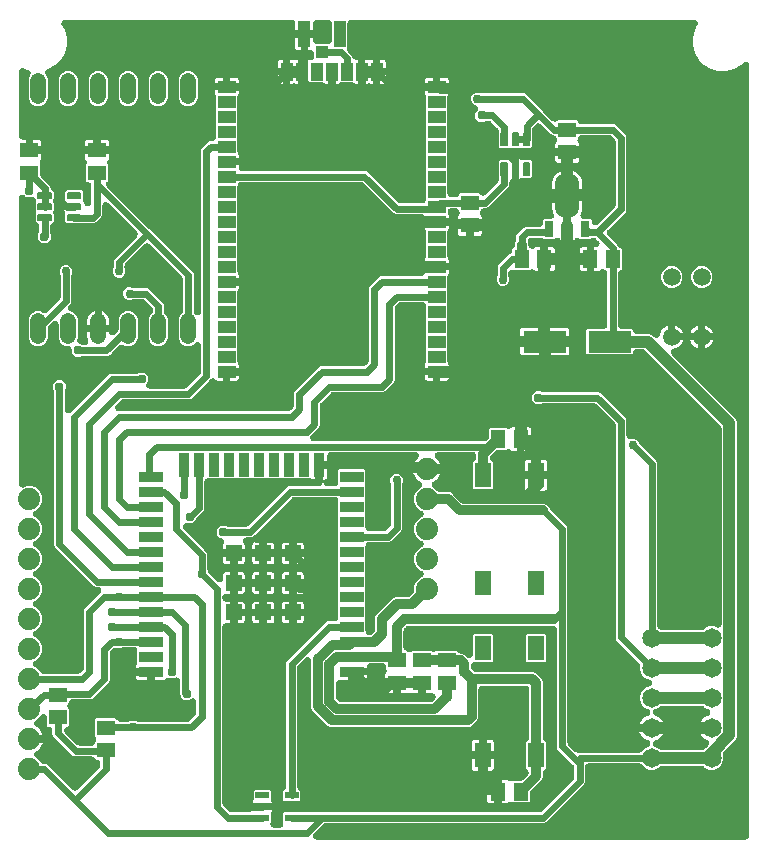
<source format=gbr>
G04 EAGLE Gerber RS-274X export*
G75*
%MOMM*%
%FSLAX34Y34*%
%LPD*%
%INTop Copper*%
%IPPOS*%
%AMOC8*
5,1,8,0,0,1.08239X$1,22.5*%
G01*
%ADD10R,1.500000X1.300000*%
%ADD11R,3.650000X1.850000*%
%ADD12R,1.300000X1.500000*%
%ADD13R,1.000000X2.200000*%
%ADD14R,1.000000X1.100000*%
%ADD15C,1.879600*%
%ADD16R,1.600000X1.300000*%
%ADD17R,1.400000X2.100000*%
%ADD18R,1.524000X1.016000*%
%ADD19R,1.016000X1.524000*%
%ADD20C,0.145000*%
%ADD21R,2.000000X0.900000*%
%ADD22R,0.900000X2.000000*%
%ADD23R,1.330000X1.330000*%
%ADD24R,0.800000X1.400000*%
%ADD25R,0.800000X1.900000*%
%ADD26C,1.524000*%
%ADD27R,1.150000X0.600000*%
%ADD28C,1.650000*%
%ADD29C,1.508000*%
%ADD30C,1.320800*%
%ADD31C,0.812800*%
%ADD32C,0.609600*%
%ADD33P,0.818720X8X22.500000*%
%ADD34C,1.016000*%
%ADD35C,0.756400*%
%ADD36C,0.152400*%

G36*
X625618Y295917D02*
X625618Y295917D01*
X625694Y295915D01*
X625863Y295937D01*
X626034Y295951D01*
X626108Y295969D01*
X626183Y295979D01*
X626347Y296028D01*
X626513Y296069D01*
X626582Y296099D01*
X626656Y296121D01*
X626809Y296197D01*
X626966Y296264D01*
X627030Y296305D01*
X627099Y296338D01*
X627238Y296437D01*
X627382Y296529D01*
X627439Y296580D01*
X627501Y296624D01*
X627622Y296744D01*
X627750Y296858D01*
X627798Y296917D01*
X627852Y296971D01*
X627953Y297109D01*
X628060Y297242D01*
X628097Y297308D01*
X628142Y297369D01*
X628219Y297522D01*
X628304Y297670D01*
X628330Y297742D01*
X628365Y297810D01*
X628416Y297973D01*
X628475Y298133D01*
X628490Y298208D01*
X628513Y298280D01*
X628525Y298385D01*
X628570Y298617D01*
X628577Y298853D01*
X628589Y298958D01*
X628589Y951410D01*
X628586Y951448D01*
X628588Y951486D01*
X628566Y951694D01*
X628549Y951902D01*
X628540Y951939D01*
X628536Y951977D01*
X628481Y952178D01*
X628431Y952380D01*
X628416Y952415D01*
X628405Y952452D01*
X628318Y952642D01*
X628236Y952834D01*
X628216Y952866D01*
X628200Y952901D01*
X628083Y953074D01*
X627971Y953250D01*
X627946Y953278D01*
X627924Y953310D01*
X627781Y953462D01*
X627642Y953618D01*
X627613Y953642D01*
X627587Y953670D01*
X627421Y953797D01*
X627258Y953928D01*
X627225Y953947D01*
X627195Y953970D01*
X627011Y954069D01*
X626830Y954172D01*
X626794Y954185D01*
X626760Y954203D01*
X626563Y954271D01*
X626367Y954343D01*
X626330Y954351D01*
X626294Y954363D01*
X626087Y954398D01*
X625883Y954438D01*
X625845Y954439D01*
X625807Y954446D01*
X625598Y954447D01*
X625390Y954453D01*
X625352Y954448D01*
X625314Y954449D01*
X625107Y954416D01*
X624901Y954389D01*
X624864Y954378D01*
X624827Y954372D01*
X624628Y954307D01*
X624429Y954246D01*
X624394Y954230D01*
X624358Y954218D01*
X624173Y954121D01*
X623985Y954030D01*
X623954Y954008D01*
X623920Y953990D01*
X623848Y953932D01*
X623583Y953744D01*
X623461Y953623D01*
X623387Y953565D01*
X621239Y951416D01*
X615502Y948104D01*
X609103Y946389D01*
X602477Y946389D01*
X596078Y948104D01*
X590341Y951416D01*
X585656Y956101D01*
X582344Y961838D01*
X580629Y968237D01*
X580629Y974863D01*
X582344Y981262D01*
X584657Y985268D01*
X584714Y985389D01*
X584780Y985504D01*
X584820Y985611D01*
X584869Y985714D01*
X584905Y985842D01*
X584952Y985967D01*
X584974Y986079D01*
X585005Y986188D01*
X585021Y986321D01*
X585046Y986451D01*
X585050Y986565D01*
X585063Y986678D01*
X585058Y986811D01*
X585062Y986944D01*
X585047Y987057D01*
X585042Y987171D01*
X585015Y987301D01*
X584997Y987433D01*
X584964Y987542D01*
X584941Y987654D01*
X584893Y987778D01*
X584855Y987906D01*
X584805Y988008D01*
X584764Y988114D01*
X584696Y988229D01*
X584638Y988349D01*
X584572Y988441D01*
X584514Y988540D01*
X584429Y988643D01*
X584352Y988751D01*
X584272Y988832D01*
X584200Y988920D01*
X584099Y989007D01*
X584006Y989102D01*
X583914Y989169D01*
X583828Y989244D01*
X583714Y989314D01*
X583607Y989392D01*
X583505Y989444D01*
X583408Y989504D01*
X583285Y989555D01*
X583167Y989615D01*
X583058Y989649D01*
X582953Y989693D01*
X582823Y989723D01*
X582696Y989763D01*
X582612Y989772D01*
X582472Y989805D01*
X582083Y989832D01*
X582018Y989839D01*
X291272Y989839D01*
X291196Y989833D01*
X291120Y989835D01*
X290951Y989813D01*
X290780Y989799D01*
X290706Y989781D01*
X290631Y989771D01*
X290467Y989722D01*
X290301Y989681D01*
X290232Y989651D01*
X290158Y989629D01*
X290005Y989553D01*
X289848Y989486D01*
X289784Y989445D01*
X289715Y989412D01*
X289576Y989313D01*
X289432Y989221D01*
X289375Y989170D01*
X289313Y989126D01*
X289192Y989006D01*
X289064Y988892D01*
X289016Y988833D01*
X288962Y988779D01*
X288861Y988641D01*
X288754Y988508D01*
X288717Y988442D01*
X288672Y988381D01*
X288595Y988228D01*
X288510Y988080D01*
X288484Y988008D01*
X288449Y987940D01*
X288398Y987777D01*
X288339Y987617D01*
X288324Y987542D01*
X288301Y987470D01*
X288289Y987365D01*
X288244Y987133D01*
X288237Y986897D01*
X288225Y986792D01*
X288225Y965964D01*
X288173Y965812D01*
X288109Y965654D01*
X288093Y965579D01*
X288068Y965507D01*
X288039Y965339D01*
X288002Y965172D01*
X287998Y965096D01*
X287985Y965021D01*
X287984Y964850D01*
X287975Y964679D01*
X287983Y964604D01*
X287982Y964527D01*
X288009Y964358D01*
X288027Y964189D01*
X288047Y964115D01*
X288059Y964040D01*
X288112Y963878D01*
X288158Y963713D01*
X288189Y963644D01*
X288213Y963571D01*
X288292Y963420D01*
X288363Y963265D01*
X288406Y963201D01*
X288441Y963134D01*
X288507Y963051D01*
X288639Y962855D01*
X288801Y962683D01*
X288866Y962601D01*
X291577Y959890D01*
X292280Y958192D01*
X292380Y957997D01*
X292476Y957801D01*
X292492Y957778D01*
X292505Y957753D01*
X292635Y957577D01*
X292761Y957399D01*
X292781Y957379D01*
X292798Y957356D01*
X292955Y957203D01*
X293108Y957048D01*
X293131Y957031D01*
X293151Y957011D01*
X293330Y956886D01*
X293507Y956758D01*
X293532Y956745D01*
X293555Y956729D01*
X293752Y956634D01*
X293947Y956535D01*
X293974Y956527D01*
X294000Y956514D01*
X294209Y956453D01*
X294418Y956387D01*
X294441Y956384D01*
X294473Y956375D01*
X294963Y956314D01*
X295043Y956317D01*
X295095Y956311D01*
X297353Y956311D01*
X297353Y946150D01*
X297353Y935989D01*
X294985Y935989D01*
X294339Y936162D01*
X293587Y936597D01*
X293397Y936687D01*
X293211Y936781D01*
X293175Y936792D01*
X293141Y936808D01*
X292940Y936866D01*
X292741Y936929D01*
X292710Y936932D01*
X292667Y936945D01*
X292177Y937003D01*
X292108Y937000D01*
X292063Y937005D01*
X283337Y937005D01*
X283129Y936988D01*
X282920Y936977D01*
X282883Y936968D01*
X282845Y936965D01*
X282643Y936915D01*
X282439Y936870D01*
X282410Y936857D01*
X282367Y936847D01*
X281913Y936652D01*
X281855Y936615D01*
X281813Y936597D01*
X281061Y936162D01*
X280415Y935989D01*
X278047Y935989D01*
X278047Y946150D01*
X278041Y946226D01*
X278044Y946302D01*
X278021Y946471D01*
X278007Y946641D01*
X277989Y946715D01*
X277979Y946791D01*
X277930Y946955D01*
X277889Y947120D01*
X277859Y947190D01*
X277837Y947263D01*
X277762Y947417D01*
X277694Y947574D01*
X277653Y947638D01*
X277620Y947706D01*
X277521Y947846D01*
X277429Y947990D01*
X277378Y948046D01*
X277334Y948109D01*
X277214Y948230D01*
X277100Y948358D01*
X277041Y948405D01*
X276988Y948460D01*
X276849Y948560D01*
X276717Y948667D01*
X276650Y948705D01*
X276589Y948750D01*
X276436Y948827D01*
X276288Y948911D01*
X276216Y948938D01*
X276148Y948972D01*
X275986Y949024D01*
X275825Y949083D01*
X275751Y949098D01*
X275678Y949121D01*
X275573Y949132D01*
X275341Y949178D01*
X275105Y949185D01*
X275000Y949197D01*
X274924Y949191D01*
X274848Y949193D01*
X274678Y949171D01*
X274508Y949157D01*
X274434Y949139D01*
X274359Y949129D01*
X274195Y949079D01*
X274029Y949038D01*
X273959Y949008D01*
X273886Y948986D01*
X273733Y948911D01*
X273576Y948844D01*
X273512Y948803D01*
X273443Y948769D01*
X273304Y948670D01*
X273160Y948579D01*
X273103Y948528D01*
X273041Y948484D01*
X272919Y948364D01*
X272792Y948250D01*
X272744Y948191D01*
X272690Y948137D01*
X272589Y947999D01*
X272482Y947866D01*
X272444Y947800D01*
X272399Y947738D01*
X272323Y947586D01*
X272238Y947437D01*
X272211Y947366D01*
X272177Y947298D01*
X272126Y947135D01*
X272066Y946975D01*
X272052Y946900D01*
X272029Y946827D01*
X272017Y946723D01*
X271972Y946491D01*
X271964Y946255D01*
X271953Y946150D01*
X271953Y935989D01*
X269585Y935989D01*
X268939Y936162D01*
X268187Y936597D01*
X267997Y936687D01*
X267811Y936781D01*
X267775Y936792D01*
X267741Y936808D01*
X267540Y936866D01*
X267341Y936929D01*
X267310Y936932D01*
X267267Y936945D01*
X266777Y937003D01*
X266708Y937000D01*
X266663Y937005D01*
X257937Y937005D01*
X257729Y936988D01*
X257520Y936977D01*
X257483Y936968D01*
X257445Y936965D01*
X257243Y936915D01*
X257039Y936870D01*
X257010Y936857D01*
X256967Y936847D01*
X256513Y936652D01*
X256455Y936615D01*
X256413Y936597D01*
X255661Y936162D01*
X255015Y935989D01*
X252647Y935989D01*
X252647Y946150D01*
X252647Y956311D01*
X255015Y956311D01*
X255689Y956130D01*
X255725Y956113D01*
X255840Y956047D01*
X255947Y956008D01*
X256050Y955959D01*
X256178Y955922D01*
X256303Y955876D01*
X256415Y955854D01*
X256524Y955822D01*
X256656Y955807D01*
X256787Y955781D01*
X256901Y955777D01*
X257014Y955764D01*
X257147Y955770D01*
X257280Y955766D01*
X257393Y955781D01*
X257507Y955785D01*
X257637Y955813D01*
X257769Y955830D01*
X257878Y955863D01*
X257990Y955886D01*
X258114Y955934D01*
X258242Y955973D01*
X258344Y956023D01*
X258450Y956064D01*
X258565Y956131D01*
X258685Y956189D01*
X258778Y956255D01*
X258876Y956313D01*
X258978Y956398D01*
X259087Y956475D01*
X259168Y956555D01*
X259256Y956628D01*
X259343Y956728D01*
X259438Y956822D01*
X259505Y956914D01*
X259580Y957000D01*
X259650Y957113D01*
X259728Y957220D01*
X259780Y957322D01*
X259840Y957419D01*
X259891Y957542D01*
X259951Y957661D01*
X259985Y957770D01*
X260028Y957875D01*
X260059Y958004D01*
X260099Y958131D01*
X260108Y958215D01*
X260141Y958355D01*
X260168Y958744D01*
X260175Y958809D01*
X260175Y961312D01*
X260169Y961388D01*
X260171Y961464D01*
X260149Y961633D01*
X260135Y961804D01*
X260117Y961878D01*
X260107Y961953D01*
X260058Y962117D01*
X260017Y962283D01*
X259987Y962352D01*
X259965Y962426D01*
X259889Y962579D01*
X259822Y962736D01*
X259781Y962800D01*
X259748Y962869D01*
X259649Y963008D01*
X259557Y963152D01*
X259506Y963209D01*
X259462Y963271D01*
X259342Y963392D01*
X259228Y963520D01*
X259169Y963568D01*
X259115Y963622D01*
X258977Y963723D01*
X258844Y963830D01*
X258778Y963867D01*
X258717Y963912D01*
X258564Y963989D01*
X258416Y964074D01*
X258344Y964100D01*
X258276Y964135D01*
X258113Y964186D01*
X257953Y964245D01*
X257878Y964260D01*
X257806Y964283D01*
X257701Y964295D01*
X257469Y964340D01*
X257233Y964347D01*
X257128Y964359D01*
X254747Y964359D01*
X254747Y974853D01*
X259241Y974853D01*
X259241Y972472D01*
X259247Y972396D01*
X259245Y972320D01*
X259267Y972151D01*
X259281Y971980D01*
X259299Y971906D01*
X259309Y971831D01*
X259358Y971667D01*
X259399Y971501D01*
X259429Y971432D01*
X259451Y971358D01*
X259527Y971205D01*
X259594Y971048D01*
X259635Y970984D01*
X259668Y970915D01*
X259767Y970776D01*
X259859Y970632D01*
X259910Y970575D01*
X259954Y970513D01*
X260074Y970392D01*
X260188Y970264D01*
X260247Y970216D01*
X260301Y970162D01*
X260439Y970061D01*
X260572Y969954D01*
X260638Y969917D01*
X260699Y969872D01*
X260852Y969795D01*
X261000Y969710D01*
X261072Y969684D01*
X261140Y969649D01*
X261303Y969598D01*
X261463Y969539D01*
X261538Y969524D01*
X261610Y969501D01*
X261715Y969489D01*
X261947Y969444D01*
X262183Y969437D01*
X262288Y969425D01*
X272128Y969425D01*
X272204Y969431D01*
X272280Y969429D01*
X272449Y969451D01*
X272620Y969465D01*
X272694Y969483D01*
X272769Y969493D01*
X272933Y969542D01*
X273099Y969583D01*
X273168Y969613D01*
X273242Y969635D01*
X273395Y969711D01*
X273552Y969778D01*
X273616Y969819D01*
X273685Y969852D01*
X273824Y969951D01*
X273968Y970043D01*
X274025Y970094D01*
X274087Y970138D01*
X274208Y970258D01*
X274336Y970372D01*
X274384Y970431D01*
X274438Y970485D01*
X274539Y970623D01*
X274646Y970756D01*
X274683Y970822D01*
X274728Y970883D01*
X274805Y971036D01*
X274890Y971184D01*
X274916Y971256D01*
X274951Y971324D01*
X275002Y971487D01*
X275061Y971647D01*
X275076Y971722D01*
X275099Y971794D01*
X275111Y971899D01*
X275156Y972131D01*
X275163Y972367D01*
X275175Y972472D01*
X275175Y986792D01*
X275169Y986868D01*
X275171Y986944D01*
X275149Y987113D01*
X275135Y987284D01*
X275117Y987358D01*
X275107Y987433D01*
X275058Y987597D01*
X275017Y987763D01*
X274987Y987832D01*
X274965Y987906D01*
X274889Y988059D01*
X274822Y988216D01*
X274781Y988280D01*
X274748Y988349D01*
X274649Y988488D01*
X274557Y988632D01*
X274506Y988689D01*
X274462Y988751D01*
X274342Y988872D01*
X274228Y989000D01*
X274169Y989048D01*
X274115Y989102D01*
X273977Y989203D01*
X273844Y989310D01*
X273778Y989347D01*
X273717Y989392D01*
X273564Y989469D01*
X273416Y989554D01*
X273344Y989580D01*
X273276Y989615D01*
X273113Y989666D01*
X272953Y989725D01*
X272878Y989740D01*
X272806Y989763D01*
X272701Y989775D01*
X272469Y989820D01*
X272233Y989827D01*
X272128Y989839D01*
X262288Y989839D01*
X262212Y989833D01*
X262136Y989835D01*
X261967Y989813D01*
X261796Y989799D01*
X261722Y989781D01*
X261647Y989771D01*
X261483Y989722D01*
X261317Y989681D01*
X261248Y989651D01*
X261174Y989629D01*
X261021Y989553D01*
X260864Y989486D01*
X260800Y989445D01*
X260731Y989412D01*
X260592Y989313D01*
X260448Y989221D01*
X260391Y989170D01*
X260329Y989126D01*
X260208Y989006D01*
X260080Y988892D01*
X260032Y988833D01*
X259978Y988779D01*
X259877Y988641D01*
X259770Y988508D01*
X259733Y988442D01*
X259688Y988381D01*
X259611Y988228D01*
X259526Y988080D01*
X259500Y988008D01*
X259465Y987940D01*
X259414Y987777D01*
X259355Y987617D01*
X259340Y987542D01*
X259317Y987470D01*
X259305Y987365D01*
X259260Y987133D01*
X259253Y986897D01*
X259241Y986792D01*
X259241Y980947D01*
X251700Y980947D01*
X244159Y980947D01*
X244159Y986792D01*
X244153Y986868D01*
X244155Y986944D01*
X244133Y987113D01*
X244119Y987284D01*
X244101Y987358D01*
X244091Y987433D01*
X244042Y987597D01*
X244001Y987763D01*
X243971Y987832D01*
X243949Y987906D01*
X243873Y988059D01*
X243806Y988216D01*
X243765Y988280D01*
X243732Y988349D01*
X243633Y988488D01*
X243541Y988632D01*
X243490Y988689D01*
X243446Y988751D01*
X243326Y988872D01*
X243212Y989000D01*
X243153Y989048D01*
X243099Y989102D01*
X242962Y989202D01*
X242829Y989310D01*
X242762Y989348D01*
X242701Y989392D01*
X242548Y989469D01*
X242400Y989554D01*
X242328Y989580D01*
X242260Y989615D01*
X242098Y989666D01*
X241937Y989725D01*
X241862Y989740D01*
X241790Y989763D01*
X241685Y989775D01*
X241453Y989820D01*
X241217Y989827D01*
X241112Y989839D01*
X49172Y989839D01*
X49039Y989829D01*
X48906Y989828D01*
X48793Y989809D01*
X48680Y989799D01*
X48551Y989767D01*
X48420Y989745D01*
X48312Y989708D01*
X48201Y989681D01*
X48079Y989628D01*
X47953Y989585D01*
X47853Y989531D01*
X47748Y989486D01*
X47636Y989415D01*
X47518Y989352D01*
X47428Y989282D01*
X47332Y989221D01*
X47233Y989132D01*
X47127Y989051D01*
X47049Y988968D01*
X46964Y988892D01*
X46880Y988789D01*
X46789Y988692D01*
X46726Y988597D01*
X46654Y988508D01*
X46588Y988393D01*
X46514Y988282D01*
X46466Y988179D01*
X46410Y988080D01*
X46364Y987955D01*
X46308Y987834D01*
X46278Y987724D01*
X46238Y987617D01*
X46213Y987487D01*
X46178Y987358D01*
X46165Y987245D01*
X46144Y987133D01*
X46140Y987000D01*
X46125Y986868D01*
X46132Y986754D01*
X46128Y986640D01*
X46146Y986508D01*
X46153Y986375D01*
X46178Y986264D01*
X46193Y986151D01*
X46231Y986023D01*
X46260Y985893D01*
X46294Y985817D01*
X46335Y985679D01*
X46506Y985329D01*
X46533Y985268D01*
X48846Y981262D01*
X50561Y974863D01*
X50561Y968237D01*
X48846Y961838D01*
X45534Y956101D01*
X40849Y951416D01*
X35112Y948104D01*
X34677Y947987D01*
X34551Y947943D01*
X34423Y947907D01*
X34319Y947860D01*
X34212Y947822D01*
X34095Y947757D01*
X33974Y947702D01*
X33880Y947638D01*
X33780Y947583D01*
X33676Y947501D01*
X33565Y947426D01*
X33482Y947348D01*
X33393Y947278D01*
X33303Y947180D01*
X33206Y947088D01*
X33136Y946998D01*
X33059Y946914D01*
X32986Y946803D01*
X32905Y946697D01*
X32851Y946596D01*
X32789Y946501D01*
X32735Y946380D01*
X32672Y946262D01*
X32635Y946154D01*
X32589Y946050D01*
X32555Y945921D01*
X32512Y945796D01*
X32493Y945683D01*
X32464Y945573D01*
X32452Y945441D01*
X32430Y945309D01*
X32429Y945195D01*
X32418Y945082D01*
X32427Y944949D01*
X32427Y944816D01*
X32444Y944703D01*
X32452Y944590D01*
X32483Y944460D01*
X32503Y944328D01*
X32539Y944220D01*
X32565Y944109D01*
X32616Y943986D01*
X32657Y943860D01*
X32710Y943759D01*
X32754Y943654D01*
X32824Y943541D01*
X32885Y943422D01*
X32938Y943357D01*
X33014Y943234D01*
X33184Y943039D01*
X33200Y943016D01*
X33231Y942984D01*
X33270Y942940D01*
X33311Y942889D01*
X33391Y942808D01*
X34629Y939821D01*
X34629Y923379D01*
X33391Y920391D01*
X31105Y918105D01*
X28117Y916867D01*
X24883Y916867D01*
X21895Y918105D01*
X19609Y920391D01*
X18371Y923379D01*
X18371Y939821D01*
X19740Y943126D01*
X19798Y943222D01*
X19848Y943346D01*
X19907Y943466D01*
X19939Y943575D01*
X19981Y943680D01*
X20010Y943810D01*
X20049Y943938D01*
X20064Y944051D01*
X20088Y944161D01*
X20096Y944295D01*
X20113Y944427D01*
X20110Y944541D01*
X20116Y944654D01*
X20102Y944787D01*
X20098Y944920D01*
X20076Y945032D01*
X20064Y945145D01*
X20029Y945274D01*
X20003Y945405D01*
X19964Y945511D01*
X19934Y945620D01*
X19878Y945742D01*
X19831Y945867D01*
X19775Y945966D01*
X19728Y946069D01*
X19654Y946180D01*
X19587Y946296D01*
X19516Y946384D01*
X19453Y946478D01*
X19361Y946576D01*
X19277Y946680D01*
X19193Y946755D01*
X19115Y946838D01*
X19009Y946919D01*
X18909Y947008D01*
X18814Y947069D01*
X18724Y947138D01*
X18606Y947202D01*
X18493Y947273D01*
X18415Y947304D01*
X18289Y947372D01*
X17919Y947499D01*
X17858Y947522D01*
X15688Y948104D01*
X14732Y948656D01*
X14611Y948713D01*
X14496Y948779D01*
X14389Y948819D01*
X14286Y948868D01*
X14158Y948904D01*
X14033Y948951D01*
X13921Y948973D01*
X13812Y949004D01*
X13680Y949020D01*
X13549Y949045D01*
X13435Y949049D01*
X13322Y949062D01*
X13189Y949057D01*
X13056Y949061D01*
X12943Y949046D01*
X12829Y949041D01*
X12699Y949014D01*
X12567Y948996D01*
X12458Y948963D01*
X12346Y948940D01*
X12222Y948892D01*
X12094Y948854D01*
X11992Y948804D01*
X11886Y948763D01*
X11771Y948695D01*
X11651Y948637D01*
X11558Y948571D01*
X11460Y948513D01*
X11358Y948429D01*
X11249Y948352D01*
X11168Y948271D01*
X11080Y948199D01*
X10993Y948098D01*
X10898Y948005D01*
X10831Y947913D01*
X10756Y947827D01*
X10686Y947714D01*
X10608Y947606D01*
X10556Y947504D01*
X10496Y947407D01*
X10445Y947284D01*
X10385Y947166D01*
X10351Y947057D01*
X10307Y946952D01*
X10277Y946822D01*
X10237Y946695D01*
X10228Y946612D01*
X10195Y946471D01*
X10168Y946082D01*
X10161Y946017D01*
X10161Y891538D01*
X10167Y891462D01*
X10165Y891386D01*
X10187Y891217D01*
X10201Y891046D01*
X10219Y890972D01*
X10229Y890897D01*
X10278Y890733D01*
X10319Y890567D01*
X10349Y890498D01*
X10371Y890424D01*
X10447Y890271D01*
X10514Y890114D01*
X10555Y890050D01*
X10588Y889981D01*
X10687Y889842D01*
X10779Y889698D01*
X10830Y889641D01*
X10874Y889579D01*
X10994Y889458D01*
X11108Y889330D01*
X11167Y889282D01*
X11221Y889228D01*
X11359Y889127D01*
X11492Y889020D01*
X11558Y888983D01*
X11619Y888938D01*
X11772Y888861D01*
X11920Y888776D01*
X11992Y888750D01*
X12060Y888715D01*
X12223Y888664D01*
X12383Y888605D01*
X12458Y888590D01*
X12530Y888567D01*
X12635Y888555D01*
X12867Y888510D01*
X13103Y888503D01*
X13208Y888491D01*
X15801Y888491D01*
X15801Y879652D01*
X15807Y879576D01*
X15805Y879500D01*
X15827Y879331D01*
X15841Y879160D01*
X15859Y879087D01*
X15869Y879011D01*
X15918Y878847D01*
X15959Y878682D01*
X15989Y878612D01*
X16011Y878539D01*
X16087Y878385D01*
X16154Y878228D01*
X16195Y878164D01*
X16228Y878096D01*
X16327Y877956D01*
X16419Y877812D01*
X16470Y877755D01*
X16514Y877693D01*
X16634Y877572D01*
X16748Y877444D01*
X16807Y877396D01*
X16860Y877342D01*
X16901Y877313D01*
X16918Y877289D01*
X17038Y877167D01*
X17152Y877040D01*
X17211Y876992D01*
X17265Y876938D01*
X17403Y876837D01*
X17536Y876730D01*
X17602Y876693D01*
X17664Y876648D01*
X17816Y876571D01*
X17965Y876486D01*
X18036Y876460D01*
X18104Y876425D01*
X18267Y876374D01*
X18427Y876315D01*
X18502Y876300D01*
X18574Y876277D01*
X18679Y876265D01*
X18911Y876220D01*
X19147Y876213D01*
X19252Y876201D01*
X29091Y876201D01*
X29091Y872615D01*
X28918Y871969D01*
X28583Y871390D01*
X28580Y871386D01*
X28530Y871328D01*
X28475Y871276D01*
X28371Y871141D01*
X28260Y871011D01*
X28221Y870945D01*
X28174Y870885D01*
X28094Y870734D01*
X28005Y870588D01*
X27977Y870517D01*
X27941Y870450D01*
X27886Y870288D01*
X27822Y870130D01*
X27806Y870055D01*
X27781Y869983D01*
X27752Y869815D01*
X27716Y869648D01*
X27711Y869572D01*
X27698Y869497D01*
X27697Y869326D01*
X27688Y869156D01*
X27696Y869080D01*
X27695Y869003D01*
X27722Y868835D01*
X27740Y868665D01*
X27760Y868592D01*
X27772Y868516D01*
X27825Y868354D01*
X27871Y868189D01*
X27903Y868120D01*
X27926Y868048D01*
X28005Y867896D01*
X28075Y867745D01*
X28075Y859154D01*
X28084Y859041D01*
X28083Y858926D01*
X28104Y858795D01*
X28115Y858663D01*
X28142Y858552D01*
X28160Y858439D01*
X28201Y858313D01*
X28233Y858184D01*
X28278Y858079D01*
X28314Y857970D01*
X28376Y857852D01*
X28428Y857730D01*
X28489Y857634D01*
X28542Y857533D01*
X28601Y857459D01*
X28693Y857314D01*
X28909Y857072D01*
X28967Y857000D01*
X35777Y850190D01*
X36482Y848487D01*
X36502Y848362D01*
X36513Y848229D01*
X36540Y848119D01*
X36558Y848006D01*
X36599Y847879D01*
X36631Y847751D01*
X36676Y847646D01*
X36712Y847537D01*
X36774Y847419D01*
X36826Y847297D01*
X36887Y847201D01*
X36940Y847100D01*
X36999Y847026D01*
X37091Y846881D01*
X37307Y846639D01*
X37365Y846566D01*
X39475Y844457D01*
X39475Y838060D01*
X39412Y837956D01*
X39384Y837885D01*
X39348Y837818D01*
X39293Y837657D01*
X39229Y837498D01*
X39213Y837424D01*
X39188Y837352D01*
X39159Y837183D01*
X39122Y837016D01*
X39118Y836940D01*
X39105Y836865D01*
X39104Y836695D01*
X39095Y836524D01*
X39103Y836448D01*
X39102Y836372D01*
X39129Y836203D01*
X39147Y836033D01*
X39167Y835960D01*
X39179Y835885D01*
X39232Y835722D01*
X39278Y835558D01*
X39309Y835488D01*
X39333Y835416D01*
X39412Y835265D01*
X39475Y835128D01*
X39475Y828560D01*
X39412Y828456D01*
X39384Y828385D01*
X39348Y828318D01*
X39292Y828157D01*
X39229Y827998D01*
X39213Y827924D01*
X39188Y827852D01*
X39159Y827683D01*
X39122Y827516D01*
X39118Y827440D01*
X39105Y827365D01*
X39104Y827195D01*
X39095Y827024D01*
X39103Y826948D01*
X39102Y826872D01*
X39129Y826703D01*
X39147Y826533D01*
X39167Y826460D01*
X39179Y826385D01*
X39232Y826222D01*
X39278Y826058D01*
X39309Y825988D01*
X39333Y825916D01*
X39412Y825765D01*
X39475Y825628D01*
X39475Y819243D01*
X37365Y817134D01*
X37291Y817047D01*
X37210Y816966D01*
X37132Y816859D01*
X37046Y816758D01*
X36987Y816660D01*
X36920Y816568D01*
X36860Y816449D01*
X36791Y816335D01*
X36749Y816229D01*
X36697Y816127D01*
X36657Y816000D01*
X36608Y815877D01*
X36583Y815766D01*
X36549Y815657D01*
X36539Y815563D01*
X36501Y815395D01*
X36483Y815071D01*
X36473Y814979D01*
X36473Y810494D01*
X36482Y810381D01*
X36481Y810266D01*
X36502Y810135D01*
X36513Y810003D01*
X36540Y809892D01*
X36558Y809779D01*
X36599Y809653D01*
X36631Y809524D01*
X36676Y809419D01*
X36712Y809310D01*
X36774Y809192D01*
X36826Y809070D01*
X36887Y808974D01*
X36940Y808873D01*
X36999Y808799D01*
X37057Y808708D01*
X37057Y804252D01*
X33948Y801143D01*
X29552Y801143D01*
X26443Y804252D01*
X26443Y808650D01*
X26509Y808727D01*
X26590Y808807D01*
X26668Y808914D01*
X26754Y809016D01*
X26813Y809113D01*
X26880Y809206D01*
X26940Y809324D01*
X27009Y809438D01*
X27051Y809544D01*
X27103Y809646D01*
X27143Y809773D01*
X27192Y809896D01*
X27217Y810007D01*
X27251Y810117D01*
X27261Y810210D01*
X27299Y810378D01*
X27317Y810702D01*
X27327Y810794D01*
X27327Y814979D01*
X27318Y815093D01*
X27319Y815207D01*
X27298Y815338D01*
X27287Y815471D01*
X27260Y815581D01*
X27242Y815694D01*
X27201Y815821D01*
X27169Y815949D01*
X27124Y816054D01*
X27088Y816163D01*
X27026Y816281D01*
X26974Y816403D01*
X26913Y816499D01*
X26860Y816600D01*
X26801Y816674D01*
X26709Y816819D01*
X26493Y817061D01*
X26435Y817134D01*
X24325Y819243D01*
X24325Y825640D01*
X24388Y825744D01*
X24416Y825814D01*
X24452Y825882D01*
X24507Y826043D01*
X24571Y826202D01*
X24587Y826276D01*
X24612Y826348D01*
X24641Y826517D01*
X24678Y826683D01*
X24682Y826759D01*
X24695Y826835D01*
X24696Y827006D01*
X24705Y827176D01*
X24697Y827252D01*
X24698Y827328D01*
X24671Y827497D01*
X24653Y827666D01*
X24633Y827740D01*
X24621Y827815D01*
X24568Y827978D01*
X24522Y828142D01*
X24491Y828211D01*
X24467Y828284D01*
X24388Y828436D01*
X24325Y828572D01*
X24325Y835140D01*
X24388Y835244D01*
X24416Y835314D01*
X24452Y835381D01*
X24507Y835543D01*
X24571Y835702D01*
X24587Y835776D01*
X24612Y835848D01*
X24641Y836017D01*
X24678Y836183D01*
X24682Y836259D01*
X24695Y836334D01*
X24696Y836505D01*
X24705Y836676D01*
X24697Y836752D01*
X24698Y836828D01*
X24671Y836996D01*
X24653Y837166D01*
X24633Y837240D01*
X24621Y837315D01*
X24568Y837477D01*
X24522Y837642D01*
X24491Y837711D01*
X24467Y837784D01*
X24388Y837935D01*
X24317Y838091D01*
X24274Y838154D01*
X24239Y838221D01*
X24173Y838304D01*
X24041Y838500D01*
X23880Y838672D01*
X23814Y838755D01*
X23568Y839001D01*
X23481Y839075D01*
X23400Y839156D01*
X23293Y839234D01*
X23192Y839320D01*
X23094Y839379D01*
X23002Y839446D01*
X22883Y839506D01*
X22769Y839575D01*
X22663Y839617D01*
X22561Y839669D01*
X22435Y839709D01*
X22311Y839758D01*
X22200Y839783D01*
X22091Y839817D01*
X21997Y839827D01*
X21830Y839865D01*
X21505Y839883D01*
X21413Y839893D01*
X16502Y839893D01*
X15363Y841032D01*
X15334Y841057D01*
X15308Y841086D01*
X15146Y841216D01*
X14987Y841352D01*
X14954Y841372D01*
X14924Y841396D01*
X14743Y841499D01*
X14564Y841607D01*
X14529Y841621D01*
X14496Y841640D01*
X14300Y841712D01*
X14106Y841790D01*
X14069Y841798D01*
X14033Y841811D01*
X13829Y841851D01*
X13625Y841896D01*
X13586Y841899D01*
X13549Y841906D01*
X13341Y841912D01*
X13132Y841924D01*
X13094Y841920D01*
X13056Y841921D01*
X12849Y841894D01*
X12641Y841872D01*
X12605Y841862D01*
X12567Y841857D01*
X12366Y841796D01*
X12166Y841741D01*
X12131Y841725D01*
X12094Y841714D01*
X11907Y841622D01*
X11717Y841535D01*
X11686Y841514D01*
X11651Y841497D01*
X11481Y841377D01*
X11308Y841260D01*
X11280Y841234D01*
X11249Y841212D01*
X11101Y841065D01*
X10948Y840922D01*
X10925Y840892D01*
X10898Y840865D01*
X10775Y840697D01*
X10648Y840531D01*
X10630Y840497D01*
X10608Y840466D01*
X10514Y840280D01*
X10415Y840096D01*
X10402Y840060D01*
X10385Y840026D01*
X10323Y839827D01*
X10255Y839629D01*
X10249Y839592D01*
X10237Y839555D01*
X10227Y839463D01*
X10172Y839143D01*
X10171Y838971D01*
X10161Y838878D01*
X10161Y596901D01*
X10175Y596721D01*
X10182Y596541D01*
X10195Y596476D01*
X10201Y596409D01*
X10244Y596234D01*
X10280Y596057D01*
X10303Y595995D01*
X10319Y595931D01*
X10391Y595765D01*
X10454Y595596D01*
X10488Y595538D01*
X10514Y595477D01*
X10611Y595325D01*
X10701Y595169D01*
X10743Y595117D01*
X10779Y595061D01*
X10899Y594927D01*
X11014Y594787D01*
X11063Y594743D01*
X11108Y594693D01*
X11248Y594580D01*
X11383Y594460D01*
X11440Y594425D01*
X11492Y594383D01*
X11648Y594294D01*
X11801Y594198D01*
X11863Y594172D01*
X11920Y594139D01*
X12090Y594077D01*
X12256Y594006D01*
X12320Y593991D01*
X12383Y593968D01*
X12560Y593933D01*
X12735Y593891D01*
X12802Y593886D01*
X12867Y593873D01*
X13047Y593867D01*
X13227Y593854D01*
X13294Y593860D01*
X13360Y593858D01*
X13539Y593881D01*
X13719Y593897D01*
X13769Y593912D01*
X13849Y593922D01*
X14321Y594065D01*
X14352Y594079D01*
X14374Y594086D01*
X16877Y595123D01*
X21223Y595123D01*
X25237Y593460D01*
X28310Y590387D01*
X29973Y586373D01*
X29973Y582027D01*
X28310Y578013D01*
X25237Y574940D01*
X23729Y574315D01*
X23695Y574298D01*
X23659Y574285D01*
X23476Y574186D01*
X23290Y574090D01*
X23259Y574068D01*
X23225Y574049D01*
X23060Y573921D01*
X22893Y573797D01*
X22866Y573770D01*
X22836Y573747D01*
X22694Y573593D01*
X22548Y573444D01*
X22526Y573413D01*
X22500Y573385D01*
X22385Y573210D01*
X22265Y573040D01*
X22249Y573006D01*
X22228Y572974D01*
X22142Y572784D01*
X22051Y572596D01*
X22040Y572559D01*
X22025Y572524D01*
X21971Y572323D01*
X21912Y572122D01*
X21907Y572084D01*
X21897Y572048D01*
X21876Y571840D01*
X21850Y571633D01*
X21852Y571595D01*
X21848Y571557D01*
X21861Y571348D01*
X21869Y571140D01*
X21876Y571102D01*
X21879Y571064D01*
X21925Y570861D01*
X21967Y570656D01*
X21980Y570621D01*
X21989Y570583D01*
X22067Y570390D01*
X22141Y570195D01*
X22160Y570162D01*
X22175Y570127D01*
X22284Y569948D01*
X22388Y569768D01*
X22412Y569738D01*
X22432Y569706D01*
X22568Y569547D01*
X22700Y569386D01*
X22729Y569361D01*
X22754Y569332D01*
X22913Y569198D01*
X23070Y569059D01*
X23103Y569039D01*
X23132Y569015D01*
X23213Y568970D01*
X23488Y568797D01*
X23647Y568730D01*
X23729Y568685D01*
X25237Y568060D01*
X28310Y564987D01*
X29973Y560973D01*
X29973Y556627D01*
X28310Y552613D01*
X25237Y549540D01*
X23729Y548915D01*
X23695Y548898D01*
X23659Y548885D01*
X23476Y548786D01*
X23290Y548690D01*
X23259Y548668D01*
X23225Y548649D01*
X23060Y548521D01*
X22893Y548397D01*
X22866Y548370D01*
X22836Y548347D01*
X22694Y548193D01*
X22548Y548044D01*
X22526Y548013D01*
X22500Y547985D01*
X22385Y547811D01*
X22265Y547640D01*
X22249Y547606D01*
X22228Y547574D01*
X22142Y547384D01*
X22051Y547196D01*
X22040Y547159D01*
X22025Y547124D01*
X21971Y546923D01*
X21912Y546722D01*
X21907Y546684D01*
X21897Y546648D01*
X21876Y546440D01*
X21850Y546233D01*
X21852Y546195D01*
X21848Y546157D01*
X21861Y545947D01*
X21869Y545740D01*
X21876Y545702D01*
X21879Y545664D01*
X21925Y545461D01*
X21967Y545256D01*
X21980Y545221D01*
X21989Y545183D01*
X22067Y544990D01*
X22141Y544795D01*
X22160Y544762D01*
X22175Y544727D01*
X22284Y544548D01*
X22388Y544368D01*
X22412Y544338D01*
X22432Y544306D01*
X22568Y544147D01*
X22700Y543986D01*
X22729Y543961D01*
X22754Y543932D01*
X22913Y543798D01*
X23070Y543659D01*
X23103Y543639D01*
X23132Y543615D01*
X23213Y543570D01*
X23488Y543397D01*
X23647Y543330D01*
X23729Y543285D01*
X25237Y542660D01*
X28310Y539587D01*
X29973Y535573D01*
X29973Y531227D01*
X28310Y527213D01*
X25237Y524140D01*
X23729Y523515D01*
X23695Y523498D01*
X23659Y523485D01*
X23476Y523386D01*
X23290Y523290D01*
X23259Y523268D01*
X23225Y523249D01*
X23060Y523121D01*
X22893Y522997D01*
X22866Y522970D01*
X22836Y522947D01*
X22694Y522793D01*
X22548Y522644D01*
X22526Y522613D01*
X22500Y522585D01*
X22385Y522411D01*
X22265Y522240D01*
X22249Y522206D01*
X22228Y522174D01*
X22142Y521984D01*
X22051Y521796D01*
X22040Y521759D01*
X22025Y521724D01*
X21971Y521523D01*
X21912Y521322D01*
X21907Y521284D01*
X21897Y521248D01*
X21876Y521040D01*
X21850Y520833D01*
X21852Y520795D01*
X21848Y520757D01*
X21861Y520548D01*
X21869Y520340D01*
X21876Y520302D01*
X21879Y520264D01*
X21925Y520061D01*
X21967Y519856D01*
X21980Y519821D01*
X21989Y519783D01*
X22067Y519590D01*
X22141Y519395D01*
X22160Y519362D01*
X22175Y519327D01*
X22284Y519148D01*
X22388Y518968D01*
X22412Y518938D01*
X22432Y518906D01*
X22568Y518747D01*
X22700Y518586D01*
X22729Y518561D01*
X22754Y518532D01*
X22913Y518398D01*
X23070Y518259D01*
X23103Y518239D01*
X23132Y518215D01*
X23213Y518170D01*
X23488Y517997D01*
X23647Y517930D01*
X23729Y517885D01*
X25237Y517260D01*
X28310Y514187D01*
X29973Y510173D01*
X29973Y505827D01*
X28310Y501813D01*
X25237Y498740D01*
X23729Y498115D01*
X23695Y498098D01*
X23659Y498085D01*
X23476Y497986D01*
X23290Y497890D01*
X23259Y497868D01*
X23225Y497849D01*
X23060Y497721D01*
X22893Y497597D01*
X22866Y497570D01*
X22836Y497547D01*
X22694Y497393D01*
X22548Y497244D01*
X22526Y497213D01*
X22500Y497185D01*
X22385Y497011D01*
X22265Y496840D01*
X22249Y496806D01*
X22228Y496774D01*
X22142Y496584D01*
X22051Y496396D01*
X22040Y496359D01*
X22025Y496324D01*
X21971Y496123D01*
X21912Y495922D01*
X21907Y495884D01*
X21897Y495848D01*
X21876Y495640D01*
X21850Y495433D01*
X21852Y495395D01*
X21848Y495357D01*
X21861Y495148D01*
X21869Y494940D01*
X21876Y494902D01*
X21879Y494864D01*
X21925Y494661D01*
X21967Y494456D01*
X21980Y494421D01*
X21989Y494383D01*
X22067Y494190D01*
X22141Y493995D01*
X22160Y493962D01*
X22175Y493927D01*
X22284Y493748D01*
X22388Y493568D01*
X22412Y493538D01*
X22432Y493506D01*
X22568Y493347D01*
X22700Y493186D01*
X22729Y493161D01*
X22754Y493132D01*
X22913Y492998D01*
X23070Y492859D01*
X23103Y492839D01*
X23132Y492815D01*
X23213Y492770D01*
X23488Y492597D01*
X23647Y492530D01*
X23729Y492485D01*
X25237Y491860D01*
X28310Y488787D01*
X29973Y484773D01*
X29973Y480427D01*
X28310Y476413D01*
X25237Y473340D01*
X23729Y472715D01*
X23695Y472698D01*
X23659Y472685D01*
X23476Y472586D01*
X23290Y472490D01*
X23259Y472468D01*
X23225Y472449D01*
X23060Y472321D01*
X22893Y472197D01*
X22866Y472170D01*
X22836Y472147D01*
X22694Y471993D01*
X22548Y471844D01*
X22526Y471813D01*
X22500Y471785D01*
X22385Y471611D01*
X22265Y471440D01*
X22249Y471406D01*
X22228Y471374D01*
X22142Y471184D01*
X22051Y470996D01*
X22040Y470959D01*
X22025Y470924D01*
X21971Y470723D01*
X21912Y470522D01*
X21907Y470484D01*
X21897Y470448D01*
X21876Y470240D01*
X21850Y470033D01*
X21852Y469995D01*
X21848Y469957D01*
X21861Y469748D01*
X21869Y469540D01*
X21876Y469502D01*
X21879Y469464D01*
X21925Y469261D01*
X21967Y469056D01*
X21980Y469021D01*
X21989Y468983D01*
X22067Y468790D01*
X22141Y468595D01*
X22160Y468562D01*
X22175Y468527D01*
X22284Y468348D01*
X22388Y468168D01*
X22412Y468138D01*
X22432Y468106D01*
X22568Y467947D01*
X22700Y467786D01*
X22729Y467761D01*
X22754Y467732D01*
X22913Y467598D01*
X23070Y467459D01*
X23103Y467439D01*
X23132Y467415D01*
X23213Y467370D01*
X23488Y467197D01*
X23647Y467130D01*
X23729Y467085D01*
X25237Y466460D01*
X28310Y463387D01*
X29973Y459373D01*
X29973Y455027D01*
X28310Y451013D01*
X25237Y447940D01*
X23729Y447315D01*
X23695Y447298D01*
X23659Y447285D01*
X23476Y447186D01*
X23290Y447090D01*
X23259Y447068D01*
X23225Y447049D01*
X23060Y446921D01*
X22893Y446797D01*
X22866Y446770D01*
X22836Y446747D01*
X22694Y446593D01*
X22548Y446444D01*
X22526Y446413D01*
X22500Y446385D01*
X22385Y446211D01*
X22265Y446040D01*
X22249Y446006D01*
X22228Y445974D01*
X22142Y445784D01*
X22051Y445596D01*
X22040Y445559D01*
X22025Y445524D01*
X21971Y445323D01*
X21912Y445122D01*
X21907Y445084D01*
X21897Y445048D01*
X21876Y444840D01*
X21850Y444633D01*
X21852Y444595D01*
X21848Y444557D01*
X21861Y444348D01*
X21869Y444140D01*
X21876Y444102D01*
X21879Y444064D01*
X21925Y443861D01*
X21967Y443656D01*
X21980Y443621D01*
X21989Y443583D01*
X22067Y443390D01*
X22141Y443195D01*
X22160Y443162D01*
X22175Y443127D01*
X22284Y442948D01*
X22388Y442768D01*
X22412Y442738D01*
X22432Y442706D01*
X22568Y442547D01*
X22700Y442386D01*
X22729Y442361D01*
X22754Y442332D01*
X22913Y442198D01*
X23070Y442059D01*
X23103Y442039D01*
X23132Y442015D01*
X23213Y441970D01*
X23488Y441797D01*
X23647Y441730D01*
X23729Y441685D01*
X25237Y441060D01*
X28358Y437939D01*
X28395Y437863D01*
X28411Y437840D01*
X28424Y437815D01*
X28554Y437639D01*
X28681Y437461D01*
X28700Y437441D01*
X28717Y437418D01*
X28874Y437265D01*
X29027Y437110D01*
X29050Y437093D01*
X29070Y437074D01*
X29250Y436948D01*
X29426Y436820D01*
X29451Y436807D01*
X29475Y436791D01*
X29672Y436696D01*
X29866Y436597D01*
X29893Y436589D01*
X29919Y436577D01*
X30129Y436515D01*
X30337Y436449D01*
X30360Y436446D01*
X30392Y436437D01*
X30882Y436376D01*
X30962Y436379D01*
X31015Y436373D01*
X60344Y436373D01*
X60457Y436382D01*
X60572Y436381D01*
X60703Y436402D01*
X60835Y436413D01*
X60946Y436440D01*
X61059Y436458D01*
X61185Y436499D01*
X61314Y436531D01*
X61419Y436576D01*
X61528Y436612D01*
X61646Y436674D01*
X61768Y436726D01*
X61864Y436787D01*
X61965Y436840D01*
X62039Y436899D01*
X62184Y436991D01*
X62426Y437207D01*
X62498Y437265D01*
X64385Y439152D01*
X64459Y439239D01*
X64540Y439319D01*
X64618Y439426D01*
X64704Y439528D01*
X64763Y439625D01*
X64830Y439718D01*
X64890Y439836D01*
X64959Y439950D01*
X65001Y440056D01*
X65053Y440158D01*
X65093Y440285D01*
X65142Y440408D01*
X65167Y440519D01*
X65201Y440629D01*
X65211Y440722D01*
X65249Y440890D01*
X65267Y441214D01*
X65277Y441306D01*
X65277Y489860D01*
X65973Y491540D01*
X78245Y503811D01*
X78245Y503812D01*
X79008Y504575D01*
X79033Y504604D01*
X79062Y504630D01*
X79193Y504792D01*
X79328Y504951D01*
X79348Y504984D01*
X79372Y505014D01*
X79475Y505195D01*
X79583Y505374D01*
X79597Y505409D01*
X79616Y505442D01*
X79688Y505638D01*
X79766Y505832D01*
X79774Y505869D01*
X79787Y505905D01*
X79827Y506109D01*
X79872Y506313D01*
X79875Y506352D01*
X79882Y506389D01*
X79888Y506597D01*
X79900Y506806D01*
X79896Y506844D01*
X79897Y506882D01*
X79870Y507088D01*
X79848Y507297D01*
X79838Y507333D01*
X79833Y507371D01*
X79772Y507572D01*
X79717Y507772D01*
X79701Y507807D01*
X79690Y507844D01*
X79598Y508031D01*
X79511Y508221D01*
X79490Y508252D01*
X79473Y508287D01*
X79353Y508456D01*
X79236Y508630D01*
X79210Y508658D01*
X79188Y508689D01*
X79041Y508837D01*
X78898Y508990D01*
X78868Y509013D01*
X78841Y509040D01*
X78673Y509163D01*
X78507Y509290D01*
X78473Y509308D01*
X78442Y509330D01*
X78256Y509424D01*
X78072Y509523D01*
X78036Y509535D01*
X78002Y509553D01*
X77803Y509615D01*
X77605Y509683D01*
X77568Y509689D01*
X77531Y509701D01*
X77439Y509711D01*
X77119Y509766D01*
X76947Y509767D01*
X76854Y509777D01*
X75290Y509777D01*
X73610Y510473D01*
X40573Y543510D01*
X39877Y545190D01*
X39877Y675256D01*
X39868Y675369D01*
X39869Y675484D01*
X39848Y675615D01*
X39837Y675747D01*
X39810Y675858D01*
X39792Y675971D01*
X39751Y676097D01*
X39719Y676226D01*
X39674Y676331D01*
X39638Y676440D01*
X39576Y676558D01*
X39524Y676680D01*
X39463Y676776D01*
X39410Y676877D01*
X39351Y676951D01*
X39259Y677096D01*
X39143Y677225D01*
X39143Y681648D01*
X42252Y684757D01*
X46648Y684757D01*
X49757Y681648D01*
X49757Y677239D01*
X49682Y677136D01*
X49596Y677034D01*
X49537Y676937D01*
X49470Y676844D01*
X49410Y676726D01*
X49341Y676612D01*
X49299Y676506D01*
X49247Y676404D01*
X49207Y676277D01*
X49158Y676154D01*
X49133Y676043D01*
X49099Y675933D01*
X49089Y675840D01*
X49051Y675672D01*
X49033Y675348D01*
X49023Y675256D01*
X49023Y659746D01*
X49026Y659708D01*
X49024Y659670D01*
X49046Y659462D01*
X49063Y659255D01*
X49072Y659217D01*
X49076Y659180D01*
X49131Y658978D01*
X49181Y658776D01*
X49196Y658741D01*
X49207Y658704D01*
X49294Y658514D01*
X49376Y658322D01*
X49396Y658290D01*
X49412Y658256D01*
X49529Y658082D01*
X49641Y657906D01*
X49666Y657878D01*
X49688Y657846D01*
X49831Y657694D01*
X49970Y657538D01*
X49999Y657514D01*
X50025Y657487D01*
X50191Y657359D01*
X50354Y657228D01*
X50387Y657210D01*
X50417Y657186D01*
X50601Y657088D01*
X50782Y656984D01*
X50818Y656971D01*
X50852Y656953D01*
X51049Y656885D01*
X51245Y656813D01*
X51282Y656806D01*
X51318Y656793D01*
X51525Y656758D01*
X51729Y656718D01*
X51767Y656717D01*
X51805Y656711D01*
X52014Y656709D01*
X52222Y656703D01*
X52260Y656708D01*
X52298Y656708D01*
X52505Y656740D01*
X52711Y656767D01*
X52748Y656778D01*
X52785Y656784D01*
X52984Y656849D01*
X53183Y656910D01*
X53218Y656927D01*
X53254Y656938D01*
X53439Y657035D01*
X53627Y657127D01*
X53658Y657149D01*
X53692Y657166D01*
X53764Y657224D01*
X54029Y657412D01*
X54151Y657533D01*
X54225Y657592D01*
X84595Y687962D01*
X86310Y689677D01*
X87990Y690373D01*
X110106Y690373D01*
X110219Y690382D01*
X110334Y690381D01*
X110465Y690402D01*
X110597Y690413D01*
X110708Y690440D01*
X110821Y690458D01*
X110947Y690499D01*
X111076Y690531D01*
X111181Y690576D01*
X111290Y690612D01*
X111408Y690674D01*
X111530Y690726D01*
X111626Y690787D01*
X111727Y690840D01*
X111801Y690899D01*
X111946Y690991D01*
X112075Y691107D01*
X116498Y691107D01*
X119607Y687998D01*
X119607Y683602D01*
X118880Y682875D01*
X118855Y682846D01*
X118826Y682820D01*
X118696Y682658D01*
X118560Y682499D01*
X118540Y682466D01*
X118516Y682436D01*
X118413Y682255D01*
X118305Y682076D01*
X118291Y682041D01*
X118272Y682008D01*
X118200Y681812D01*
X118122Y681618D01*
X118114Y681581D01*
X118101Y681545D01*
X118061Y681341D01*
X118016Y681137D01*
X118013Y681098D01*
X118006Y681061D01*
X118000Y680853D01*
X117988Y680644D01*
X117992Y680606D01*
X117991Y680568D01*
X118018Y680362D01*
X118040Y680153D01*
X118050Y680117D01*
X118055Y680079D01*
X118116Y679879D01*
X118171Y679678D01*
X118187Y679643D01*
X118198Y679606D01*
X118290Y679419D01*
X118377Y679229D01*
X118398Y679198D01*
X118415Y679163D01*
X118535Y678993D01*
X118652Y678820D01*
X118678Y678792D01*
X118700Y678761D01*
X118847Y678613D01*
X118990Y678460D01*
X119020Y678437D01*
X119047Y678410D01*
X119215Y678287D01*
X119381Y678160D01*
X119415Y678142D01*
X119446Y678120D01*
X119632Y678026D01*
X119816Y677927D01*
X119852Y677915D01*
X119886Y677897D01*
X120086Y677834D01*
X120283Y677767D01*
X120320Y677761D01*
X120357Y677749D01*
X120449Y677739D01*
X120769Y677684D01*
X120941Y677683D01*
X121034Y677673D01*
X150194Y677673D01*
X150307Y677682D01*
X150422Y677681D01*
X150553Y677702D01*
X150685Y677713D01*
X150796Y677740D01*
X150909Y677758D01*
X151035Y677799D01*
X151164Y677831D01*
X151269Y677876D01*
X151378Y677912D01*
X151495Y677973D01*
X151618Y678026D01*
X151714Y678087D01*
X151815Y678140D01*
X151889Y678199D01*
X152034Y678291D01*
X152276Y678507D01*
X152348Y678565D01*
X155820Y682037D01*
X163535Y689752D01*
X163609Y689839D01*
X163690Y689919D01*
X163768Y690026D01*
X163854Y690128D01*
X163913Y690225D01*
X163980Y690318D01*
X164040Y690436D01*
X164109Y690550D01*
X164151Y690656D01*
X164203Y690758D01*
X164243Y690885D01*
X164292Y691008D01*
X164317Y691119D01*
X164351Y691229D01*
X164361Y691322D01*
X164399Y691490D01*
X164417Y691814D01*
X164427Y691906D01*
X164427Y713871D01*
X164424Y713909D01*
X164426Y713947D01*
X164404Y714155D01*
X164387Y714363D01*
X164378Y714400D01*
X164374Y714437D01*
X164319Y714638D01*
X164269Y714841D01*
X164254Y714876D01*
X164243Y714913D01*
X164157Y715103D01*
X164074Y715295D01*
X164054Y715327D01*
X164038Y715362D01*
X163921Y715535D01*
X163809Y715711D01*
X163784Y715739D01*
X163762Y715771D01*
X163619Y715923D01*
X163480Y716079D01*
X163451Y716103D01*
X163424Y716130D01*
X163259Y716257D01*
X163096Y716389D01*
X163063Y716407D01*
X163033Y716431D01*
X162849Y716529D01*
X162668Y716633D01*
X162632Y716646D01*
X162598Y716664D01*
X162401Y716732D01*
X162205Y716804D01*
X162168Y716812D01*
X162132Y716824D01*
X161925Y716859D01*
X161721Y716899D01*
X161683Y716900D01*
X161645Y716906D01*
X161436Y716908D01*
X161228Y716914D01*
X161190Y716909D01*
X161152Y716910D01*
X160945Y716877D01*
X160739Y716850D01*
X160702Y716839D01*
X160665Y716833D01*
X160467Y716768D01*
X160267Y716707D01*
X160232Y716691D01*
X160196Y716679D01*
X160011Y716582D01*
X159823Y716490D01*
X159792Y716468D01*
X159758Y716451D01*
X159686Y716393D01*
X159421Y716205D01*
X159299Y716084D01*
X159225Y716026D01*
X158105Y714905D01*
X155117Y713667D01*
X151883Y713667D01*
X148895Y714905D01*
X146609Y717191D01*
X145371Y720179D01*
X145371Y736621D01*
X146609Y739609D01*
X148035Y741034D01*
X148109Y741122D01*
X148190Y741202D01*
X148268Y741309D01*
X148354Y741410D01*
X148413Y741508D01*
X148480Y741601D01*
X148540Y741719D01*
X148609Y741833D01*
X148651Y741939D01*
X148703Y742041D01*
X148743Y742168D01*
X148792Y742291D01*
X148817Y742402D01*
X148851Y742511D01*
X148861Y742605D01*
X148899Y742773D01*
X148917Y743097D01*
X148927Y743189D01*
X148927Y770444D01*
X148918Y770557D01*
X148919Y770672D01*
X148898Y770803D01*
X148887Y770935D01*
X148860Y771046D01*
X148842Y771159D01*
X148801Y771285D01*
X148769Y771414D01*
X148724Y771519D01*
X148688Y771628D01*
X148626Y771746D01*
X148574Y771868D01*
X148513Y771964D01*
X148460Y772065D01*
X148401Y772139D01*
X148309Y772284D01*
X148093Y772526D01*
X148035Y772598D01*
X120705Y799928D01*
X120647Y799978D01*
X120595Y800033D01*
X120459Y800137D01*
X120329Y800248D01*
X120263Y800287D01*
X120203Y800334D01*
X120053Y800414D01*
X119906Y800503D01*
X119835Y800531D01*
X119768Y800567D01*
X119607Y800622D01*
X119448Y800686D01*
X119374Y800702D01*
X119302Y800727D01*
X119133Y800755D01*
X118967Y800792D01*
X118890Y800797D01*
X118815Y800809D01*
X118644Y800810D01*
X118474Y800820D01*
X118398Y800812D01*
X118322Y800812D01*
X118153Y800786D01*
X117983Y800768D01*
X117910Y800748D01*
X117835Y800736D01*
X117672Y800682D01*
X117508Y800637D01*
X117438Y800605D01*
X117366Y800582D01*
X117215Y800503D01*
X117059Y800431D01*
X116996Y800389D01*
X116928Y800354D01*
X116846Y800288D01*
X116650Y800156D01*
X116478Y799994D01*
X116395Y799928D01*
X100465Y783998D01*
X100391Y783911D01*
X100310Y783831D01*
X100232Y783724D01*
X100146Y783622D01*
X100087Y783525D01*
X100020Y783432D01*
X99960Y783314D01*
X99891Y783200D01*
X99849Y783094D01*
X99797Y782992D01*
X99757Y782865D01*
X99708Y782742D01*
X99683Y782631D01*
X99649Y782521D01*
X99639Y782428D01*
X99601Y782260D01*
X99583Y781936D01*
X99573Y781844D01*
X99573Y780434D01*
X99574Y780424D01*
X99573Y780414D01*
X99582Y780309D01*
X99581Y780271D01*
X99594Y780170D01*
X99613Y779942D01*
X99615Y779933D01*
X99616Y779923D01*
X99627Y779885D01*
X99637Y779843D01*
X99645Y779782D01*
X99685Y779651D01*
X99731Y779463D01*
X99765Y779384D01*
X99788Y779310D01*
X99799Y779286D01*
X99805Y779268D01*
X100307Y778056D01*
X100307Y775944D01*
X99499Y773994D01*
X98006Y772501D01*
X96056Y771693D01*
X93944Y771693D01*
X91994Y772501D01*
X90501Y773994D01*
X89693Y775944D01*
X89693Y778056D01*
X90195Y779268D01*
X90198Y779277D01*
X90203Y779286D01*
X90256Y779456D01*
X90309Y779598D01*
X90321Y779656D01*
X90347Y779737D01*
X90348Y779747D01*
X90351Y779756D01*
X90355Y779796D01*
X90381Y779966D01*
X90404Y780082D01*
X90405Y780126D01*
X90420Y780225D01*
X90418Y780356D01*
X90427Y780434D01*
X90427Y785910D01*
X91123Y787590D01*
X109928Y806395D01*
X109978Y806453D01*
X110033Y806506D01*
X110137Y806641D01*
X110248Y806771D01*
X110287Y806837D01*
X110334Y806897D01*
X110414Y807047D01*
X110503Y807194D01*
X110531Y807265D01*
X110567Y807332D01*
X110622Y807493D01*
X110686Y807652D01*
X110702Y807726D01*
X110727Y807798D01*
X110755Y807967D01*
X110792Y808134D01*
X110797Y808210D01*
X110809Y808285D01*
X110810Y808456D01*
X110820Y808626D01*
X110812Y808702D01*
X110812Y808778D01*
X110786Y808947D01*
X110768Y809117D01*
X110748Y809190D01*
X110736Y809265D01*
X110682Y809428D01*
X110637Y809592D01*
X110605Y809662D01*
X110582Y809734D01*
X110503Y809885D01*
X110431Y810041D01*
X110389Y810104D01*
X110354Y810172D01*
X110288Y810254D01*
X110156Y810450D01*
X109994Y810622D01*
X109928Y810705D01*
X85975Y834658D01*
X85946Y834683D01*
X85920Y834712D01*
X85758Y834843D01*
X85599Y834978D01*
X85566Y834998D01*
X85536Y835022D01*
X85356Y835124D01*
X85176Y835233D01*
X85141Y835247D01*
X85108Y835266D01*
X84912Y835338D01*
X84718Y835416D01*
X84681Y835424D01*
X84645Y835437D01*
X84440Y835477D01*
X84236Y835522D01*
X84198Y835525D01*
X84161Y835532D01*
X83953Y835538D01*
X83744Y835550D01*
X83706Y835546D01*
X83668Y835547D01*
X83461Y835520D01*
X83253Y835498D01*
X83217Y835488D01*
X83179Y835483D01*
X82979Y835422D01*
X82778Y835367D01*
X82743Y835351D01*
X82706Y835340D01*
X82519Y835249D01*
X82329Y835161D01*
X82297Y835140D01*
X82263Y835123D01*
X82093Y835003D01*
X81920Y834886D01*
X81892Y834860D01*
X81861Y834838D01*
X81712Y834691D01*
X81560Y834548D01*
X81537Y834518D01*
X81510Y834491D01*
X81387Y834322D01*
X81260Y834157D01*
X81242Y834123D01*
X81220Y834092D01*
X81126Y833906D01*
X81027Y833722D01*
X81015Y833686D01*
X80997Y833652D01*
X80935Y833453D01*
X80867Y833255D01*
X80861Y833218D01*
X80849Y833181D01*
X80839Y833089D01*
X80784Y832769D01*
X80783Y832597D01*
X80773Y832504D01*
X80773Y824590D01*
X80077Y822910D01*
X75640Y818473D01*
X73960Y817777D01*
X56032Y817777D01*
X55823Y817845D01*
X55814Y817846D01*
X55805Y817849D01*
X55764Y817854D01*
X55336Y817918D01*
X55205Y817916D01*
X55127Y817925D01*
X50743Y817925D01*
X49425Y819243D01*
X49425Y826239D01*
X49420Y826301D01*
X49423Y826363D01*
X49400Y826547D01*
X49385Y826731D01*
X49370Y826791D01*
X49363Y826853D01*
X49311Y827030D01*
X49267Y827210D01*
X49242Y827267D01*
X49225Y827327D01*
X49177Y827420D01*
X49072Y827663D01*
X48959Y827841D01*
X48912Y827932D01*
X48781Y828128D01*
X48535Y828723D01*
X48519Y828803D01*
X57000Y828803D01*
X57076Y828809D01*
X57152Y828806D01*
X57321Y828829D01*
X57491Y828843D01*
X57565Y828861D01*
X57641Y828871D01*
X57805Y828920D01*
X57970Y828961D01*
X58040Y828991D01*
X58113Y829013D01*
X58267Y829088D01*
X58424Y829156D01*
X58488Y829197D01*
X58556Y829230D01*
X58696Y829329D01*
X58840Y829421D01*
X58896Y829472D01*
X58959Y829516D01*
X59080Y829636D01*
X59208Y829750D01*
X59255Y829809D01*
X59310Y829862D01*
X59410Y830001D01*
X59517Y830133D01*
X59555Y830200D01*
X59600Y830261D01*
X59677Y830414D01*
X59761Y830562D01*
X59788Y830634D01*
X59822Y830702D01*
X59874Y830864D01*
X59933Y831025D01*
X59948Y831099D01*
X59971Y831172D01*
X59982Y831277D01*
X60028Y831509D01*
X60035Y831745D01*
X60047Y831850D01*
X60041Y831926D01*
X60043Y832002D01*
X60021Y832171D01*
X60007Y832342D01*
X59989Y832416D01*
X59979Y832491D01*
X59929Y832655D01*
X59888Y832821D01*
X59858Y832891D01*
X59836Y832964D01*
X59761Y833117D01*
X59694Y833274D01*
X59653Y833338D01*
X59619Y833407D01*
X59520Y833546D01*
X59429Y833690D01*
X59378Y833747D01*
X59334Y833809D01*
X59214Y833931D01*
X59100Y834058D01*
X59041Y834106D01*
X58987Y834160D01*
X58849Y834261D01*
X58716Y834368D01*
X58650Y834406D01*
X58588Y834450D01*
X58436Y834527D01*
X58287Y834612D01*
X58216Y834638D01*
X58148Y834673D01*
X57985Y834724D01*
X57825Y834784D01*
X57750Y834798D01*
X57677Y834821D01*
X57573Y834833D01*
X57341Y834878D01*
X57105Y834886D01*
X57000Y834897D01*
X48519Y834897D01*
X48535Y834977D01*
X48781Y835572D01*
X48912Y835768D01*
X48942Y835822D01*
X48978Y835872D01*
X49062Y836037D01*
X49152Y836199D01*
X49173Y836257D01*
X49201Y836312D01*
X49256Y836489D01*
X49319Y836663D01*
X49330Y836724D01*
X49349Y836783D01*
X49361Y836887D01*
X49409Y837148D01*
X49414Y837358D01*
X49425Y837461D01*
X49425Y844457D01*
X50743Y845775D01*
X63257Y845775D01*
X64575Y844457D01*
X64575Y837461D01*
X64580Y837399D01*
X64577Y837337D01*
X64600Y837153D01*
X64615Y836969D01*
X64630Y836909D01*
X64637Y836847D01*
X64689Y836670D01*
X64733Y836490D01*
X64758Y836433D01*
X64775Y836373D01*
X64823Y836280D01*
X64928Y836037D01*
X65041Y835859D01*
X65088Y835768D01*
X65219Y835572D01*
X65465Y834978D01*
X65591Y834344D01*
X65645Y834157D01*
X65691Y833968D01*
X65712Y833919D01*
X65726Y833869D01*
X65809Y833693D01*
X65886Y833514D01*
X65914Y833470D01*
X65936Y833423D01*
X66047Y833262D01*
X66151Y833098D01*
X66186Y833059D01*
X66215Y833016D01*
X66350Y832875D01*
X66480Y832730D01*
X66520Y832697D01*
X66557Y832660D01*
X66713Y832542D01*
X66864Y832420D01*
X66909Y832395D01*
X66951Y832363D01*
X67124Y832272D01*
X67292Y832176D01*
X67341Y832158D01*
X67388Y832134D01*
X67573Y832072D01*
X67755Y832005D01*
X67806Y831995D01*
X67856Y831978D01*
X68048Y831947D01*
X68239Y831910D01*
X68291Y831908D01*
X68343Y831900D01*
X68538Y831901D01*
X68732Y831895D01*
X68784Y831901D01*
X68836Y831902D01*
X69029Y831934D01*
X69221Y831959D01*
X69271Y831974D01*
X69323Y831983D01*
X69507Y832045D01*
X69694Y832102D01*
X69740Y832125D01*
X69790Y832141D01*
X69962Y832233D01*
X70137Y832318D01*
X70179Y832349D01*
X70225Y832373D01*
X70380Y832492D01*
X70539Y832604D01*
X70576Y832641D01*
X70618Y832672D01*
X70752Y832814D01*
X70890Y832951D01*
X70921Y832993D01*
X70957Y833031D01*
X71066Y833192D01*
X71180Y833349D01*
X71204Y833396D01*
X71233Y833439D01*
X71315Y833616D01*
X71403Y833790D01*
X71418Y833840D01*
X71440Y833887D01*
X71492Y834074D01*
X71551Y834260D01*
X71556Y834302D01*
X71572Y834362D01*
X71626Y834853D01*
X71622Y834896D01*
X71627Y834938D01*
X71627Y849378D01*
X71621Y849454D01*
X71623Y849530D01*
X71601Y849699D01*
X71587Y849870D01*
X71569Y849944D01*
X71559Y850019D01*
X71510Y850183D01*
X71469Y850349D01*
X71439Y850418D01*
X71417Y850492D01*
X71341Y850645D01*
X71274Y850802D01*
X71233Y850866D01*
X71200Y850935D01*
X71101Y851074D01*
X71009Y851218D01*
X70958Y851275D01*
X70914Y851337D01*
X70794Y851458D01*
X70680Y851586D01*
X70621Y851634D01*
X70567Y851688D01*
X70429Y851789D01*
X70296Y851896D01*
X70230Y851933D01*
X70169Y851978D01*
X70016Y852055D01*
X69868Y852140D01*
X69796Y852166D01*
X69728Y852201D01*
X69565Y852252D01*
X69405Y852311D01*
X69330Y852326D01*
X69258Y852349D01*
X69153Y852361D01*
X68921Y852406D01*
X68685Y852413D01*
X68580Y852425D01*
X68068Y852425D01*
X67175Y853318D01*
X67175Y867760D01*
X67245Y867875D01*
X67273Y867946D01*
X67309Y868013D01*
X67364Y868175D01*
X67428Y868333D01*
X67444Y868408D01*
X67469Y868480D01*
X67498Y868648D01*
X67534Y868815D01*
X67539Y868891D01*
X67552Y868966D01*
X67553Y869137D01*
X67562Y869308D01*
X67554Y869384D01*
X67555Y869460D01*
X67528Y869628D01*
X67510Y869798D01*
X67490Y869872D01*
X67478Y869947D01*
X67424Y870110D01*
X67379Y870274D01*
X67348Y870343D01*
X67324Y870416D01*
X67245Y870567D01*
X67174Y870722D01*
X67131Y870786D01*
X67096Y870853D01*
X67030Y870935D01*
X66898Y871132D01*
X66736Y871304D01*
X66670Y871386D01*
X66667Y871390D01*
X66332Y871969D01*
X66159Y872615D01*
X66159Y876201D01*
X75998Y876201D01*
X76074Y876207D01*
X76150Y876205D01*
X76227Y876215D01*
X76297Y876213D01*
X76402Y876201D01*
X86241Y876201D01*
X86241Y872615D01*
X86068Y871969D01*
X85733Y871390D01*
X85730Y871386D01*
X85680Y871328D01*
X85625Y871276D01*
X85521Y871141D01*
X85410Y871011D01*
X85371Y870945D01*
X85324Y870885D01*
X85244Y870734D01*
X85155Y870588D01*
X85127Y870517D01*
X85091Y870450D01*
X85036Y870288D01*
X84972Y870130D01*
X84956Y870055D01*
X84931Y869983D01*
X84902Y869815D01*
X84866Y869648D01*
X84861Y869572D01*
X84848Y869497D01*
X84847Y869326D01*
X84838Y869156D01*
X84846Y869080D01*
X84845Y869003D01*
X84872Y868835D01*
X84890Y868665D01*
X84910Y868592D01*
X84922Y868516D01*
X84975Y868354D01*
X85021Y868189D01*
X85053Y868120D01*
X85076Y868048D01*
X85155Y867896D01*
X85225Y867745D01*
X85225Y853318D01*
X84891Y852985D01*
X84842Y852927D01*
X84786Y852875D01*
X84683Y852739D01*
X84572Y852609D01*
X84532Y852544D01*
X84486Y852483D01*
X84405Y852333D01*
X84317Y852187D01*
X84289Y852116D01*
X84253Y852049D01*
X84197Y851887D01*
X84134Y851728D01*
X84118Y851654D01*
X84093Y851582D01*
X84064Y851413D01*
X84027Y851247D01*
X84023Y851171D01*
X84010Y851096D01*
X84009Y850925D01*
X84000Y850754D01*
X84008Y850678D01*
X84007Y850602D01*
X84034Y850434D01*
X84052Y850264D01*
X84072Y850190D01*
X84084Y850115D01*
X84137Y849953D01*
X84183Y849788D01*
X84214Y849719D01*
X84238Y849646D01*
X84317Y849495D01*
X84388Y849340D01*
X84431Y849276D01*
X84466Y849209D01*
X84532Y849126D01*
X84664Y848930D01*
X84826Y848758D01*
X84891Y848676D01*
X120712Y812855D01*
X157377Y776190D01*
X158073Y774510D01*
X158073Y743189D01*
X158082Y743076D01*
X158081Y742961D01*
X158102Y742830D01*
X158113Y742698D01*
X158140Y742587D01*
X158158Y742474D01*
X158199Y742348D01*
X158231Y742219D01*
X158276Y742114D01*
X158312Y742005D01*
X158374Y741887D01*
X158426Y741765D01*
X158487Y741669D01*
X158540Y741568D01*
X158599Y741494D01*
X158691Y741349D01*
X158907Y741107D01*
X158965Y741035D01*
X159225Y740774D01*
X159254Y740750D01*
X159280Y740721D01*
X159442Y740590D01*
X159601Y740455D01*
X159634Y740435D01*
X159664Y740411D01*
X159844Y740309D01*
X160024Y740200D01*
X160059Y740186D01*
X160092Y740167D01*
X160288Y740095D01*
X160482Y740017D01*
X160519Y740009D01*
X160555Y739996D01*
X160760Y739956D01*
X160964Y739911D01*
X161002Y739908D01*
X161039Y739901D01*
X161247Y739895D01*
X161456Y739883D01*
X161494Y739887D01*
X161532Y739886D01*
X161739Y739913D01*
X161947Y739935D01*
X161983Y739945D01*
X162021Y739950D01*
X162221Y740011D01*
X162422Y740066D01*
X162457Y740082D01*
X162494Y740093D01*
X162681Y740184D01*
X162871Y740271D01*
X162903Y740293D01*
X162937Y740310D01*
X163107Y740430D01*
X163280Y740547D01*
X163308Y740573D01*
X163339Y740595D01*
X163488Y740742D01*
X163640Y740885D01*
X163663Y740915D01*
X163690Y740942D01*
X163813Y741110D01*
X163940Y741276D01*
X163958Y741310D01*
X163980Y741341D01*
X164074Y741527D01*
X164173Y741711D01*
X164185Y741747D01*
X164203Y741781D01*
X164265Y741980D01*
X164333Y742178D01*
X164339Y742215D01*
X164351Y742251D01*
X164361Y742344D01*
X164416Y742664D01*
X164417Y742836D01*
X164427Y742929D01*
X164427Y879910D01*
X165123Y881590D01*
X170060Y886527D01*
X171740Y887223D01*
X173908Y887223D01*
X173984Y887229D01*
X174060Y887227D01*
X174229Y887249D01*
X174400Y887263D01*
X174474Y887281D01*
X174549Y887291D01*
X174713Y887340D01*
X174879Y887381D01*
X174948Y887411D01*
X175022Y887433D01*
X175175Y887509D01*
X175332Y887576D01*
X175396Y887617D01*
X175465Y887650D01*
X175604Y887749D01*
X175748Y887841D01*
X175805Y887892D01*
X175867Y887936D01*
X175988Y888056D01*
X176116Y888170D01*
X176164Y888229D01*
X176218Y888283D01*
X176319Y888421D01*
X176426Y888554D01*
X176463Y888620D01*
X176508Y888681D01*
X176585Y888834D01*
X176670Y888982D01*
X176696Y889054D01*
X176731Y889122D01*
X176782Y889285D01*
X176841Y889445D01*
X176856Y889520D01*
X176879Y889592D01*
X176891Y889697D01*
X176936Y889929D01*
X176943Y890165D01*
X176955Y890270D01*
X176955Y925113D01*
X176938Y925321D01*
X176927Y925530D01*
X176918Y925567D01*
X176915Y925605D01*
X176865Y925807D01*
X176820Y926011D01*
X176807Y926040D01*
X176797Y926083D01*
X176602Y926537D01*
X176565Y926595D01*
X176547Y926637D01*
X176112Y927389D01*
X175939Y928035D01*
X175939Y930403D01*
X186100Y930403D01*
X196261Y930403D01*
X196261Y928035D01*
X196088Y927389D01*
X195653Y926637D01*
X195563Y926447D01*
X195469Y926261D01*
X195458Y926225D01*
X195442Y926191D01*
X195384Y925990D01*
X195321Y925791D01*
X195318Y925760D01*
X195305Y925717D01*
X195247Y925227D01*
X195250Y925158D01*
X195245Y925113D01*
X195245Y878287D01*
X195262Y878079D01*
X195273Y877870D01*
X195282Y877833D01*
X195285Y877795D01*
X195335Y877593D01*
X195380Y877389D01*
X195393Y877360D01*
X195403Y877317D01*
X195598Y876863D01*
X195635Y876805D01*
X195653Y876763D01*
X196088Y876011D01*
X196261Y875365D01*
X196261Y872997D01*
X186100Y872997D01*
X186024Y872991D01*
X185948Y872994D01*
X185779Y872971D01*
X185609Y872957D01*
X185535Y872939D01*
X185459Y872929D01*
X185295Y872880D01*
X185130Y872839D01*
X185060Y872809D01*
X184987Y872787D01*
X184833Y872712D01*
X184676Y872644D01*
X184612Y872603D01*
X184544Y872570D01*
X184404Y872471D01*
X184260Y872379D01*
X184204Y872328D01*
X184141Y872284D01*
X184020Y872164D01*
X183892Y872050D01*
X183845Y871991D01*
X183790Y871938D01*
X183690Y871799D01*
X183583Y871667D01*
X183545Y871600D01*
X183500Y871539D01*
X183423Y871386D01*
X183339Y871238D01*
X183312Y871166D01*
X183278Y871098D01*
X183226Y870936D01*
X183167Y870775D01*
X183152Y870701D01*
X183129Y870628D01*
X183118Y870523D01*
X183072Y870291D01*
X183065Y870055D01*
X183053Y869950D01*
X183059Y869874D01*
X183057Y869798D01*
X183079Y869628D01*
X183093Y869458D01*
X183111Y869384D01*
X183121Y869309D01*
X183171Y869145D01*
X183212Y868979D01*
X183242Y868909D01*
X183264Y868836D01*
X183339Y868683D01*
X183406Y868526D01*
X183447Y868462D01*
X183481Y868393D01*
X183580Y868254D01*
X183671Y868110D01*
X183722Y868053D01*
X183766Y867991D01*
X183886Y867869D01*
X184000Y867742D01*
X184059Y867694D01*
X184113Y867640D01*
X184251Y867539D01*
X184384Y867432D01*
X184450Y867394D01*
X184512Y867349D01*
X184664Y867273D01*
X184813Y867188D01*
X184884Y867161D01*
X184952Y867127D01*
X185115Y867076D01*
X185275Y867016D01*
X185350Y867002D01*
X185423Y866979D01*
X185527Y866967D01*
X185759Y866922D01*
X185995Y866914D01*
X186100Y866903D01*
X196261Y866903D01*
X196261Y864870D01*
X196267Y864794D01*
X196265Y864718D01*
X196287Y864549D01*
X196301Y864378D01*
X196319Y864304D01*
X196329Y864229D01*
X196378Y864065D01*
X196419Y863899D01*
X196449Y863830D01*
X196471Y863756D01*
X196547Y863603D01*
X196614Y863446D01*
X196655Y863382D01*
X196688Y863313D01*
X196787Y863174D01*
X196879Y863030D01*
X196930Y862973D01*
X196974Y862911D01*
X197094Y862790D01*
X197208Y862662D01*
X197267Y862614D01*
X197321Y862560D01*
X197459Y862459D01*
X197592Y862352D01*
X197658Y862315D01*
X197719Y862270D01*
X197872Y862193D01*
X198020Y862108D01*
X198092Y862082D01*
X198160Y862047D01*
X198323Y861996D01*
X198483Y861937D01*
X198558Y861922D01*
X198630Y861899D01*
X198735Y861887D01*
X198967Y861842D01*
X199203Y861835D01*
X199308Y861823D01*
X303660Y861823D01*
X305340Y861127D01*
X331002Y835465D01*
X331089Y835391D01*
X331169Y835310D01*
X331276Y835232D01*
X331378Y835146D01*
X331475Y835087D01*
X331568Y835020D01*
X331686Y834960D01*
X331800Y834891D01*
X331906Y834849D01*
X332008Y834797D01*
X332135Y834757D01*
X332258Y834708D01*
X332369Y834683D01*
X332479Y834649D01*
X332572Y834639D01*
X332740Y834601D01*
X333064Y834583D01*
X333156Y834573D01*
X351708Y834573D01*
X351784Y834579D01*
X351860Y834577D01*
X352029Y834599D01*
X352200Y834613D01*
X352274Y834631D01*
X352349Y834641D01*
X352513Y834690D01*
X352679Y834731D01*
X352748Y834761D01*
X352822Y834783D01*
X352975Y834859D01*
X353132Y834926D01*
X353196Y834967D01*
X353265Y835000D01*
X353404Y835099D01*
X353548Y835191D01*
X353605Y835242D01*
X353667Y835286D01*
X353788Y835406D01*
X353916Y835520D01*
X353964Y835579D01*
X354018Y835633D01*
X354119Y835771D01*
X354226Y835904D01*
X354263Y835970D01*
X354308Y836031D01*
X354385Y836184D01*
X354470Y836332D01*
X354496Y836404D01*
X354531Y836472D01*
X354582Y836635D01*
X354641Y836795D01*
X354656Y836870D01*
X354679Y836942D01*
X354691Y837047D01*
X354736Y837279D01*
X354743Y837515D01*
X354755Y837620D01*
X354755Y925113D01*
X354738Y925321D01*
X354727Y925530D01*
X354718Y925567D01*
X354715Y925605D01*
X354665Y925807D01*
X354620Y926011D01*
X354607Y926040D01*
X354597Y926083D01*
X354402Y926537D01*
X354365Y926595D01*
X354347Y926637D01*
X353912Y927389D01*
X353739Y928035D01*
X353739Y930403D01*
X363900Y930403D01*
X374061Y930403D01*
X374061Y928035D01*
X373888Y927389D01*
X373453Y926637D01*
X373363Y926447D01*
X373269Y926261D01*
X373258Y926225D01*
X373242Y926191D01*
X373184Y925990D01*
X373121Y925791D01*
X373118Y925760D01*
X373105Y925717D01*
X373047Y925227D01*
X373050Y925158D01*
X373045Y925113D01*
X373045Y842620D01*
X373051Y842544D01*
X373049Y842468D01*
X373071Y842299D01*
X373085Y842128D01*
X373103Y842054D01*
X373113Y841979D01*
X373162Y841815D01*
X373203Y841649D01*
X373233Y841580D01*
X373255Y841506D01*
X373331Y841353D01*
X373398Y841196D01*
X373439Y841132D01*
X373472Y841063D01*
X373571Y840924D01*
X373663Y840780D01*
X373714Y840723D01*
X373758Y840661D01*
X373878Y840540D01*
X373992Y840412D01*
X374051Y840364D01*
X374105Y840310D01*
X374243Y840209D01*
X374376Y840102D01*
X374442Y840065D01*
X374503Y840020D01*
X374656Y839943D01*
X374804Y839858D01*
X374876Y839832D01*
X374944Y839797D01*
X375107Y839746D01*
X375267Y839687D01*
X375342Y839672D01*
X375414Y839649D01*
X375519Y839637D01*
X375751Y839592D01*
X375987Y839585D01*
X376092Y839573D01*
X379878Y839573D01*
X379954Y839579D01*
X380030Y839577D01*
X380199Y839599D01*
X380370Y839613D01*
X380444Y839631D01*
X380519Y839641D01*
X380683Y839690D01*
X380849Y839731D01*
X380918Y839761D01*
X380992Y839783D01*
X381145Y839859D01*
X381302Y839926D01*
X381366Y839967D01*
X381435Y840000D01*
X381574Y840099D01*
X381718Y840191D01*
X381775Y840242D01*
X381837Y840286D01*
X381958Y840406D01*
X382086Y840520D01*
X382134Y840579D01*
X382188Y840633D01*
X382289Y840771D01*
X382396Y840904D01*
X382433Y840970D01*
X382478Y841031D01*
X382555Y841184D01*
X382640Y841332D01*
X382666Y841404D01*
X382701Y841472D01*
X382752Y841635D01*
X382811Y841795D01*
X382826Y841870D01*
X382849Y841942D01*
X382861Y842047D01*
X382866Y842072D01*
X383818Y843025D01*
X400082Y843025D01*
X401165Y841941D01*
X401223Y841892D01*
X401275Y841836D01*
X401411Y841733D01*
X401541Y841622D01*
X401606Y841582D01*
X401667Y841536D01*
X401817Y841455D01*
X401963Y841367D01*
X402034Y841339D01*
X402101Y841303D01*
X402263Y841247D01*
X402422Y841184D01*
X402496Y841168D01*
X402568Y841143D01*
X402737Y841114D01*
X402903Y841077D01*
X402979Y841073D01*
X403054Y841060D01*
X403225Y841059D01*
X403396Y841050D01*
X403472Y841058D01*
X403548Y841057D01*
X403717Y841084D01*
X403886Y841102D01*
X403960Y841122D01*
X404035Y841134D01*
X404198Y841187D01*
X404362Y841233D01*
X404431Y841264D01*
X404504Y841288D01*
X404655Y841367D01*
X404810Y841438D01*
X404874Y841481D01*
X404941Y841516D01*
X405024Y841582D01*
X405220Y841714D01*
X405392Y841876D01*
X405474Y841941D01*
X415385Y851852D01*
X415459Y851939D01*
X415540Y852019D01*
X415618Y852126D01*
X415704Y852228D01*
X415763Y852325D01*
X415830Y852418D01*
X415890Y852536D01*
X415959Y852650D01*
X416001Y852756D01*
X416053Y852858D01*
X416093Y852985D01*
X416142Y853108D01*
X416167Y853219D01*
X416201Y853329D01*
X416211Y853422D01*
X416249Y853590D01*
X416267Y853914D01*
X416277Y854006D01*
X416277Y864717D01*
X416345Y864926D01*
X416346Y864936D01*
X416349Y864945D01*
X416353Y864985D01*
X416418Y865414D01*
X416416Y865545D01*
X416425Y865623D01*
X416425Y870007D01*
X417743Y871325D01*
X424739Y871325D01*
X424801Y871330D01*
X424863Y871327D01*
X425047Y871350D01*
X425231Y871365D01*
X425291Y871380D01*
X425353Y871387D01*
X425530Y871439D01*
X425710Y871483D01*
X425767Y871508D01*
X425827Y871525D01*
X425920Y871573D01*
X426163Y871678D01*
X426341Y871791D01*
X426432Y871838D01*
X426628Y871969D01*
X427223Y872215D01*
X427303Y872231D01*
X427303Y863750D01*
X427303Y854922D01*
X427203Y854873D01*
X427046Y854806D01*
X426982Y854765D01*
X426913Y854732D01*
X426774Y854633D01*
X426630Y854541D01*
X426573Y854490D01*
X426511Y854446D01*
X426390Y854326D01*
X426262Y854212D01*
X426214Y854153D01*
X426160Y854099D01*
X426060Y853961D01*
X425952Y853829D01*
X425915Y853762D01*
X425870Y853701D01*
X425793Y853548D01*
X425708Y853400D01*
X425682Y853328D01*
X425647Y853260D01*
X425596Y853097D01*
X425537Y852937D01*
X425522Y852863D01*
X425499Y852790D01*
X425487Y852685D01*
X425442Y852453D01*
X425435Y852217D01*
X425423Y852112D01*
X425423Y849940D01*
X424727Y848260D01*
X407590Y831123D01*
X405910Y830427D01*
X404022Y830427D01*
X403946Y830421D01*
X403870Y830423D01*
X403701Y830401D01*
X403530Y830387D01*
X403456Y830369D01*
X403381Y830359D01*
X403217Y830310D01*
X403051Y830269D01*
X402982Y830239D01*
X402908Y830217D01*
X402755Y830141D01*
X402598Y830074D01*
X402534Y830033D01*
X402465Y830000D01*
X402326Y829901D01*
X402182Y829809D01*
X402125Y829758D01*
X402063Y829714D01*
X401942Y829594D01*
X401814Y829480D01*
X401766Y829421D01*
X401712Y829367D01*
X401611Y829229D01*
X401504Y829096D01*
X401467Y829030D01*
X401422Y828969D01*
X401345Y828816D01*
X401260Y828668D01*
X401234Y828596D01*
X401199Y828528D01*
X401148Y828365D01*
X401089Y828205D01*
X401074Y828130D01*
X401051Y828058D01*
X401039Y827953D01*
X400994Y827722D01*
X400994Y827721D01*
X400905Y827575D01*
X400877Y827504D01*
X400841Y827437D01*
X400786Y827275D01*
X400722Y827117D01*
X400706Y827042D01*
X400681Y826970D01*
X400652Y826802D01*
X400616Y826635D01*
X400611Y826559D01*
X400598Y826484D01*
X400597Y826313D01*
X400588Y826142D01*
X400596Y826066D01*
X400595Y825990D01*
X400622Y825822D01*
X400640Y825652D01*
X400660Y825578D01*
X400672Y825503D01*
X400726Y825340D01*
X400771Y825176D01*
X400802Y825107D01*
X400826Y825034D01*
X400905Y824883D01*
X400976Y824728D01*
X401019Y824664D01*
X401054Y824597D01*
X401120Y824515D01*
X401252Y824318D01*
X401380Y824182D01*
X401386Y824173D01*
X401416Y824143D01*
X401480Y824064D01*
X401483Y824060D01*
X401818Y823481D01*
X401991Y822835D01*
X401991Y819249D01*
X392152Y819249D01*
X392076Y819243D01*
X392000Y819245D01*
X391923Y819235D01*
X391853Y819237D01*
X391748Y819249D01*
X381909Y819249D01*
X381909Y822835D01*
X382082Y823481D01*
X382417Y824060D01*
X382420Y824064D01*
X382470Y824122D01*
X382525Y824174D01*
X382629Y824309D01*
X382740Y824439D01*
X382779Y824505D01*
X382826Y824565D01*
X382906Y824716D01*
X382995Y824862D01*
X383023Y824933D01*
X383059Y825000D01*
X383114Y825162D01*
X383178Y825320D01*
X383194Y825395D01*
X383219Y825467D01*
X383248Y825635D01*
X383284Y825802D01*
X383289Y825878D01*
X383302Y825953D01*
X383303Y826124D01*
X383312Y826294D01*
X383304Y826370D01*
X383305Y826447D01*
X383278Y826615D01*
X383260Y826785D01*
X383240Y826858D01*
X383228Y826934D01*
X383175Y827096D01*
X383129Y827261D01*
X383097Y827330D01*
X383074Y827402D01*
X382995Y827554D01*
X382924Y827709D01*
X382895Y827751D01*
X382885Y827872D01*
X382867Y827946D01*
X382857Y828021D01*
X382808Y828185D01*
X382767Y828351D01*
X382737Y828420D01*
X382715Y828494D01*
X382639Y828647D01*
X382572Y828804D01*
X382531Y828868D01*
X382498Y828937D01*
X382399Y829076D01*
X382307Y829220D01*
X382256Y829277D01*
X382212Y829339D01*
X382092Y829460D01*
X381978Y829588D01*
X381919Y829636D01*
X381865Y829690D01*
X381727Y829791D01*
X381594Y829898D01*
X381528Y829935D01*
X381467Y829980D01*
X381314Y830057D01*
X381166Y830142D01*
X381094Y830168D01*
X381026Y830203D01*
X380863Y830254D01*
X380703Y830313D01*
X380628Y830328D01*
X380556Y830351D01*
X380451Y830363D01*
X380219Y830408D01*
X379983Y830415D01*
X379878Y830427D01*
X376154Y830427D01*
X376021Y830416D01*
X375888Y830416D01*
X375776Y830397D01*
X375662Y830387D01*
X375533Y830355D01*
X375402Y830333D01*
X375294Y830296D01*
X375183Y830269D01*
X375061Y830216D01*
X374935Y830173D01*
X374835Y830119D01*
X374730Y830074D01*
X374618Y830003D01*
X374500Y829940D01*
X374410Y829870D01*
X374314Y829809D01*
X374215Y829720D01*
X374109Y829639D01*
X374031Y829556D01*
X373946Y829480D01*
X373862Y829377D01*
X373771Y829280D01*
X373707Y829185D01*
X373636Y829096D01*
X373570Y828981D01*
X373496Y828870D01*
X373448Y828767D01*
X373392Y828668D01*
X373346Y828543D01*
X373290Y828422D01*
X373260Y828312D01*
X373220Y828205D01*
X373195Y828075D01*
X373160Y827946D01*
X373148Y827833D01*
X373126Y827721D01*
X373122Y827588D01*
X373107Y827456D01*
X373114Y827342D01*
X373110Y827228D01*
X373128Y827096D01*
X373135Y826963D01*
X373160Y826852D01*
X373175Y826739D01*
X373213Y826611D01*
X373242Y826481D01*
X373276Y826404D01*
X373317Y826267D01*
X373489Y825917D01*
X373515Y825856D01*
X373888Y825211D01*
X374061Y824565D01*
X374061Y822197D01*
X363900Y822197D01*
X353739Y822197D01*
X353739Y822380D01*
X353733Y822456D01*
X353735Y822532D01*
X353713Y822701D01*
X353699Y822872D01*
X353681Y822946D01*
X353671Y823021D01*
X353622Y823185D01*
X353581Y823351D01*
X353551Y823420D01*
X353529Y823494D01*
X353453Y823647D01*
X353386Y823804D01*
X353345Y823868D01*
X353312Y823937D01*
X353213Y824076D01*
X353121Y824220D01*
X353070Y824277D01*
X353026Y824339D01*
X352906Y824460D01*
X352792Y824588D01*
X352733Y824636D01*
X352679Y824690D01*
X352541Y824791D01*
X352408Y824898D01*
X352342Y824935D01*
X352281Y824980D01*
X352128Y825057D01*
X351980Y825142D01*
X351908Y825168D01*
X351840Y825203D01*
X351677Y825254D01*
X351517Y825313D01*
X351442Y825328D01*
X351370Y825351D01*
X351265Y825363D01*
X351033Y825408D01*
X350797Y825415D01*
X350692Y825427D01*
X329090Y825427D01*
X327410Y826123D01*
X301748Y851785D01*
X301661Y851859D01*
X301581Y851940D01*
X301474Y852018D01*
X301372Y852104D01*
X301275Y852163D01*
X301182Y852230D01*
X301064Y852290D01*
X300950Y852359D01*
X300844Y852401D01*
X300742Y852453D01*
X300615Y852493D01*
X300492Y852542D01*
X300381Y852567D01*
X300271Y852601D01*
X300178Y852611D01*
X300010Y852649D01*
X299686Y852667D01*
X299594Y852677D01*
X198292Y852677D01*
X198216Y852671D01*
X198140Y852673D01*
X197971Y852651D01*
X197800Y852637D01*
X197726Y852619D01*
X197651Y852609D01*
X197487Y852560D01*
X197321Y852519D01*
X197252Y852489D01*
X197178Y852467D01*
X197025Y852391D01*
X196868Y852324D01*
X196804Y852283D01*
X196735Y852250D01*
X196596Y852151D01*
X196452Y852059D01*
X196395Y852008D01*
X196333Y851964D01*
X196212Y851844D01*
X196084Y851730D01*
X196036Y851671D01*
X195982Y851617D01*
X195881Y851479D01*
X195774Y851346D01*
X195737Y851280D01*
X195692Y851219D01*
X195615Y851066D01*
X195530Y850918D01*
X195504Y850846D01*
X195469Y850778D01*
X195418Y850615D01*
X195359Y850455D01*
X195344Y850380D01*
X195321Y850308D01*
X195309Y850203D01*
X195264Y849971D01*
X195257Y849735D01*
X195245Y849630D01*
X195245Y776687D01*
X195262Y776478D01*
X195273Y776270D01*
X195282Y776233D01*
X195285Y776195D01*
X195335Y775993D01*
X195380Y775789D01*
X195393Y775760D01*
X195403Y775717D01*
X195598Y775263D01*
X195635Y775205D01*
X195653Y775163D01*
X196088Y774411D01*
X196261Y773765D01*
X196261Y771397D01*
X186100Y771397D01*
X186024Y771391D01*
X185948Y771394D01*
X185779Y771371D01*
X185609Y771357D01*
X185535Y771339D01*
X185459Y771329D01*
X185295Y771280D01*
X185130Y771239D01*
X185060Y771209D01*
X184987Y771187D01*
X184833Y771112D01*
X184676Y771044D01*
X184612Y771003D01*
X184544Y770970D01*
X184404Y770871D01*
X184260Y770779D01*
X184204Y770728D01*
X184141Y770684D01*
X184020Y770564D01*
X183892Y770450D01*
X183845Y770391D01*
X183790Y770338D01*
X183690Y770199D01*
X183583Y770067D01*
X183545Y770000D01*
X183500Y769939D01*
X183423Y769786D01*
X183339Y769638D01*
X183312Y769566D01*
X183278Y769498D01*
X183226Y769336D01*
X183167Y769175D01*
X183152Y769101D01*
X183129Y769028D01*
X183118Y768923D01*
X183072Y768691D01*
X183065Y768455D01*
X183053Y768350D01*
X183059Y768274D01*
X183057Y768198D01*
X183079Y768028D01*
X183093Y767858D01*
X183111Y767784D01*
X183121Y767709D01*
X183171Y767545D01*
X183212Y767379D01*
X183242Y767309D01*
X183264Y767236D01*
X183339Y767083D01*
X183406Y766926D01*
X183447Y766862D01*
X183481Y766793D01*
X183580Y766654D01*
X183671Y766510D01*
X183722Y766453D01*
X183766Y766391D01*
X183886Y766269D01*
X184000Y766142D01*
X184059Y766094D01*
X184113Y766040D01*
X184251Y765939D01*
X184384Y765832D01*
X184450Y765794D01*
X184512Y765749D01*
X184664Y765673D01*
X184813Y765588D01*
X184884Y765561D01*
X184952Y765527D01*
X185115Y765476D01*
X185275Y765416D01*
X185350Y765402D01*
X185423Y765379D01*
X185527Y765367D01*
X185759Y765322D01*
X185995Y765314D01*
X186100Y765303D01*
X196261Y765303D01*
X196261Y762935D01*
X196088Y762289D01*
X195653Y761537D01*
X195563Y761347D01*
X195469Y761161D01*
X195458Y761125D01*
X195442Y761091D01*
X195384Y760890D01*
X195321Y760691D01*
X195318Y760660D01*
X195305Y760617D01*
X195247Y760127D01*
X195250Y760058D01*
X195245Y760013D01*
X195245Y700487D01*
X195262Y700279D01*
X195273Y700070D01*
X195282Y700033D01*
X195285Y699995D01*
X195335Y699793D01*
X195380Y699589D01*
X195393Y699560D01*
X195403Y699517D01*
X195598Y699063D01*
X195635Y699005D01*
X195653Y698963D01*
X196088Y698211D01*
X196261Y697565D01*
X196261Y695197D01*
X186100Y695197D01*
X186024Y695191D01*
X185948Y695194D01*
X185779Y695171D01*
X185609Y695157D01*
X185535Y695139D01*
X185459Y695129D01*
X185295Y695080D01*
X185130Y695039D01*
X185060Y695009D01*
X184987Y694987D01*
X184833Y694912D01*
X184676Y694844D01*
X184612Y694803D01*
X184544Y694770D01*
X184404Y694671D01*
X184260Y694579D01*
X184204Y694528D01*
X184141Y694484D01*
X184020Y694364D01*
X183892Y694250D01*
X183844Y694191D01*
X183790Y694137D01*
X183689Y693999D01*
X183582Y693866D01*
X183544Y693800D01*
X183499Y693738D01*
X183423Y693586D01*
X183338Y693437D01*
X183311Y693366D01*
X183277Y693298D01*
X183226Y693135D01*
X183166Y692975D01*
X183152Y692900D01*
X183129Y692827D01*
X183117Y692723D01*
X183072Y692491D01*
X183064Y692255D01*
X183053Y692150D01*
X183053Y684529D01*
X178145Y684529D01*
X177499Y684702D01*
X176920Y685037D01*
X176492Y685465D01*
X176434Y685515D01*
X176381Y685570D01*
X176246Y685674D01*
X176116Y685785D01*
X176050Y685824D01*
X175990Y685870D01*
X175840Y685951D01*
X175693Y686039D01*
X175622Y686068D01*
X175555Y686104D01*
X175394Y686159D01*
X175235Y686222D01*
X175161Y686239D01*
X175088Y686264D01*
X174920Y686292D01*
X174753Y686329D01*
X174677Y686333D01*
X174602Y686346D01*
X174431Y686347D01*
X174261Y686357D01*
X174185Y686349D01*
X174109Y686349D01*
X173940Y686323D01*
X173770Y686305D01*
X173697Y686285D01*
X173621Y686273D01*
X173459Y686219D01*
X173294Y686174D01*
X173225Y686142D01*
X173153Y686118D01*
X173002Y686040D01*
X172846Y685968D01*
X172783Y685926D01*
X172715Y685891D01*
X172633Y685825D01*
X172437Y685693D01*
X172264Y685531D01*
X172182Y685465D01*
X171162Y684445D01*
X162287Y675570D01*
X155940Y669223D01*
X154260Y668527D01*
X98406Y668527D01*
X98293Y668518D01*
X98178Y668519D01*
X98047Y668498D01*
X97915Y668487D01*
X97804Y668460D01*
X97691Y668442D01*
X97565Y668401D01*
X97436Y668369D01*
X97331Y668324D01*
X97222Y668288D01*
X97105Y668227D01*
X96982Y668174D01*
X96886Y668113D01*
X96785Y668060D01*
X96711Y668001D01*
X96566Y667909D01*
X96324Y667693D01*
X96252Y667635D01*
X92442Y663825D01*
X92417Y663796D01*
X92388Y663770D01*
X92258Y663608D01*
X92122Y663449D01*
X92102Y663416D01*
X92078Y663386D01*
X91975Y663205D01*
X91867Y663026D01*
X91853Y662991D01*
X91834Y662958D01*
X91762Y662762D01*
X91684Y662568D01*
X91676Y662531D01*
X91663Y662495D01*
X91623Y662290D01*
X91578Y662086D01*
X91575Y662048D01*
X91568Y662011D01*
X91562Y661803D01*
X91550Y661594D01*
X91554Y661556D01*
X91553Y661518D01*
X91580Y661311D01*
X91602Y661103D01*
X91612Y661067D01*
X91617Y661029D01*
X91678Y660829D01*
X91733Y660628D01*
X91749Y660593D01*
X91760Y660556D01*
X91852Y660369D01*
X91939Y660179D01*
X91960Y660148D01*
X91977Y660113D01*
X92097Y659943D01*
X92214Y659770D01*
X92240Y659742D01*
X92262Y659711D01*
X92409Y659563D01*
X92552Y659410D01*
X92582Y659387D01*
X92609Y659360D01*
X92778Y659237D01*
X92943Y659110D01*
X92977Y659092D01*
X93008Y659070D01*
X93194Y658976D01*
X93378Y658877D01*
X93414Y658864D01*
X93448Y658847D01*
X93647Y658785D01*
X93845Y658717D01*
X93882Y658711D01*
X93919Y658699D01*
X94011Y658689D01*
X94331Y658634D01*
X94503Y658633D01*
X94596Y658623D01*
X238144Y658623D01*
X238257Y658632D01*
X238372Y658631D01*
X238503Y658652D01*
X238635Y658663D01*
X238746Y658690D01*
X238859Y658708D01*
X238985Y658749D01*
X239114Y658781D01*
X239219Y658826D01*
X239328Y658862D01*
X239446Y658924D01*
X239568Y658976D01*
X239664Y659037D01*
X239765Y659090D01*
X239839Y659149D01*
X239984Y659241D01*
X240226Y659457D01*
X240298Y659515D01*
X242185Y661402D01*
X242259Y661489D01*
X242340Y661569D01*
X242418Y661676D01*
X242504Y661778D01*
X242563Y661875D01*
X242630Y661968D01*
X242690Y662086D01*
X242759Y662200D01*
X242801Y662306D01*
X242853Y662408D01*
X242893Y662535D01*
X242942Y662658D01*
X242967Y662769D01*
X243001Y662879D01*
X243011Y662972D01*
X243049Y663140D01*
X243067Y663464D01*
X243077Y663556D01*
X243077Y674010D01*
X243773Y675690D01*
X264110Y696027D01*
X265790Y696723D01*
X301644Y696723D01*
X301757Y696732D01*
X301872Y696731D01*
X302003Y696752D01*
X302135Y696763D01*
X302246Y696790D01*
X302359Y696808D01*
X302485Y696849D01*
X302614Y696881D01*
X302719Y696926D01*
X302828Y696962D01*
X302946Y697024D01*
X303068Y697076D01*
X303164Y697137D01*
X303265Y697190D01*
X303339Y697249D01*
X303484Y697341D01*
X303726Y697557D01*
X303798Y697615D01*
X305685Y699502D01*
X305759Y699589D01*
X305840Y699669D01*
X305918Y699776D01*
X306004Y699877D01*
X306063Y699975D01*
X306130Y700068D01*
X306190Y700186D01*
X306259Y700300D01*
X306301Y700406D01*
X306353Y700508D01*
X306393Y700635D01*
X306442Y700758D01*
X306467Y700869D01*
X306501Y700979D01*
X306511Y701072D01*
X306549Y701240D01*
X306567Y701564D01*
X306577Y701656D01*
X306577Y762910D01*
X307273Y764590D01*
X313195Y770512D01*
X314910Y772227D01*
X316590Y772923D01*
X350692Y772923D01*
X350768Y772929D01*
X350844Y772927D01*
X351013Y772949D01*
X351184Y772963D01*
X351258Y772981D01*
X351333Y772991D01*
X351497Y773040D01*
X351663Y773081D01*
X351732Y773111D01*
X351806Y773133D01*
X351959Y773209D01*
X352116Y773276D01*
X352180Y773317D01*
X352249Y773350D01*
X352388Y773449D01*
X352532Y773541D01*
X352589Y773592D01*
X352651Y773636D01*
X352772Y773756D01*
X352900Y773870D01*
X352948Y773929D01*
X353002Y773983D01*
X353103Y774121D01*
X353210Y774254D01*
X353247Y774320D01*
X353292Y774381D01*
X353369Y774534D01*
X353454Y774682D01*
X353480Y774754D01*
X353515Y774822D01*
X353566Y774985D01*
X353625Y775145D01*
X353640Y775220D01*
X353663Y775292D01*
X353675Y775397D01*
X353720Y775629D01*
X353727Y775865D01*
X353739Y775970D01*
X353739Y778003D01*
X363900Y778003D01*
X374061Y778003D01*
X374061Y775635D01*
X373888Y774989D01*
X373453Y774237D01*
X373363Y774047D01*
X373269Y773861D01*
X373258Y773825D01*
X373242Y773791D01*
X373184Y773590D01*
X373121Y773391D01*
X373118Y773360D01*
X373105Y773317D01*
X373047Y772827D01*
X373050Y772758D01*
X373045Y772713D01*
X373045Y700487D01*
X373062Y700279D01*
X373073Y700070D01*
X373082Y700033D01*
X373085Y699995D01*
X373135Y699793D01*
X373180Y699589D01*
X373193Y699560D01*
X373203Y699517D01*
X373398Y699063D01*
X373435Y699005D01*
X373453Y698963D01*
X373888Y698211D01*
X374061Y697565D01*
X374061Y695197D01*
X363900Y695197D01*
X353739Y695197D01*
X353739Y697565D01*
X353912Y698211D01*
X354347Y698963D01*
X354437Y699153D01*
X354531Y699339D01*
X354542Y699375D01*
X354558Y699409D01*
X354616Y699610D01*
X354679Y699809D01*
X354682Y699840D01*
X354695Y699883D01*
X354753Y700373D01*
X354750Y700442D01*
X354755Y700487D01*
X354755Y748030D01*
X354749Y748106D01*
X354751Y748182D01*
X354729Y748351D01*
X354715Y748522D01*
X354697Y748596D01*
X354687Y748671D01*
X354638Y748835D01*
X354597Y749001D01*
X354567Y749070D01*
X354545Y749144D01*
X354469Y749297D01*
X354402Y749454D01*
X354361Y749518D01*
X354328Y749587D01*
X354229Y749726D01*
X354137Y749870D01*
X354086Y749927D01*
X354042Y749989D01*
X353922Y750110D01*
X353808Y750238D01*
X353749Y750286D01*
X353695Y750340D01*
X353557Y750441D01*
X353424Y750548D01*
X353358Y750585D01*
X353297Y750630D01*
X353144Y750707D01*
X352996Y750792D01*
X352924Y750818D01*
X352856Y750853D01*
X352693Y750904D01*
X352533Y750963D01*
X352458Y750978D01*
X352386Y751001D01*
X352281Y751013D01*
X352049Y751058D01*
X351813Y751065D01*
X351708Y751077D01*
X333356Y751077D01*
X333243Y751068D01*
X333128Y751069D01*
X332997Y751048D01*
X332865Y751037D01*
X332754Y751010D01*
X332641Y750992D01*
X332515Y750951D01*
X332386Y750919D01*
X332281Y750874D01*
X332172Y750838D01*
X332054Y750776D01*
X331932Y750724D01*
X331836Y750663D01*
X331735Y750610D01*
X331661Y750551D01*
X331516Y750459D01*
X331274Y750243D01*
X331202Y750185D01*
X329315Y748298D01*
X329241Y748211D01*
X329160Y748131D01*
X329082Y748024D01*
X328996Y747922D01*
X328937Y747825D01*
X328870Y747732D01*
X328810Y747614D01*
X328741Y747500D01*
X328699Y747394D01*
X328647Y747292D01*
X328607Y747165D01*
X328558Y747042D01*
X328533Y746931D01*
X328499Y746821D01*
X328489Y746728D01*
X328451Y746560D01*
X328433Y746236D01*
X328423Y746144D01*
X328423Y684890D01*
X327727Y683210D01*
X320090Y675573D01*
X318410Y674877D01*
X276206Y674877D01*
X276093Y674868D01*
X275978Y674869D01*
X275847Y674848D01*
X275715Y674837D01*
X275604Y674810D01*
X275491Y674792D01*
X275365Y674751D01*
X275236Y674719D01*
X275131Y674674D01*
X275022Y674638D01*
X274904Y674576D01*
X274782Y674524D01*
X274686Y674463D01*
X274585Y674410D01*
X274511Y674351D01*
X274366Y674259D01*
X274124Y674043D01*
X274052Y673985D01*
X265815Y665748D01*
X265741Y665661D01*
X265660Y665581D01*
X265582Y665474D01*
X265496Y665372D01*
X265437Y665275D01*
X265370Y665182D01*
X265310Y665064D01*
X265241Y664950D01*
X265199Y664844D01*
X265147Y664742D01*
X265107Y664615D01*
X265058Y664492D01*
X265033Y664380D01*
X264999Y664271D01*
X264989Y664178D01*
X264951Y664010D01*
X264933Y663686D01*
X264923Y663594D01*
X264923Y646790D01*
X264227Y645110D01*
X262512Y643395D01*
X257542Y638425D01*
X257517Y638396D01*
X257488Y638370D01*
X257358Y638208D01*
X257222Y638049D01*
X257202Y638016D01*
X257178Y637986D01*
X257075Y637805D01*
X256967Y637626D01*
X256953Y637591D01*
X256934Y637558D01*
X256862Y637361D01*
X256784Y637168D01*
X256776Y637131D01*
X256763Y637095D01*
X256723Y636890D01*
X256678Y636686D01*
X256675Y636648D01*
X256668Y636611D01*
X256662Y636403D01*
X256650Y636194D01*
X256654Y636156D01*
X256653Y636118D01*
X256680Y635911D01*
X256702Y635703D01*
X256712Y635667D01*
X256717Y635629D01*
X256778Y635429D01*
X256833Y635228D01*
X256849Y635193D01*
X256860Y635156D01*
X256951Y634969D01*
X257039Y634779D01*
X257060Y634747D01*
X257077Y634713D01*
X257197Y634544D01*
X257314Y634370D01*
X257340Y634342D01*
X257362Y634311D01*
X257509Y634163D01*
X257652Y634010D01*
X257682Y633987D01*
X257709Y633960D01*
X257878Y633837D01*
X258043Y633710D01*
X258077Y633692D01*
X258108Y633670D01*
X258294Y633576D01*
X258478Y633477D01*
X258514Y633464D01*
X258548Y633447D01*
X258747Y633385D01*
X258945Y633317D01*
X258982Y633311D01*
X259019Y633299D01*
X259111Y633289D01*
X259431Y633234D01*
X259603Y633233D01*
X259696Y633223D01*
X404878Y633223D01*
X404954Y633229D01*
X405030Y633227D01*
X405199Y633249D01*
X405370Y633263D01*
X405444Y633281D01*
X405519Y633291D01*
X405683Y633340D01*
X405849Y633381D01*
X405918Y633411D01*
X405992Y633433D01*
X406145Y633509D01*
X406302Y633576D01*
X406366Y633617D01*
X406435Y633650D01*
X406574Y633749D01*
X406718Y633841D01*
X406775Y633892D01*
X406837Y633936D01*
X406958Y634056D01*
X407086Y634170D01*
X407134Y634229D01*
X407188Y634283D01*
X407289Y634421D01*
X407396Y634554D01*
X407433Y634620D01*
X407478Y634681D01*
X407555Y634834D01*
X407640Y634982D01*
X407666Y635054D01*
X407701Y635122D01*
X407752Y635285D01*
X407811Y635445D01*
X407826Y635520D01*
X407849Y635592D01*
X407861Y635697D01*
X407906Y635929D01*
X407913Y636165D01*
X407925Y636270D01*
X407925Y643132D01*
X408818Y644025D01*
X423260Y644025D01*
X423375Y643955D01*
X423446Y643927D01*
X423513Y643891D01*
X423675Y643836D01*
X423833Y643772D01*
X423908Y643756D01*
X423980Y643731D01*
X424148Y643702D01*
X424315Y643666D01*
X424391Y643661D01*
X424466Y643648D01*
X424637Y643647D01*
X424808Y643638D01*
X424884Y643646D01*
X424960Y643645D01*
X425128Y643672D01*
X425298Y643690D01*
X425372Y643710D01*
X425447Y643722D01*
X425610Y643776D01*
X425774Y643821D01*
X425843Y643852D01*
X425916Y643876D01*
X426067Y643955D01*
X426222Y644026D01*
X426286Y644069D01*
X426353Y644104D01*
X426435Y644170D01*
X426632Y644302D01*
X426804Y644464D01*
X426886Y644530D01*
X426890Y644533D01*
X427469Y644868D01*
X428115Y645041D01*
X431701Y645041D01*
X431701Y635202D01*
X431707Y635126D01*
X431705Y635050D01*
X431715Y634973D01*
X431713Y634903D01*
X431701Y634798D01*
X431701Y624959D01*
X428115Y624959D01*
X427469Y625132D01*
X426890Y625467D01*
X426886Y625470D01*
X426828Y625520D01*
X426776Y625575D01*
X426641Y625679D01*
X426511Y625790D01*
X426445Y625829D01*
X426385Y625876D01*
X426234Y625956D01*
X426088Y626045D01*
X426017Y626073D01*
X425950Y626109D01*
X425788Y626164D01*
X425630Y626228D01*
X425555Y626244D01*
X425483Y626269D01*
X425315Y626298D01*
X425148Y626334D01*
X425072Y626339D01*
X424997Y626352D01*
X424826Y626353D01*
X424656Y626362D01*
X424580Y626354D01*
X424503Y626355D01*
X424335Y626328D01*
X424165Y626310D01*
X424092Y626290D01*
X424016Y626278D01*
X423854Y626225D01*
X423689Y626179D01*
X423620Y626147D01*
X423548Y626124D01*
X423396Y626045D01*
X423245Y625975D01*
X416091Y625975D01*
X415977Y625966D01*
X415863Y625967D01*
X415732Y625946D01*
X415599Y625935D01*
X415489Y625908D01*
X415376Y625890D01*
X415249Y625849D01*
X415121Y625817D01*
X415016Y625772D01*
X414907Y625736D01*
X414789Y625674D01*
X414667Y625622D01*
X414571Y625561D01*
X414470Y625508D01*
X414396Y625449D01*
X414251Y625357D01*
X414009Y625141D01*
X413936Y625083D01*
X410035Y621181D01*
X409985Y621123D01*
X409930Y621071D01*
X409826Y620935D01*
X409715Y620805D01*
X409676Y620740D01*
X409630Y620679D01*
X409549Y620529D01*
X409461Y620383D01*
X409432Y620312D01*
X409396Y620245D01*
X409341Y620083D01*
X409278Y619924D01*
X409261Y619850D01*
X409236Y619778D01*
X409208Y619609D01*
X409171Y619443D01*
X409166Y619367D01*
X409154Y619292D01*
X409153Y619121D01*
X409143Y618950D01*
X409151Y618875D01*
X409151Y618798D01*
X409177Y618629D01*
X409195Y618460D01*
X409215Y618386D01*
X409227Y618311D01*
X409281Y618149D01*
X409326Y617984D01*
X409358Y617915D01*
X409382Y617842D01*
X409460Y617691D01*
X409532Y617536D01*
X409574Y617472D01*
X409609Y617405D01*
X409675Y617322D01*
X409807Y617126D01*
X409960Y616963D01*
X409962Y616960D01*
X409970Y616952D01*
X410035Y616872D01*
X411475Y615432D01*
X411475Y593168D01*
X410582Y592275D01*
X395318Y592275D01*
X394425Y593168D01*
X394425Y615432D01*
X395622Y616628D01*
X395738Y616678D01*
X395802Y616719D01*
X395871Y616752D01*
X396010Y616851D01*
X396154Y616943D01*
X396211Y616994D01*
X396273Y617038D01*
X396394Y617158D01*
X396522Y617272D01*
X396570Y617331D01*
X396624Y617385D01*
X396725Y617523D01*
X396832Y617656D01*
X396869Y617722D01*
X396914Y617783D01*
X396991Y617936D01*
X397076Y618084D01*
X397102Y618156D01*
X397137Y618224D01*
X397188Y618387D01*
X397247Y618547D01*
X397262Y618622D01*
X397285Y618694D01*
X397297Y618799D01*
X397342Y619031D01*
X397349Y619267D01*
X397361Y619372D01*
X397361Y621030D01*
X397355Y621106D01*
X397357Y621182D01*
X397335Y621351D01*
X397321Y621522D01*
X397303Y621596D01*
X397293Y621671D01*
X397244Y621835D01*
X397203Y622001D01*
X397173Y622070D01*
X397151Y622144D01*
X397075Y622297D01*
X397008Y622454D01*
X396967Y622518D01*
X396934Y622587D01*
X396835Y622726D01*
X396743Y622870D01*
X396692Y622927D01*
X396648Y622989D01*
X396528Y623110D01*
X396414Y623238D01*
X396355Y623286D01*
X396301Y623340D01*
X396163Y623441D01*
X396030Y623548D01*
X395964Y623585D01*
X395903Y623630D01*
X395750Y623707D01*
X395602Y623792D01*
X395530Y623818D01*
X395462Y623853D01*
X395299Y623904D01*
X395139Y623963D01*
X395064Y623978D01*
X394992Y624001D01*
X394887Y624013D01*
X394655Y624058D01*
X394419Y624065D01*
X394314Y624077D01*
X365363Y624077D01*
X365325Y624074D01*
X365287Y624076D01*
X365079Y624054D01*
X364872Y624037D01*
X364835Y624028D01*
X364797Y624024D01*
X364595Y623969D01*
X364393Y623919D01*
X364358Y623904D01*
X364321Y623893D01*
X364131Y623806D01*
X363939Y623724D01*
X363907Y623704D01*
X363873Y623688D01*
X363699Y623571D01*
X363523Y623459D01*
X363495Y623434D01*
X363463Y623412D01*
X363311Y623269D01*
X363156Y623130D01*
X363131Y623101D01*
X363104Y623074D01*
X362977Y622909D01*
X362846Y622746D01*
X362827Y622713D01*
X362803Y622683D01*
X362705Y622499D01*
X362602Y622318D01*
X362588Y622282D01*
X362570Y622248D01*
X362503Y622051D01*
X362430Y621855D01*
X362423Y621818D01*
X362410Y621782D01*
X362375Y621575D01*
X362335Y621371D01*
X362334Y621333D01*
X362328Y621295D01*
X362326Y621086D01*
X362320Y620878D01*
X362325Y620840D01*
X362325Y620802D01*
X362357Y620595D01*
X362384Y620389D01*
X362395Y620352D01*
X362401Y620315D01*
X362467Y620116D01*
X362527Y619917D01*
X362544Y619882D01*
X362556Y619846D01*
X362652Y619661D01*
X362744Y619473D01*
X362766Y619442D01*
X362783Y619408D01*
X362841Y619336D01*
X363029Y619071D01*
X363150Y618949D01*
X363209Y618875D01*
X364706Y617378D01*
X365811Y615857D01*
X366664Y614183D01*
X367163Y612647D01*
X355600Y612647D01*
X344037Y612647D01*
X344536Y614183D01*
X345389Y615857D01*
X346494Y617378D01*
X347991Y618875D01*
X348016Y618904D01*
X348044Y618930D01*
X348175Y619092D01*
X348311Y619251D01*
X348331Y619284D01*
X348354Y619314D01*
X348457Y619495D01*
X348565Y619674D01*
X348580Y619709D01*
X348598Y619742D01*
X348671Y619938D01*
X348749Y620132D01*
X348757Y620169D01*
X348770Y620205D01*
X348810Y620409D01*
X348855Y620613D01*
X348857Y620652D01*
X348865Y620689D01*
X348871Y620897D01*
X348883Y621106D01*
X348879Y621144D01*
X348880Y621182D01*
X348853Y621389D01*
X348831Y621597D01*
X348821Y621633D01*
X348816Y621671D01*
X348755Y621872D01*
X348700Y622072D01*
X348684Y622107D01*
X348673Y622144D01*
X348581Y622331D01*
X348494Y622521D01*
X348473Y622552D01*
X348456Y622587D01*
X348335Y622757D01*
X348219Y622930D01*
X348193Y622958D01*
X348171Y622989D01*
X348024Y623137D01*
X347881Y623290D01*
X347851Y623313D01*
X347824Y623340D01*
X347656Y623463D01*
X347490Y623590D01*
X347456Y623608D01*
X347425Y623630D01*
X347239Y623724D01*
X347055Y623823D01*
X347019Y623835D01*
X346985Y623853D01*
X346785Y623916D01*
X346588Y623983D01*
X346551Y623989D01*
X346514Y624001D01*
X346422Y624011D01*
X346102Y624066D01*
X345930Y624067D01*
X345837Y624077D01*
X274338Y624077D01*
X274262Y624071D01*
X274186Y624073D01*
X274017Y624051D01*
X273846Y624037D01*
X273772Y624019D01*
X273697Y624009D01*
X273533Y623960D01*
X273367Y623919D01*
X273298Y623889D01*
X273224Y623867D01*
X273071Y623791D01*
X272914Y623724D01*
X272850Y623683D01*
X272781Y623650D01*
X272642Y623551D01*
X272498Y623459D01*
X272441Y623408D01*
X272379Y623364D01*
X272258Y623244D01*
X272130Y623130D01*
X272082Y623071D01*
X272028Y623017D01*
X271927Y622879D01*
X271820Y622746D01*
X271783Y622680D01*
X271738Y622619D01*
X271661Y622466D01*
X271576Y622318D01*
X271550Y622246D01*
X271515Y622178D01*
X271464Y622015D01*
X271405Y621855D01*
X271390Y621780D01*
X271367Y621708D01*
X271355Y621603D01*
X271310Y621371D01*
X271303Y621135D01*
X271291Y621030D01*
X271291Y616297D01*
X264250Y616297D01*
X264174Y616291D01*
X264098Y616294D01*
X263929Y616271D01*
X263759Y616257D01*
X263685Y616239D01*
X263609Y616229D01*
X263445Y616180D01*
X263280Y616139D01*
X263210Y616109D01*
X263137Y616087D01*
X262983Y616012D01*
X262826Y615944D01*
X262762Y615903D01*
X262694Y615870D01*
X262554Y615771D01*
X262410Y615679D01*
X262354Y615628D01*
X262291Y615584D01*
X262170Y615464D01*
X262042Y615350D01*
X261994Y615291D01*
X261940Y615237D01*
X261839Y615099D01*
X261732Y614966D01*
X261694Y614900D01*
X261649Y614838D01*
X261573Y614686D01*
X261488Y614537D01*
X261461Y614466D01*
X261427Y614398D01*
X261376Y614235D01*
X261316Y614075D01*
X261302Y614000D01*
X261279Y613927D01*
X261267Y613823D01*
X261222Y613591D01*
X261214Y613355D01*
X261203Y613250D01*
X261203Y598170D01*
X261209Y598094D01*
X261206Y598018D01*
X261229Y597849D01*
X261243Y597678D01*
X261261Y597604D01*
X261271Y597529D01*
X261320Y597365D01*
X261361Y597199D01*
X261391Y597130D01*
X261413Y597056D01*
X261488Y596903D01*
X261556Y596746D01*
X261597Y596682D01*
X261630Y596613D01*
X261729Y596474D01*
X261821Y596330D01*
X261872Y596273D01*
X261916Y596211D01*
X262036Y596090D01*
X262150Y595962D01*
X262209Y595914D01*
X262262Y595860D01*
X262401Y595759D01*
X262533Y595652D01*
X262600Y595615D01*
X262661Y595570D01*
X262814Y595493D01*
X262962Y595408D01*
X263034Y595382D01*
X263102Y595347D01*
X263264Y595296D01*
X263425Y595237D01*
X263499Y595222D01*
X263572Y595199D01*
X263677Y595187D01*
X263909Y595142D01*
X264145Y595135D01*
X264250Y595123D01*
X264326Y595129D01*
X264402Y595127D01*
X264571Y595149D01*
X264742Y595163D01*
X264816Y595181D01*
X264891Y595191D01*
X265055Y595240D01*
X265221Y595281D01*
X265291Y595311D01*
X265364Y595333D01*
X265517Y595409D01*
X265674Y595476D01*
X265738Y595517D01*
X265807Y595550D01*
X265946Y595649D01*
X266090Y595741D01*
X266147Y595792D01*
X266209Y595836D01*
X266331Y595956D01*
X266458Y596070D01*
X266506Y596129D01*
X266560Y596183D01*
X266661Y596321D01*
X266768Y596454D01*
X266806Y596520D01*
X266850Y596581D01*
X266927Y596734D01*
X267012Y596882D01*
X267038Y596954D01*
X267073Y597022D01*
X267124Y597185D01*
X267184Y597345D01*
X267198Y597420D01*
X267221Y597492D01*
X267233Y597597D01*
X267278Y597829D01*
X267286Y598065D01*
X267297Y598170D01*
X267297Y610203D01*
X271291Y610203D01*
X271291Y602915D01*
X271118Y602269D01*
X270783Y601690D01*
X270310Y601217D01*
X269604Y600809D01*
X269447Y600701D01*
X269287Y600599D01*
X269245Y600561D01*
X269198Y600529D01*
X269061Y600397D01*
X268919Y600270D01*
X268883Y600226D01*
X268842Y600186D01*
X268728Y600034D01*
X268609Y599886D01*
X268581Y599837D01*
X268547Y599791D01*
X268459Y599623D01*
X268365Y599458D01*
X268345Y599404D01*
X268319Y599354D01*
X268260Y599173D01*
X268194Y598995D01*
X268183Y598939D01*
X268165Y598885D01*
X268135Y598697D01*
X268099Y598511D01*
X268097Y598454D01*
X268088Y598398D01*
X268090Y598207D01*
X268084Y598018D01*
X268091Y597961D01*
X268091Y597904D01*
X268123Y597717D01*
X268148Y597529D01*
X268165Y597474D01*
X268174Y597418D01*
X268236Y597238D01*
X268291Y597056D01*
X268316Y597005D01*
X268334Y596951D01*
X268424Y596784D01*
X268507Y596613D01*
X268540Y596567D01*
X268567Y596517D01*
X268683Y596366D01*
X268793Y596211D01*
X268833Y596170D01*
X268868Y596125D01*
X269006Y595995D01*
X269140Y595860D01*
X269186Y595827D01*
X269227Y595787D01*
X269385Y595681D01*
X269538Y595570D01*
X269589Y595544D01*
X269637Y595512D01*
X269810Y595433D01*
X269979Y595347D01*
X270033Y595330D01*
X270085Y595306D01*
X270268Y595256D01*
X270449Y595199D01*
X270495Y595194D01*
X270561Y595176D01*
X271051Y595124D01*
X271096Y595126D01*
X271127Y595123D01*
X277528Y595123D01*
X277604Y595129D01*
X277680Y595127D01*
X277849Y595149D01*
X278020Y595163D01*
X278094Y595181D01*
X278169Y595191D01*
X278333Y595240D01*
X278499Y595281D01*
X278568Y595311D01*
X278642Y595333D01*
X278795Y595409D01*
X278952Y595476D01*
X279016Y595517D01*
X279085Y595550D01*
X279224Y595649D01*
X279368Y595741D01*
X279425Y595792D01*
X279487Y595836D01*
X279608Y595956D01*
X279736Y596070D01*
X279784Y596129D01*
X279838Y596183D01*
X279939Y596321D01*
X280046Y596454D01*
X280083Y596520D01*
X280128Y596581D01*
X280205Y596734D01*
X280290Y596882D01*
X280316Y596954D01*
X280351Y597022D01*
X280402Y597185D01*
X280461Y597345D01*
X280476Y597420D01*
X280499Y597492D01*
X280511Y597597D01*
X280556Y597829D01*
X280563Y598065D01*
X280575Y598170D01*
X280575Y608382D01*
X281468Y609275D01*
X302732Y609275D01*
X303625Y608382D01*
X303625Y560070D01*
X303631Y559994D01*
X303629Y559918D01*
X303651Y559749D01*
X303665Y559578D01*
X303683Y559504D01*
X303693Y559429D01*
X303742Y559265D01*
X303783Y559099D01*
X303813Y559030D01*
X303835Y558956D01*
X303911Y558803D01*
X303978Y558646D01*
X304019Y558582D01*
X304052Y558513D01*
X304151Y558374D01*
X304243Y558230D01*
X304294Y558173D01*
X304338Y558111D01*
X304458Y557990D01*
X304572Y557862D01*
X304631Y557814D01*
X304685Y557760D01*
X304823Y557659D01*
X304956Y557552D01*
X305022Y557515D01*
X305083Y557470D01*
X305236Y557393D01*
X305384Y557308D01*
X305456Y557282D01*
X305524Y557247D01*
X305687Y557196D01*
X305847Y557137D01*
X305922Y557122D01*
X305994Y557099D01*
X306099Y557087D01*
X306331Y557042D01*
X306567Y557035D01*
X306672Y557023D01*
X319294Y557023D01*
X319407Y557032D01*
X319522Y557031D01*
X319653Y557052D01*
X319785Y557063D01*
X319896Y557090D01*
X320009Y557108D01*
X320135Y557149D01*
X320264Y557181D01*
X320369Y557226D01*
X320478Y557262D01*
X320596Y557324D01*
X320718Y557376D01*
X320814Y557437D01*
X320915Y557490D01*
X320989Y557549D01*
X321134Y557641D01*
X321376Y557857D01*
X321448Y557915D01*
X324535Y561002D01*
X324609Y561089D01*
X324690Y561169D01*
X324768Y561276D01*
X324854Y561378D01*
X324913Y561475D01*
X324980Y561568D01*
X325040Y561686D01*
X325109Y561800D01*
X325151Y561906D01*
X325203Y562008D01*
X325243Y562135D01*
X325292Y562258D01*
X325317Y562369D01*
X325351Y562479D01*
X325361Y562572D01*
X325399Y562740D01*
X325417Y563064D01*
X325427Y563156D01*
X325427Y596566D01*
X325426Y596576D01*
X325427Y596586D01*
X325407Y596818D01*
X325387Y597058D01*
X325385Y597067D01*
X325384Y597077D01*
X325373Y597115D01*
X325269Y597537D01*
X325217Y597657D01*
X325195Y597732D01*
X324693Y598944D01*
X324693Y601056D01*
X325501Y603006D01*
X326994Y604499D01*
X328944Y605307D01*
X331056Y605307D01*
X333006Y604499D01*
X334499Y603006D01*
X335307Y601056D01*
X335307Y598944D01*
X334805Y597732D01*
X334802Y597723D01*
X334797Y597714D01*
X334725Y597486D01*
X334653Y597263D01*
X334652Y597253D01*
X334649Y597244D01*
X334645Y597204D01*
X334580Y596775D01*
X334582Y596644D01*
X334573Y596566D01*
X334573Y559090D01*
X333877Y557410D01*
X325040Y548573D01*
X323360Y547877D01*
X306672Y547877D01*
X306596Y547871D01*
X306520Y547873D01*
X306351Y547851D01*
X306180Y547837D01*
X306106Y547819D01*
X306031Y547809D01*
X305867Y547760D01*
X305701Y547719D01*
X305632Y547689D01*
X305558Y547667D01*
X305405Y547591D01*
X305248Y547524D01*
X305184Y547483D01*
X305115Y547450D01*
X304976Y547351D01*
X304832Y547259D01*
X304775Y547208D01*
X304713Y547164D01*
X304592Y547044D01*
X304464Y546930D01*
X304416Y546871D01*
X304362Y546817D01*
X304261Y546679D01*
X304154Y546546D01*
X304117Y546480D01*
X304072Y546419D01*
X303995Y546266D01*
X303910Y546118D01*
X303884Y546046D01*
X303849Y545978D01*
X303798Y545815D01*
X303739Y545655D01*
X303724Y545580D01*
X303701Y545508D01*
X303689Y545403D01*
X303644Y545171D01*
X303637Y544935D01*
X303625Y544830D01*
X303625Y472186D01*
X303631Y472110D01*
X303629Y472034D01*
X303651Y471865D01*
X303665Y471694D01*
X303683Y471620D01*
X303693Y471545D01*
X303742Y471381D01*
X303783Y471215D01*
X303813Y471146D01*
X303835Y471072D01*
X303911Y470919D01*
X303978Y470762D01*
X304019Y470698D01*
X304052Y470629D01*
X304151Y470490D01*
X304243Y470346D01*
X304294Y470289D01*
X304338Y470227D01*
X304458Y470106D01*
X304572Y469978D01*
X304631Y469930D01*
X304685Y469876D01*
X304823Y469775D01*
X304956Y469668D01*
X305022Y469631D01*
X305083Y469586D01*
X305236Y469509D01*
X305384Y469424D01*
X305456Y469398D01*
X305524Y469363D01*
X305687Y469312D01*
X305847Y469253D01*
X305922Y469238D01*
X305994Y469215D01*
X306099Y469203D01*
X306331Y469158D01*
X306567Y469151D01*
X306672Y469139D01*
X307573Y469139D01*
X307687Y469148D01*
X307801Y469147D01*
X307932Y469168D01*
X308065Y469179D01*
X308175Y469206D01*
X308288Y469224D01*
X308415Y469265D01*
X308543Y469297D01*
X308648Y469342D01*
X308757Y469378D01*
X308875Y469440D01*
X308997Y469492D01*
X309093Y469553D01*
X309194Y469606D01*
X309268Y469665D01*
X309413Y469757D01*
X309655Y469973D01*
X309728Y470031D01*
X311019Y471322D01*
X311093Y471409D01*
X311174Y471490D01*
X311252Y471597D01*
X311338Y471698D01*
X311397Y471796D01*
X311464Y471888D01*
X311524Y472007D01*
X311593Y472121D01*
X311635Y472227D01*
X311687Y472329D01*
X311727Y472456D01*
X311776Y472579D01*
X311801Y472690D01*
X311835Y472799D01*
X311845Y472893D01*
X311883Y473061D01*
X311901Y473385D01*
X311911Y473477D01*
X311911Y483712D01*
X312762Y485766D01*
X327034Y500038D01*
X329088Y500889D01*
X339323Y500889D01*
X339437Y500898D01*
X339551Y500897D01*
X339682Y500918D01*
X339815Y500929D01*
X339925Y500956D01*
X340038Y500974D01*
X340164Y501015D01*
X340293Y501047D01*
X340398Y501092D01*
X340507Y501128D01*
X340625Y501189D01*
X340747Y501242D01*
X340843Y501303D01*
X340944Y501356D01*
X341018Y501415D01*
X341163Y501507D01*
X341405Y501723D01*
X341478Y501781D01*
X343785Y504088D01*
X343859Y504175D01*
X343940Y504256D01*
X344018Y504363D01*
X344104Y504464D01*
X344163Y504562D01*
X344230Y504654D01*
X344290Y504773D01*
X344359Y504887D01*
X344401Y504993D01*
X344453Y505095D01*
X344493Y505222D01*
X344542Y505345D01*
X344567Y505456D01*
X344601Y505565D01*
X344611Y505659D01*
X344649Y505827D01*
X344667Y506151D01*
X344677Y506243D01*
X344677Y510173D01*
X346340Y514187D01*
X349413Y517260D01*
X350921Y517885D01*
X350955Y517902D01*
X350991Y517915D01*
X351174Y518014D01*
X351360Y518110D01*
X351391Y518132D01*
X351424Y518151D01*
X351589Y518279D01*
X351757Y518403D01*
X351784Y518430D01*
X351814Y518453D01*
X351956Y518606D01*
X352102Y518756D01*
X352124Y518787D01*
X352150Y518815D01*
X352265Y518989D01*
X352385Y519160D01*
X352401Y519194D01*
X352422Y519226D01*
X352508Y519416D01*
X352599Y519604D01*
X352610Y519641D01*
X352625Y519676D01*
X352679Y519877D01*
X352738Y520078D01*
X352743Y520116D01*
X352753Y520152D01*
X352774Y520360D01*
X352800Y520567D01*
X352798Y520605D01*
X352802Y520643D01*
X352789Y520852D01*
X352781Y521060D01*
X352774Y521097D01*
X352771Y521136D01*
X352725Y521339D01*
X352683Y521544D01*
X352670Y521580D01*
X352661Y521617D01*
X352583Y521809D01*
X352509Y522005D01*
X352490Y522038D01*
X352475Y522073D01*
X352367Y522251D01*
X352262Y522432D01*
X352238Y522462D01*
X352218Y522494D01*
X352082Y522652D01*
X351950Y522814D01*
X351921Y522839D01*
X351896Y522868D01*
X351736Y523003D01*
X351580Y523141D01*
X351548Y523161D01*
X351518Y523185D01*
X351437Y523230D01*
X351162Y523403D01*
X351004Y523470D01*
X350921Y523515D01*
X349413Y524140D01*
X346340Y527213D01*
X344677Y531227D01*
X344677Y535573D01*
X346340Y539587D01*
X349413Y542660D01*
X350921Y543285D01*
X350955Y543302D01*
X350991Y543315D01*
X351174Y543414D01*
X351360Y543510D01*
X351391Y543532D01*
X351424Y543551D01*
X351589Y543679D01*
X351757Y543803D01*
X351784Y543830D01*
X351814Y543853D01*
X351956Y544006D01*
X352102Y544156D01*
X352124Y544187D01*
X352150Y544215D01*
X352265Y544389D01*
X352385Y544560D01*
X352401Y544594D01*
X352422Y544626D01*
X352508Y544816D01*
X352599Y545004D01*
X352610Y545041D01*
X352625Y545076D01*
X352679Y545277D01*
X352738Y545478D01*
X352743Y545516D01*
X352753Y545552D01*
X352774Y545760D01*
X352800Y545967D01*
X352798Y546005D01*
X352802Y546043D01*
X352789Y546252D01*
X352781Y546460D01*
X352774Y546497D01*
X352771Y546536D01*
X352725Y546739D01*
X352683Y546944D01*
X352670Y546980D01*
X352661Y547017D01*
X352583Y547209D01*
X352509Y547405D01*
X352490Y547438D01*
X352475Y547473D01*
X352367Y547651D01*
X352262Y547832D01*
X352238Y547862D01*
X352218Y547894D01*
X352082Y548052D01*
X351950Y548214D01*
X351921Y548239D01*
X351896Y548268D01*
X351736Y548403D01*
X351580Y548541D01*
X351548Y548561D01*
X351518Y548585D01*
X351437Y548630D01*
X351162Y548803D01*
X351004Y548870D01*
X350921Y548915D01*
X349413Y549540D01*
X346340Y552613D01*
X344677Y556627D01*
X344677Y560973D01*
X346340Y564987D01*
X349413Y568060D01*
X350921Y568685D01*
X350955Y568702D01*
X350991Y568715D01*
X351174Y568814D01*
X351360Y568910D01*
X351391Y568932D01*
X351424Y568951D01*
X351589Y569079D01*
X351757Y569203D01*
X351784Y569230D01*
X351814Y569253D01*
X351956Y569406D01*
X352102Y569556D01*
X352124Y569587D01*
X352150Y569615D01*
X352265Y569789D01*
X352385Y569960D01*
X352401Y569994D01*
X352422Y570026D01*
X352508Y570216D01*
X352599Y570404D01*
X352610Y570441D01*
X352625Y570476D01*
X352679Y570677D01*
X352738Y570878D01*
X352743Y570916D01*
X352753Y570952D01*
X352774Y571160D01*
X352800Y571367D01*
X352798Y571405D01*
X352802Y571443D01*
X352789Y571652D01*
X352781Y571860D01*
X352774Y571897D01*
X352771Y571936D01*
X352725Y572139D01*
X352683Y572344D01*
X352670Y572380D01*
X352661Y572417D01*
X352583Y572609D01*
X352509Y572805D01*
X352490Y572838D01*
X352475Y572873D01*
X352367Y573051D01*
X352262Y573232D01*
X352238Y573262D01*
X352218Y573294D01*
X352082Y573452D01*
X351950Y573614D01*
X351921Y573639D01*
X351896Y573668D01*
X351736Y573803D01*
X351580Y573941D01*
X351548Y573961D01*
X351518Y573985D01*
X351437Y574030D01*
X351162Y574203D01*
X351004Y574270D01*
X350921Y574315D01*
X349413Y574940D01*
X346340Y578013D01*
X344677Y582027D01*
X344677Y586373D01*
X346340Y590387D01*
X349413Y593460D01*
X349686Y593573D01*
X349833Y593648D01*
X349984Y593716D01*
X350052Y593761D01*
X350125Y593798D01*
X350258Y593896D01*
X350396Y593987D01*
X350456Y594043D01*
X350522Y594091D01*
X350637Y594209D01*
X350759Y594321D01*
X350809Y594386D01*
X350866Y594444D01*
X350961Y594580D01*
X351063Y594710D01*
X351103Y594781D01*
X351149Y594848D01*
X351221Y594998D01*
X351301Y595142D01*
X351328Y595219D01*
X351363Y595293D01*
X351410Y595451D01*
X351465Y595607D01*
X351480Y595688D01*
X351503Y595766D01*
X351524Y595930D01*
X351553Y596093D01*
X351554Y596174D01*
X351564Y596256D01*
X351558Y596421D01*
X351561Y596586D01*
X351549Y596667D01*
X351546Y596749D01*
X351513Y596911D01*
X351489Y597074D01*
X351464Y597152D01*
X351448Y597232D01*
X351390Y597386D01*
X351339Y597544D01*
X351302Y597617D01*
X351274Y597694D01*
X351191Y597837D01*
X351116Y597984D01*
X351068Y598050D01*
X351027Y598121D01*
X350922Y598248D01*
X350824Y598382D01*
X350766Y598439D01*
X350714Y598503D01*
X350591Y598612D01*
X350472Y598728D01*
X350419Y598763D01*
X350344Y598829D01*
X349927Y599091D01*
X349913Y599097D01*
X349903Y599103D01*
X349343Y599389D01*
X347822Y600494D01*
X346494Y601822D01*
X345389Y603343D01*
X344536Y605017D01*
X344037Y606553D01*
X355600Y606553D01*
X367163Y606553D01*
X366664Y605017D01*
X365811Y603343D01*
X364706Y601822D01*
X363378Y600494D01*
X361857Y599389D01*
X361297Y599103D01*
X361156Y599017D01*
X361011Y598938D01*
X360946Y598888D01*
X360877Y598845D01*
X360751Y598736D01*
X360621Y598635D01*
X360566Y598575D01*
X360504Y598522D01*
X360398Y598394D01*
X360286Y598273D01*
X360241Y598205D01*
X360188Y598142D01*
X360104Y598000D01*
X360013Y597862D01*
X359979Y597788D01*
X359938Y597717D01*
X359878Y597563D01*
X359810Y597412D01*
X359789Y597334D01*
X359759Y597257D01*
X359725Y597095D01*
X359682Y596936D01*
X359674Y596855D01*
X359657Y596775D01*
X359650Y596609D01*
X359633Y596445D01*
X359638Y596364D01*
X359635Y596282D01*
X359654Y596117D01*
X359664Y595953D01*
X359682Y595873D01*
X359692Y595792D01*
X359737Y595633D01*
X359774Y595472D01*
X359805Y595396D01*
X359827Y595318D01*
X359898Y595168D01*
X359960Y595015D01*
X360003Y594945D01*
X360037Y594871D01*
X360131Y594735D01*
X360217Y594594D01*
X360270Y594532D01*
X360317Y594465D01*
X360431Y594345D01*
X360539Y594220D01*
X360602Y594167D01*
X360658Y594109D01*
X360790Y594009D01*
X360917Y593903D01*
X360973Y593872D01*
X361053Y593812D01*
X361490Y593583D01*
X361504Y593578D01*
X361514Y593573D01*
X361787Y593460D01*
X364566Y590681D01*
X364653Y590607D01*
X364733Y590526D01*
X364840Y590448D01*
X364942Y590362D01*
X365040Y590303D01*
X365132Y590236D01*
X365250Y590176D01*
X365364Y590107D01*
X365471Y590065D01*
X365572Y590013D01*
X365699Y589973D01*
X365822Y589924D01*
X365934Y589899D01*
X366043Y589865D01*
X366136Y589855D01*
X366304Y589817D01*
X366628Y589799D01*
X366721Y589789D01*
X374812Y589789D01*
X376866Y588938D01*
X384774Y581029D01*
X384861Y580955D01*
X384942Y580874D01*
X385049Y580796D01*
X385150Y580710D01*
X385248Y580651D01*
X385340Y580584D01*
X385459Y580524D01*
X385573Y580455D01*
X385679Y580413D01*
X385781Y580361D01*
X385908Y580321D01*
X386031Y580272D01*
X386142Y580247D01*
X386251Y580213D01*
X386345Y580203D01*
X386513Y580165D01*
X386837Y580147D01*
X386929Y580137D01*
X455010Y580137D01*
X457064Y579286D01*
X458636Y577714D01*
X459420Y575821D01*
X459424Y575812D01*
X459427Y575803D01*
X459538Y575590D01*
X459645Y575382D01*
X459651Y575374D01*
X459655Y575366D01*
X459681Y575334D01*
X459938Y574985D01*
X460032Y574894D01*
X460081Y574832D01*
X472162Y562751D01*
X473877Y561036D01*
X474573Y559356D01*
X474573Y378118D01*
X474577Y378061D01*
X474577Y378034D01*
X474582Y377994D01*
X474581Y377890D01*
X474602Y377759D01*
X474613Y377627D01*
X474640Y377516D01*
X474658Y377403D01*
X474699Y377277D01*
X474731Y377148D01*
X474776Y377043D01*
X474812Y376934D01*
X474874Y376816D01*
X474926Y376694D01*
X474987Y376598D01*
X475040Y376497D01*
X475099Y376423D01*
X475191Y376278D01*
X475407Y376036D01*
X475465Y375964D01*
X481103Y370325D01*
X481270Y370184D01*
X481434Y370039D01*
X481458Y370024D01*
X481479Y370006D01*
X481666Y369893D01*
X481851Y369777D01*
X481878Y369766D01*
X481902Y369751D01*
X482104Y369670D01*
X482306Y369585D01*
X482334Y369579D01*
X482360Y369568D01*
X482573Y369521D01*
X482786Y369470D01*
X482814Y369468D01*
X482842Y369461D01*
X483060Y369449D01*
X483278Y369433D01*
X483306Y369435D01*
X483334Y369434D01*
X483551Y369457D01*
X483769Y369476D01*
X483792Y369482D01*
X483825Y369486D01*
X483915Y369511D01*
X535423Y369511D01*
X535537Y369520D01*
X535651Y369519D01*
X535782Y369540D01*
X535915Y369551D01*
X536025Y369578D01*
X536138Y369596D01*
X536265Y369637D01*
X536393Y369669D01*
X536498Y369714D01*
X536607Y369750D01*
X536725Y369812D01*
X536847Y369864D01*
X536943Y369925D01*
X537044Y369978D01*
X537118Y370037D01*
X537263Y370129D01*
X537505Y370345D01*
X537578Y370403D01*
X540399Y373225D01*
X543005Y374304D01*
X543145Y374376D01*
X543289Y374439D01*
X543364Y374488D01*
X543444Y374529D01*
X543571Y374623D01*
X543703Y374709D01*
X543769Y374769D01*
X543841Y374822D01*
X543951Y374935D01*
X544067Y375041D01*
X544123Y375111D01*
X544185Y375175D01*
X544276Y375305D01*
X544373Y375428D01*
X544417Y375506D01*
X544468Y375579D01*
X544537Y375721D01*
X544613Y375859D01*
X544643Y375943D01*
X544682Y376024D01*
X544727Y376175D01*
X544780Y376323D01*
X544796Y376411D01*
X544822Y376497D01*
X544841Y376653D01*
X544870Y376808D01*
X544872Y376898D01*
X544883Y376986D01*
X544877Y377144D01*
X544880Y377302D01*
X544868Y377390D01*
X544864Y377479D01*
X544833Y377634D01*
X544811Y377790D01*
X544784Y377875D01*
X544767Y377963D01*
X544711Y378111D01*
X544664Y378261D01*
X544624Y378341D01*
X544592Y378424D01*
X544513Y378561D01*
X544443Y378702D01*
X544390Y378774D01*
X544346Y378852D01*
X544245Y378974D01*
X544153Y379101D01*
X544090Y379164D01*
X544033Y379233D01*
X543915Y379338D01*
X543803Y379449D01*
X543730Y379501D01*
X543663Y379560D01*
X543530Y379644D01*
X543401Y379735D01*
X543339Y379764D01*
X543245Y379822D01*
X542791Y380014D01*
X542785Y380015D01*
X542780Y380017D01*
X541794Y380338D01*
X540280Y381109D01*
X538906Y382107D01*
X537705Y383308D01*
X536707Y384682D01*
X535936Y386196D01*
X535580Y387291D01*
X545936Y387291D01*
X556292Y387291D01*
X555936Y386196D01*
X555165Y384682D01*
X554167Y383308D01*
X552966Y382107D01*
X551592Y381109D01*
X550078Y380338D01*
X549092Y380017D01*
X548946Y379957D01*
X548797Y379905D01*
X548719Y379862D01*
X548636Y379827D01*
X548503Y379744D01*
X548364Y379669D01*
X548293Y379614D01*
X548218Y379566D01*
X548099Y379463D01*
X547975Y379366D01*
X547914Y379300D01*
X547847Y379241D01*
X547746Y379120D01*
X547639Y379004D01*
X547590Y378930D01*
X547533Y378861D01*
X547454Y378725D01*
X547366Y378593D01*
X547330Y378512D01*
X547285Y378434D01*
X547228Y378287D01*
X547163Y378143D01*
X547140Y378057D01*
X547108Y377974D01*
X547077Y377819D01*
X547036Y377667D01*
X547027Y377578D01*
X547009Y377490D01*
X547002Y377333D01*
X546987Y377176D01*
X546992Y377087D01*
X546989Y376998D01*
X547008Y376841D01*
X547017Y376684D01*
X547037Y376597D01*
X547048Y376508D01*
X547092Y376356D01*
X547127Y376203D01*
X547161Y376120D01*
X547186Y376034D01*
X547254Y375892D01*
X547313Y375746D01*
X547360Y375670D01*
X547398Y375589D01*
X547488Y375459D01*
X547571Y375325D01*
X547629Y375257D01*
X547680Y375184D01*
X547790Y375070D01*
X547892Y374951D01*
X547961Y374893D01*
X548023Y374829D01*
X548149Y374735D01*
X548270Y374634D01*
X548331Y374600D01*
X548419Y374535D01*
X548857Y374308D01*
X548863Y374306D01*
X548867Y374304D01*
X551473Y373225D01*
X552262Y372435D01*
X552349Y372361D01*
X552430Y372280D01*
X552537Y372202D01*
X552638Y372116D01*
X552736Y372057D01*
X552828Y371990D01*
X552947Y371930D01*
X553061Y371861D01*
X553167Y371819D01*
X553269Y371767D01*
X553396Y371727D01*
X553519Y371678D01*
X553630Y371653D01*
X553739Y371619D01*
X553833Y371609D01*
X554001Y371571D01*
X554325Y371553D01*
X554417Y371543D01*
X588255Y371543D01*
X588369Y371552D01*
X588483Y371551D01*
X588614Y371572D01*
X588747Y371583D01*
X588857Y371610D01*
X588970Y371628D01*
X589097Y371669D01*
X589225Y371701D01*
X589330Y371746D01*
X589439Y371782D01*
X589557Y371844D01*
X589679Y371896D01*
X589775Y371957D01*
X589876Y372010D01*
X589950Y372069D01*
X590095Y372161D01*
X590337Y372377D01*
X590410Y372435D01*
X591324Y373350D01*
X591628Y373574D01*
X591720Y373668D01*
X591781Y373717D01*
X593476Y375412D01*
X593515Y375458D01*
X593560Y375499D01*
X593675Y375646D01*
X593795Y375787D01*
X593827Y375840D01*
X593864Y375888D01*
X593954Y376050D01*
X594050Y376210D01*
X594073Y376267D01*
X594102Y376320D01*
X594164Y376496D01*
X594233Y376668D01*
X594246Y376728D01*
X594267Y376785D01*
X594300Y376968D01*
X594340Y377150D01*
X594343Y377211D01*
X594354Y377271D01*
X594357Y377456D01*
X594367Y377642D01*
X594361Y377703D01*
X594362Y377764D01*
X594335Y377948D01*
X594315Y378133D01*
X594299Y378192D01*
X594290Y378252D01*
X594234Y378430D01*
X594185Y378609D01*
X594159Y378664D01*
X594141Y378722D01*
X594056Y378888D01*
X593979Y379057D01*
X593945Y379108D01*
X593917Y379162D01*
X593807Y379312D01*
X593703Y379466D01*
X593662Y379511D01*
X593626Y379560D01*
X593493Y379690D01*
X593366Y379826D01*
X593317Y379863D01*
X593274Y379906D01*
X593186Y379963D01*
X592974Y380126D01*
X592790Y380225D01*
X592705Y380281D01*
X591080Y381109D01*
X589706Y382107D01*
X588505Y383308D01*
X587507Y384682D01*
X586736Y386196D01*
X586380Y387291D01*
X596736Y387291D01*
X596812Y387297D01*
X596888Y387294D01*
X597057Y387317D01*
X597227Y387331D01*
X597301Y387349D01*
X597377Y387359D01*
X597541Y387408D01*
X597706Y387449D01*
X597776Y387479D01*
X597849Y387501D01*
X598003Y387576D01*
X598160Y387644D01*
X598224Y387685D01*
X598292Y387718D01*
X598432Y387817D01*
X598576Y387909D01*
X598632Y387960D01*
X598695Y388004D01*
X598816Y388124D01*
X598944Y388238D01*
X598991Y388297D01*
X599046Y388350D01*
X599146Y388489D01*
X599253Y388621D01*
X599291Y388688D01*
X599336Y388749D01*
X599413Y388902D01*
X599497Y389050D01*
X599524Y389122D01*
X599558Y389190D01*
X599610Y389352D01*
X599669Y389513D01*
X599684Y389587D01*
X599707Y389660D01*
X599718Y389765D01*
X599764Y389997D01*
X599771Y390233D01*
X599783Y390338D01*
X599777Y390414D01*
X599779Y390490D01*
X599757Y390659D01*
X599743Y390830D01*
X599725Y390904D01*
X599715Y390979D01*
X599665Y391143D01*
X599624Y391309D01*
X599594Y391379D01*
X599572Y391452D01*
X599497Y391605D01*
X599430Y391762D01*
X599389Y391826D01*
X599355Y391895D01*
X599256Y392034D01*
X599165Y392178D01*
X599114Y392235D01*
X599070Y392297D01*
X598950Y392419D01*
X598836Y392546D01*
X598777Y392594D01*
X598723Y392648D01*
X598585Y392749D01*
X598452Y392856D01*
X598386Y392894D01*
X598324Y392938D01*
X598172Y393015D01*
X598023Y393100D01*
X597952Y393126D01*
X597884Y393161D01*
X597721Y393212D01*
X597561Y393272D01*
X597486Y393286D01*
X597413Y393309D01*
X597309Y393321D01*
X597077Y393366D01*
X596841Y393374D01*
X596736Y393385D01*
X586380Y393385D01*
X586736Y394480D01*
X587507Y395994D01*
X588505Y397368D01*
X589706Y398569D01*
X591080Y399567D01*
X592594Y400338D01*
X593580Y400659D01*
X593726Y400719D01*
X593875Y400771D01*
X593953Y400814D01*
X594036Y400849D01*
X594169Y400932D01*
X594308Y401007D01*
X594379Y401062D01*
X594454Y401110D01*
X594573Y401213D01*
X594697Y401310D01*
X594758Y401376D01*
X594825Y401435D01*
X594926Y401556D01*
X595033Y401672D01*
X595082Y401746D01*
X595139Y401815D01*
X595218Y401951D01*
X595306Y402083D01*
X595342Y402164D01*
X595387Y402242D01*
X595444Y402389D01*
X595509Y402533D01*
X595532Y402619D01*
X595564Y402702D01*
X595595Y402857D01*
X595636Y403009D01*
X595645Y403098D01*
X595663Y403186D01*
X595670Y403343D01*
X595685Y403500D01*
X595680Y403589D01*
X595683Y403678D01*
X595664Y403835D01*
X595655Y403992D01*
X595635Y404079D01*
X595624Y404168D01*
X595580Y404320D01*
X595545Y404473D01*
X595511Y404556D01*
X595486Y404642D01*
X595418Y404784D01*
X595359Y404930D01*
X595312Y405006D01*
X595274Y405087D01*
X595184Y405217D01*
X595101Y405351D01*
X595043Y405419D01*
X594992Y405492D01*
X594882Y405606D01*
X594780Y405725D01*
X594711Y405783D01*
X594649Y405847D01*
X594523Y405941D01*
X594402Y406042D01*
X594341Y406076D01*
X594253Y406141D01*
X593815Y406368D01*
X593809Y406370D01*
X593805Y406372D01*
X591199Y407451D01*
X590410Y408241D01*
X590323Y408315D01*
X590242Y408396D01*
X590135Y408474D01*
X590034Y408560D01*
X589936Y408619D01*
X589844Y408686D01*
X589725Y408746D01*
X589611Y408815D01*
X589505Y408857D01*
X589403Y408909D01*
X589277Y408949D01*
X589153Y408998D01*
X589042Y409023D01*
X588933Y409057D01*
X588839Y409067D01*
X588672Y409105D01*
X588347Y409123D01*
X588255Y409133D01*
X554417Y409133D01*
X554303Y409124D01*
X554189Y409125D01*
X554057Y409104D01*
X553925Y409093D01*
X553815Y409066D01*
X553702Y409048D01*
X553575Y409007D01*
X553446Y408975D01*
X553341Y408930D01*
X553233Y408894D01*
X553115Y408833D01*
X552993Y408780D01*
X552897Y408719D01*
X552795Y408666D01*
X552722Y408607D01*
X552577Y408515D01*
X552335Y408299D01*
X552262Y408241D01*
X551473Y407451D01*
X548867Y406372D01*
X548727Y406300D01*
X548583Y406237D01*
X548508Y406188D01*
X548428Y406147D01*
X548301Y406053D01*
X548169Y405967D01*
X548103Y405907D01*
X548031Y405854D01*
X547921Y405741D01*
X547805Y405635D01*
X547749Y405565D01*
X547687Y405501D01*
X547597Y405372D01*
X547498Y405248D01*
X547455Y405170D01*
X547404Y405097D01*
X547335Y404955D01*
X547259Y404817D01*
X547229Y404733D01*
X547190Y404652D01*
X547145Y404501D01*
X547092Y404353D01*
X547076Y404265D01*
X547050Y404179D01*
X547031Y404023D01*
X547002Y403868D01*
X547000Y403778D01*
X546989Y403690D01*
X546995Y403532D01*
X546992Y403374D01*
X547004Y403286D01*
X547007Y403197D01*
X547039Y403042D01*
X547061Y402886D01*
X547088Y402801D01*
X547105Y402713D01*
X547161Y402566D01*
X547208Y402415D01*
X547248Y402335D01*
X547280Y402252D01*
X547359Y402115D01*
X547429Y401974D01*
X547482Y401902D01*
X547526Y401824D01*
X547626Y401702D01*
X547719Y401575D01*
X547782Y401512D01*
X547839Y401443D01*
X547957Y401338D01*
X548069Y401227D01*
X548142Y401175D01*
X548209Y401116D01*
X548342Y401032D01*
X548471Y400941D01*
X548533Y400912D01*
X548627Y400854D01*
X549081Y400662D01*
X549088Y400661D01*
X549092Y400659D01*
X550078Y400338D01*
X551592Y399567D01*
X552966Y398569D01*
X554167Y397368D01*
X555165Y395994D01*
X555936Y394480D01*
X556292Y393385D01*
X545936Y393385D01*
X535580Y393385D01*
X535936Y394480D01*
X536707Y395994D01*
X537705Y397368D01*
X538906Y398569D01*
X540280Y399567D01*
X541794Y400338D01*
X542780Y400659D01*
X542926Y400719D01*
X543075Y400772D01*
X543153Y400814D01*
X543236Y400849D01*
X543369Y400932D01*
X543508Y401007D01*
X543579Y401062D01*
X543654Y401110D01*
X543773Y401213D01*
X543897Y401310D01*
X543958Y401376D01*
X544025Y401435D01*
X544126Y401556D01*
X544233Y401672D01*
X544282Y401746D01*
X544339Y401815D01*
X544418Y401951D01*
X544506Y402083D01*
X544543Y402164D01*
X544587Y402242D01*
X544644Y402389D01*
X544709Y402533D01*
X544732Y402619D01*
X544764Y402702D01*
X544795Y402857D01*
X544836Y403009D01*
X544845Y403098D01*
X544863Y403186D01*
X544870Y403343D01*
X544885Y403500D01*
X544880Y403589D01*
X544883Y403678D01*
X544864Y403835D01*
X544855Y403992D01*
X544835Y404080D01*
X544824Y404168D01*
X544780Y404319D01*
X544745Y404473D01*
X544711Y404556D01*
X544686Y404642D01*
X544618Y404784D01*
X544559Y404930D01*
X544512Y405007D01*
X544474Y405087D01*
X544384Y405217D01*
X544301Y405351D01*
X544243Y405419D01*
X544192Y405492D01*
X544083Y405606D01*
X543980Y405725D01*
X543911Y405783D01*
X543849Y405847D01*
X543723Y405941D01*
X543602Y406042D01*
X543541Y406076D01*
X543453Y406141D01*
X543015Y406368D01*
X543009Y406370D01*
X543005Y406372D01*
X540399Y407451D01*
X537649Y410201D01*
X536161Y413794D01*
X536161Y417682D01*
X537649Y421275D01*
X540399Y424025D01*
X544257Y425623D01*
X544291Y425640D01*
X544327Y425653D01*
X544510Y425753D01*
X544696Y425848D01*
X544727Y425870D01*
X544760Y425889D01*
X544925Y426017D01*
X545093Y426141D01*
X545120Y426168D01*
X545150Y426191D01*
X545292Y426345D01*
X545438Y426494D01*
X545459Y426525D01*
X545485Y426553D01*
X545601Y426727D01*
X545721Y426898D01*
X545737Y426932D01*
X545758Y426964D01*
X545844Y427155D01*
X545935Y427342D01*
X545945Y427379D01*
X545961Y427414D01*
X546015Y427616D01*
X546074Y427816D01*
X546079Y427854D01*
X546089Y427890D01*
X546109Y428098D01*
X546135Y428305D01*
X546134Y428343D01*
X546138Y428381D01*
X546125Y428590D01*
X546117Y428798D01*
X546109Y428836D01*
X546107Y428874D01*
X546061Y429077D01*
X546019Y429282D01*
X546006Y429317D01*
X545997Y429355D01*
X545919Y429548D01*
X545845Y429743D01*
X545826Y429776D01*
X545811Y429812D01*
X545703Y429989D01*
X545598Y430170D01*
X545574Y430200D01*
X545554Y430232D01*
X545418Y430390D01*
X545286Y430552D01*
X545257Y430577D01*
X545232Y430606D01*
X545072Y430740D01*
X544916Y430879D01*
X544883Y430899D01*
X544854Y430923D01*
X544773Y430968D01*
X544498Y431141D01*
X544339Y431208D01*
X544257Y431253D01*
X540399Y432851D01*
X537649Y435601D01*
X536161Y439194D01*
X536161Y443184D01*
X536152Y443297D01*
X536153Y443412D01*
X536132Y443543D01*
X536121Y443675D01*
X536094Y443786D01*
X536076Y443899D01*
X536035Y444025D01*
X536003Y444154D01*
X535958Y444259D01*
X535922Y444368D01*
X535860Y444486D01*
X535808Y444608D01*
X535747Y444704D01*
X535694Y444805D01*
X535635Y444879D01*
X535543Y445024D01*
X535327Y445266D01*
X535269Y445338D01*
X516123Y464484D01*
X515427Y466164D01*
X515427Y646844D01*
X515418Y646957D01*
X515419Y647072D01*
X515398Y647203D01*
X515387Y647335D01*
X515360Y647446D01*
X515342Y647559D01*
X515301Y647685D01*
X515269Y647814D01*
X515224Y647919D01*
X515188Y648028D01*
X515126Y648146D01*
X515074Y648268D01*
X515013Y648364D01*
X514960Y648465D01*
X514901Y648539D01*
X514809Y648684D01*
X514593Y648926D01*
X514535Y648998D01*
X498998Y664535D01*
X498911Y664609D01*
X498831Y664690D01*
X498724Y664768D01*
X498622Y664854D01*
X498525Y664913D01*
X498432Y664980D01*
X498314Y665040D01*
X498200Y665109D01*
X498094Y665151D01*
X497992Y665203D01*
X497865Y665243D01*
X497742Y665292D01*
X497631Y665317D01*
X497521Y665351D01*
X497428Y665361D01*
X497260Y665399D01*
X496936Y665417D01*
X496844Y665427D01*
X454194Y665427D01*
X454080Y665418D01*
X453966Y665419D01*
X453835Y665398D01*
X453703Y665387D01*
X453592Y665360D01*
X453479Y665342D01*
X453353Y665301D01*
X453224Y665269D01*
X453119Y665224D01*
X453010Y665188D01*
X452892Y665126D01*
X452770Y665074D01*
X452674Y665013D01*
X452573Y664960D01*
X452499Y664901D01*
X452354Y664809D01*
X452225Y664693D01*
X447802Y664693D01*
X444693Y667802D01*
X444693Y672198D01*
X447802Y675307D01*
X452211Y675307D01*
X452314Y675232D01*
X452415Y675146D01*
X452513Y675087D01*
X452606Y675020D01*
X452724Y674960D01*
X452838Y674891D01*
X452944Y674849D01*
X453046Y674797D01*
X453173Y674757D01*
X453296Y674708D01*
X453408Y674683D01*
X453517Y674649D01*
X453610Y674639D01*
X453778Y674601D01*
X454102Y674583D01*
X454194Y674573D01*
X500910Y674573D01*
X502590Y673877D01*
X523877Y652590D01*
X524573Y650910D01*
X524573Y638056D01*
X524587Y637876D01*
X524594Y637696D01*
X524607Y637631D01*
X524613Y637565D01*
X524656Y637389D01*
X524692Y637213D01*
X524715Y637151D01*
X524731Y637086D01*
X524803Y636920D01*
X524866Y636751D01*
X524900Y636694D01*
X524926Y636633D01*
X525023Y636480D01*
X525113Y636324D01*
X525155Y636272D01*
X525191Y636216D01*
X525311Y636082D01*
X525426Y635942D01*
X525475Y635898D01*
X525520Y635849D01*
X525660Y635735D01*
X525795Y635616D01*
X525852Y635580D01*
X525904Y635539D01*
X526060Y635449D01*
X526213Y635353D01*
X526275Y635328D01*
X526332Y635295D01*
X526502Y635232D01*
X526668Y635162D01*
X526732Y635146D01*
X526795Y635123D01*
X526972Y635088D01*
X527147Y635046D01*
X527214Y635041D01*
X527279Y635028D01*
X527459Y635023D01*
X527639Y635009D01*
X527706Y635015D01*
X527772Y635013D01*
X527951Y635037D01*
X528131Y635052D01*
X528181Y635067D01*
X528261Y635077D01*
X528733Y635220D01*
X528764Y635235D01*
X528786Y635241D01*
X528944Y635307D01*
X531056Y635307D01*
X533006Y634499D01*
X534499Y633006D01*
X535001Y631794D01*
X535005Y631785D01*
X535008Y631776D01*
X535119Y631563D01*
X535226Y631355D01*
X535232Y631347D01*
X535236Y631339D01*
X535261Y631307D01*
X535519Y630958D01*
X535613Y630867D01*
X535661Y630805D01*
X549813Y616654D01*
X550509Y614974D01*
X550509Y477051D01*
X550518Y476937D01*
X550517Y476823D01*
X550538Y476692D01*
X550549Y476559D01*
X550576Y476449D01*
X550594Y476336D01*
X550635Y476209D01*
X550667Y476081D01*
X550712Y475976D01*
X550748Y475867D01*
X550810Y475749D01*
X550862Y475627D01*
X550923Y475531D01*
X550976Y475430D01*
X551035Y475356D01*
X551127Y475211D01*
X551343Y474969D01*
X551401Y474896D01*
X552262Y474035D01*
X552349Y473961D01*
X552430Y473880D01*
X552537Y473802D01*
X552638Y473716D01*
X552736Y473657D01*
X552828Y473590D01*
X552947Y473530D01*
X553061Y473461D01*
X553167Y473419D01*
X553269Y473367D01*
X553396Y473327D01*
X553519Y473278D01*
X553630Y473253D01*
X553739Y473219D01*
X553833Y473209D01*
X554001Y473171D01*
X554325Y473153D01*
X554417Y473143D01*
X588255Y473143D01*
X588369Y473152D01*
X588483Y473151D01*
X588614Y473172D01*
X588747Y473183D01*
X588857Y473210D01*
X588970Y473228D01*
X589097Y473269D01*
X589225Y473301D01*
X589330Y473346D01*
X589439Y473382D01*
X589557Y473444D01*
X589679Y473496D01*
X589775Y473557D01*
X589876Y473610D01*
X589950Y473669D01*
X590095Y473761D01*
X590337Y473977D01*
X590410Y474035D01*
X591199Y474825D01*
X594792Y476313D01*
X598680Y476313D01*
X600866Y475407D01*
X601038Y475352D01*
X601207Y475289D01*
X601272Y475277D01*
X601335Y475256D01*
X601514Y475229D01*
X601691Y475195D01*
X601757Y475193D01*
X601823Y475183D01*
X602004Y475185D01*
X602184Y475179D01*
X602250Y475188D01*
X602317Y475189D01*
X602494Y475220D01*
X602673Y475244D01*
X602737Y475263D01*
X602802Y475274D01*
X602972Y475334D01*
X603146Y475386D01*
X603205Y475415D01*
X603268Y475437D01*
X603427Y475524D01*
X603589Y475603D01*
X603643Y475641D01*
X603701Y475673D01*
X603844Y475784D01*
X603991Y475889D01*
X604038Y475935D01*
X604091Y475976D01*
X604214Y476109D01*
X604342Y476235D01*
X604381Y476289D01*
X604426Y476338D01*
X604526Y476488D01*
X604632Y476634D01*
X604662Y476693D01*
X604699Y476749D01*
X604773Y476913D01*
X604855Y477074D01*
X604875Y477138D01*
X604902Y477199D01*
X604949Y477373D01*
X605003Y477545D01*
X605009Y477598D01*
X605030Y477675D01*
X605079Y478166D01*
X605077Y478199D01*
X605079Y478223D01*
X605079Y644318D01*
X605070Y644432D01*
X605071Y644546D01*
X605050Y644677D01*
X605039Y644810D01*
X605012Y644920D01*
X604994Y645033D01*
X604953Y645160D01*
X604921Y645289D01*
X604876Y645393D01*
X604840Y645502D01*
X604778Y645620D01*
X604726Y645742D01*
X604665Y645838D01*
X604612Y645940D01*
X604553Y646013D01*
X604461Y646158D01*
X604245Y646400D01*
X604187Y646473D01*
X540607Y710053D01*
X540520Y710127D01*
X540440Y710208D01*
X540332Y710286D01*
X540231Y710372D01*
X540133Y710431D01*
X540041Y710498D01*
X539922Y710558D01*
X539808Y710627D01*
X539702Y710669D01*
X539600Y710721D01*
X539473Y710761D01*
X539350Y710810D01*
X539239Y710835D01*
X539130Y710869D01*
X539036Y710879D01*
X538869Y710917D01*
X538544Y710935D01*
X538452Y710945D01*
X533122Y710945D01*
X533046Y710939D01*
X532970Y710941D01*
X532801Y710919D01*
X532630Y710905D01*
X532556Y710887D01*
X532481Y710877D01*
X532317Y710828D01*
X532151Y710787D01*
X532082Y710757D01*
X532008Y710735D01*
X531855Y710659D01*
X531698Y710592D01*
X531634Y710551D01*
X531565Y710518D01*
X531426Y710419D01*
X531282Y710327D01*
X531225Y710276D01*
X531163Y710232D01*
X531042Y710112D01*
X530914Y709998D01*
X530866Y709939D01*
X530812Y709885D01*
X530711Y709747D01*
X530604Y709614D01*
X530567Y709548D01*
X530522Y709487D01*
X530445Y709334D01*
X530360Y709186D01*
X530334Y709114D01*
X530299Y709046D01*
X530248Y708883D01*
X530189Y708723D01*
X530174Y708648D01*
X530151Y708576D01*
X530139Y708471D01*
X530094Y708239D01*
X530087Y708003D01*
X530075Y707898D01*
X530075Y707668D01*
X529182Y706775D01*
X491418Y706775D01*
X490525Y707668D01*
X490525Y727432D01*
X491418Y728325D01*
X505430Y728325D01*
X505506Y728331D01*
X505582Y728329D01*
X505751Y728351D01*
X505922Y728365D01*
X505996Y728383D01*
X506071Y728393D01*
X506235Y728442D01*
X506401Y728483D01*
X506470Y728513D01*
X506544Y728535D01*
X506697Y728611D01*
X506854Y728678D01*
X506918Y728719D01*
X506987Y728752D01*
X507126Y728851D01*
X507270Y728943D01*
X507327Y728994D01*
X507389Y729038D01*
X507510Y729158D01*
X507638Y729272D01*
X507686Y729331D01*
X507740Y729385D01*
X507841Y729523D01*
X507948Y729656D01*
X507985Y729722D01*
X508030Y729783D01*
X508107Y729936D01*
X508192Y730084D01*
X508218Y730156D01*
X508253Y730224D01*
X508304Y730387D01*
X508363Y730547D01*
X508378Y730622D01*
X508401Y730694D01*
X508413Y730799D01*
X508458Y731031D01*
X508465Y731267D01*
X508477Y731372D01*
X508477Y775328D01*
X508471Y775404D01*
X508473Y775480D01*
X508451Y775649D01*
X508437Y775820D01*
X508419Y775894D01*
X508409Y775969D01*
X508360Y776133D01*
X508319Y776299D01*
X508289Y776368D01*
X508267Y776442D01*
X508191Y776595D01*
X508124Y776752D01*
X508083Y776816D01*
X508050Y776885D01*
X507951Y777024D01*
X507859Y777168D01*
X507808Y777225D01*
X507764Y777287D01*
X507644Y777408D01*
X507530Y777536D01*
X507471Y777584D01*
X507417Y777638D01*
X507279Y777739D01*
X507146Y777846D01*
X507080Y777883D01*
X507019Y777928D01*
X506866Y778005D01*
X506718Y778090D01*
X506646Y778116D01*
X506578Y778151D01*
X506415Y778202D01*
X506255Y778261D01*
X506180Y778276D01*
X506108Y778299D01*
X506003Y778311D01*
X505772Y778356D01*
X505771Y778356D01*
X505625Y778445D01*
X505554Y778473D01*
X505487Y778509D01*
X505325Y778564D01*
X505167Y778628D01*
X505092Y778644D01*
X505020Y778669D01*
X504852Y778698D01*
X504685Y778734D01*
X504609Y778739D01*
X504534Y778752D01*
X504363Y778753D01*
X504192Y778762D01*
X504116Y778754D01*
X504040Y778755D01*
X503872Y778728D01*
X503702Y778710D01*
X503628Y778690D01*
X503553Y778678D01*
X503390Y778624D01*
X503226Y778579D01*
X503157Y778548D01*
X503084Y778524D01*
X502933Y778445D01*
X502778Y778374D01*
X502714Y778331D01*
X502647Y778296D01*
X502565Y778230D01*
X502368Y778098D01*
X502196Y777936D01*
X502114Y777870D01*
X502110Y777867D01*
X501531Y777532D01*
X500885Y777359D01*
X497299Y777359D01*
X497299Y787198D01*
X497293Y787274D01*
X497295Y787350D01*
X497285Y787427D01*
X497287Y787497D01*
X497299Y787602D01*
X497299Y797441D01*
X498736Y797441D01*
X498774Y797444D01*
X498812Y797442D01*
X499020Y797464D01*
X499227Y797481D01*
X499264Y797490D01*
X499302Y797494D01*
X499504Y797549D01*
X499706Y797599D01*
X499741Y797614D01*
X499778Y797625D01*
X499968Y797712D01*
X500160Y797794D01*
X500192Y797814D01*
X500227Y797830D01*
X500400Y797947D01*
X500576Y798059D01*
X500604Y798084D01*
X500636Y798106D01*
X500788Y798249D01*
X500944Y798388D01*
X500968Y798417D01*
X500995Y798443D01*
X501122Y798609D01*
X501254Y798772D01*
X501272Y798805D01*
X501296Y798835D01*
X501394Y799019D01*
X501498Y799200D01*
X501511Y799236D01*
X501529Y799270D01*
X501596Y799467D01*
X501669Y799663D01*
X501676Y799700D01*
X501689Y799736D01*
X501724Y799943D01*
X501764Y800147D01*
X501765Y800185D01*
X501771Y800223D01*
X501773Y800432D01*
X501779Y800640D01*
X501774Y800678D01*
X501774Y800716D01*
X501742Y800923D01*
X501715Y801129D01*
X501704Y801166D01*
X501698Y801203D01*
X501633Y801401D01*
X501572Y801601D01*
X501556Y801636D01*
X501544Y801672D01*
X501447Y801857D01*
X501355Y802045D01*
X501333Y802076D01*
X501316Y802110D01*
X501258Y802182D01*
X501070Y802447D01*
X500949Y802569D01*
X500890Y802643D01*
X498998Y804535D01*
X498911Y804609D01*
X498831Y804690D01*
X498724Y804768D01*
X498622Y804854D01*
X498525Y804913D01*
X498432Y804980D01*
X498314Y805040D01*
X498200Y805109D01*
X498094Y805151D01*
X497992Y805203D01*
X497865Y805243D01*
X497742Y805292D01*
X497630Y805317D01*
X497521Y805351D01*
X497428Y805361D01*
X497260Y805399D01*
X497098Y805408D01*
X497051Y805416D01*
X496945Y805416D01*
X496936Y805417D01*
X496844Y805427D01*
X496786Y805427D01*
X496772Y805426D01*
X496768Y805426D01*
X496746Y805424D01*
X496672Y805418D01*
X496558Y805419D01*
X496426Y805398D01*
X496294Y805387D01*
X496183Y805360D01*
X496070Y805342D01*
X495944Y805301D01*
X495815Y805269D01*
X495710Y805224D01*
X495602Y805188D01*
X495484Y805126D01*
X495362Y805074D01*
X495266Y805013D01*
X495164Y804960D01*
X495091Y804901D01*
X494946Y804809D01*
X494704Y804593D01*
X494631Y804535D01*
X494372Y804275D01*
X485108Y804275D01*
X484973Y804411D01*
X484915Y804460D01*
X484863Y804515D01*
X484727Y804620D01*
X484597Y804730D01*
X484532Y804769D01*
X484471Y804816D01*
X484321Y804896D01*
X484175Y804985D01*
X484104Y805013D01*
X484037Y805049D01*
X483875Y805104D01*
X483717Y805168D01*
X483642Y805184D01*
X483570Y805209D01*
X483402Y805237D01*
X483235Y805274D01*
X483159Y805279D01*
X483084Y805292D01*
X482913Y805293D01*
X482742Y805302D01*
X482667Y805294D01*
X482590Y805295D01*
X482422Y805268D01*
X482252Y805250D01*
X482178Y805230D01*
X482103Y805218D01*
X481941Y805164D01*
X481776Y805119D01*
X481707Y805087D01*
X481634Y805064D01*
X481483Y804985D01*
X481328Y804914D01*
X481264Y804871D01*
X481197Y804836D01*
X481115Y804770D01*
X480918Y804638D01*
X480746Y804476D01*
X480664Y804411D01*
X480060Y803807D01*
X479481Y803472D01*
X478835Y803299D01*
X477547Y803299D01*
X477547Y815340D01*
X477547Y827559D01*
X477572Y827569D01*
X477646Y827591D01*
X477799Y827667D01*
X477956Y827734D01*
X478020Y827775D01*
X478089Y827808D01*
X478228Y827907D01*
X478372Y827999D01*
X478429Y828050D01*
X478491Y828094D01*
X478612Y828214D01*
X478740Y828328D01*
X478788Y828387D01*
X478842Y828441D01*
X478943Y828579D01*
X479050Y828712D01*
X479087Y828778D01*
X479132Y828839D01*
X479209Y828992D01*
X479294Y829140D01*
X479320Y829212D01*
X479355Y829280D01*
X479406Y829443D01*
X479465Y829603D01*
X479480Y829678D01*
X479503Y829750D01*
X479515Y829855D01*
X479560Y830087D01*
X479567Y830323D01*
X479579Y830428D01*
X479579Y836171D01*
X487201Y836171D01*
X487201Y829820D01*
X486951Y828241D01*
X486456Y826720D01*
X485965Y825755D01*
X485945Y825706D01*
X485918Y825660D01*
X485851Y825478D01*
X485777Y825299D01*
X485765Y825247D01*
X485747Y825197D01*
X485710Y825007D01*
X485666Y824819D01*
X485662Y824765D01*
X485652Y824713D01*
X485646Y824520D01*
X485633Y824326D01*
X485638Y824273D01*
X485637Y824220D01*
X485662Y824028D01*
X485681Y823835D01*
X485694Y823784D01*
X485701Y823731D01*
X485757Y823546D01*
X485806Y823358D01*
X485828Y823310D01*
X485844Y823258D01*
X485929Y823084D01*
X486008Y822908D01*
X486037Y822863D01*
X486060Y822815D01*
X486173Y822657D01*
X486279Y822496D01*
X486315Y822457D01*
X486346Y822413D01*
X486482Y822275D01*
X486613Y822133D01*
X486655Y822100D01*
X486693Y822062D01*
X486849Y821948D01*
X487002Y821829D01*
X487048Y821803D01*
X487091Y821772D01*
X487264Y821685D01*
X487434Y821591D01*
X487484Y821573D01*
X487532Y821549D01*
X487716Y821491D01*
X487899Y821427D01*
X487951Y821417D01*
X488002Y821401D01*
X488104Y821390D01*
X488384Y821339D01*
X488581Y821336D01*
X488680Y821325D01*
X494372Y821325D01*
X495265Y820432D01*
X495265Y819088D01*
X495268Y819050D01*
X495266Y819012D01*
X495288Y818804D01*
X495305Y818597D01*
X495314Y818559D01*
X495318Y818522D01*
X495373Y818320D01*
X495423Y818118D01*
X495438Y818083D01*
X495449Y818046D01*
X495536Y817856D01*
X495618Y817664D01*
X495638Y817632D01*
X495654Y817598D01*
X495771Y817424D01*
X495883Y817248D01*
X495908Y817220D01*
X495930Y817188D01*
X496073Y817036D01*
X496212Y816880D01*
X496241Y816856D01*
X496267Y816829D01*
X496433Y816701D01*
X496596Y816570D01*
X496629Y816552D01*
X496659Y816528D01*
X496843Y816430D01*
X497024Y816326D01*
X497060Y816313D01*
X497094Y816295D01*
X497291Y816227D01*
X497487Y816155D01*
X497524Y816148D01*
X497560Y816135D01*
X497767Y816100D01*
X497971Y816060D01*
X498009Y816059D01*
X498047Y816053D01*
X498256Y816051D01*
X498464Y816045D01*
X498502Y816050D01*
X498540Y816050D01*
X498747Y816082D01*
X498953Y816109D01*
X498990Y816120D01*
X499027Y816126D01*
X499226Y816191D01*
X499425Y816252D01*
X499460Y816269D01*
X499496Y816280D01*
X499681Y816377D01*
X499869Y816469D01*
X499900Y816491D01*
X499934Y816508D01*
X500006Y816566D01*
X500271Y816754D01*
X500393Y816875D01*
X500467Y816934D01*
X514535Y831002D01*
X514609Y831089D01*
X514690Y831169D01*
X514768Y831276D01*
X514854Y831378D01*
X514913Y831475D01*
X514980Y831568D01*
X515040Y831686D01*
X515109Y831800D01*
X515151Y831906D01*
X515203Y832008D01*
X515243Y832135D01*
X515292Y832258D01*
X515317Y832369D01*
X515351Y832479D01*
X515361Y832572D01*
X515399Y832740D01*
X515417Y833064D01*
X515427Y833156D01*
X515427Y886844D01*
X515418Y886957D01*
X515419Y887072D01*
X515398Y887203D01*
X515387Y887335D01*
X515360Y887446D01*
X515342Y887559D01*
X515301Y887685D01*
X515269Y887814D01*
X515224Y887919D01*
X515188Y888028D01*
X515126Y888146D01*
X515074Y888268D01*
X515013Y888364D01*
X514960Y888465D01*
X514901Y888539D01*
X514809Y888684D01*
X514593Y888926D01*
X514535Y888998D01*
X512198Y891335D01*
X512111Y891409D01*
X512031Y891490D01*
X511924Y891568D01*
X511822Y891654D01*
X511725Y891713D01*
X511632Y891780D01*
X511514Y891840D01*
X511400Y891909D01*
X511294Y891951D01*
X511192Y892003D01*
X511065Y892043D01*
X510942Y892092D01*
X510831Y892117D01*
X510721Y892151D01*
X510628Y892161D01*
X510460Y892199D01*
X510136Y892217D01*
X510044Y892227D01*
X486522Y892227D01*
X486446Y892221D01*
X486370Y892223D01*
X486201Y892201D01*
X486030Y892187D01*
X485956Y892169D01*
X485881Y892159D01*
X485717Y892110D01*
X485551Y892069D01*
X485482Y892039D01*
X485408Y892017D01*
X485255Y891941D01*
X485098Y891874D01*
X485034Y891833D01*
X484965Y891800D01*
X484826Y891701D01*
X484682Y891609D01*
X484625Y891558D01*
X484563Y891514D01*
X484442Y891394D01*
X484314Y891280D01*
X484266Y891221D01*
X484212Y891167D01*
X484111Y891029D01*
X484004Y890896D01*
X483967Y890830D01*
X483922Y890769D01*
X483845Y890616D01*
X483760Y890468D01*
X483734Y890396D01*
X483699Y890328D01*
X483648Y890165D01*
X483589Y890005D01*
X483574Y889930D01*
X483551Y889858D01*
X483539Y889753D01*
X483494Y889522D01*
X483494Y889521D01*
X483405Y889375D01*
X483377Y889304D01*
X483341Y889237D01*
X483286Y889075D01*
X483222Y888917D01*
X483206Y888842D01*
X483181Y888770D01*
X483152Y888602D01*
X483116Y888435D01*
X483111Y888359D01*
X483098Y888284D01*
X483097Y888113D01*
X483088Y887942D01*
X483096Y887866D01*
X483095Y887790D01*
X483122Y887622D01*
X483140Y887452D01*
X483160Y887378D01*
X483172Y887303D01*
X483226Y887140D01*
X483271Y886976D01*
X483302Y886907D01*
X483326Y886834D01*
X483405Y886683D01*
X483476Y886528D01*
X483519Y886464D01*
X483554Y886397D01*
X483620Y886315D01*
X483752Y886118D01*
X483914Y885946D01*
X483980Y885864D01*
X483983Y885860D01*
X484318Y885281D01*
X484491Y884635D01*
X484491Y881049D01*
X474652Y881049D01*
X474576Y881043D01*
X474500Y881045D01*
X474423Y881035D01*
X474353Y881037D01*
X474248Y881049D01*
X464409Y881049D01*
X464409Y884635D01*
X464582Y885281D01*
X464917Y885860D01*
X464920Y885864D01*
X464970Y885922D01*
X465025Y885974D01*
X465129Y886109D01*
X465240Y886239D01*
X465279Y886305D01*
X465326Y886365D01*
X465406Y886516D01*
X465495Y886662D01*
X465523Y886733D01*
X465559Y886800D01*
X465614Y886962D01*
X465678Y887120D01*
X465694Y887195D01*
X465719Y887267D01*
X465748Y887435D01*
X465784Y887602D01*
X465789Y887678D01*
X465802Y887753D01*
X465803Y887924D01*
X465812Y888094D01*
X465804Y888170D01*
X465805Y888247D01*
X465778Y888415D01*
X465760Y888585D01*
X465740Y888658D01*
X465728Y888734D01*
X465675Y888896D01*
X465629Y889061D01*
X465597Y889130D01*
X465574Y889202D01*
X465495Y889354D01*
X465424Y889509D01*
X465395Y889551D01*
X465385Y889672D01*
X465367Y889746D01*
X465357Y889821D01*
X465308Y889985D01*
X465267Y890151D01*
X465237Y890220D01*
X465215Y890294D01*
X465139Y890447D01*
X465072Y890604D01*
X465031Y890668D01*
X464998Y890737D01*
X464899Y890876D01*
X464807Y891020D01*
X464756Y891077D01*
X464712Y891139D01*
X464592Y891260D01*
X464478Y891388D01*
X464419Y891436D01*
X464365Y891490D01*
X464227Y891591D01*
X464094Y891698D01*
X464028Y891735D01*
X463967Y891780D01*
X463814Y891857D01*
X463666Y891942D01*
X463594Y891968D01*
X463526Y892003D01*
X463363Y892054D01*
X463203Y892113D01*
X463128Y892128D01*
X463056Y892151D01*
X462951Y892163D01*
X462719Y892208D01*
X462483Y892215D01*
X462378Y892227D01*
X462290Y892227D01*
X460610Y892923D01*
X452155Y901378D01*
X452097Y901428D01*
X452045Y901483D01*
X451909Y901587D01*
X451779Y901698D01*
X451713Y901737D01*
X451653Y901784D01*
X451503Y901864D01*
X451356Y901952D01*
X451286Y901981D01*
X451218Y902017D01*
X451057Y902072D01*
X450898Y902136D01*
X450824Y902152D01*
X450752Y902177D01*
X450583Y902205D01*
X450417Y902242D01*
X450340Y902247D01*
X450265Y902259D01*
X450094Y902260D01*
X449924Y902270D01*
X449848Y902262D01*
X449772Y902262D01*
X449603Y902236D01*
X449433Y902218D01*
X449360Y902198D01*
X449285Y902186D01*
X449122Y902132D01*
X448958Y902087D01*
X448888Y902055D01*
X448816Y902032D01*
X448665Y901953D01*
X448509Y901881D01*
X448446Y901839D01*
X448378Y901804D01*
X448296Y901738D01*
X448100Y901606D01*
X447927Y901444D01*
X447845Y901378D01*
X445465Y898998D01*
X445391Y898911D01*
X445310Y898831D01*
X445232Y898724D01*
X445146Y898622D01*
X445087Y898525D01*
X445020Y898432D01*
X444960Y898314D01*
X444891Y898200D01*
X444849Y898094D01*
X444797Y897992D01*
X444757Y897865D01*
X444708Y897742D01*
X444683Y897631D01*
X444649Y897521D01*
X444639Y897428D01*
X444601Y897260D01*
X444583Y896936D01*
X444573Y896844D01*
X444573Y888090D01*
X444507Y887931D01*
X444504Y887922D01*
X444499Y887913D01*
X444428Y887687D01*
X444355Y887461D01*
X444354Y887452D01*
X444351Y887443D01*
X444347Y887403D01*
X444282Y886973D01*
X444284Y886843D01*
X444275Y886765D01*
X444275Y882593D01*
X442957Y881275D01*
X436560Y881275D01*
X436456Y881338D01*
X436386Y881366D01*
X436318Y881402D01*
X436157Y881457D01*
X435998Y881521D01*
X435924Y881537D01*
X435852Y881562D01*
X435683Y881591D01*
X435517Y881628D01*
X435441Y881632D01*
X435365Y881645D01*
X435194Y881646D01*
X435024Y881655D01*
X434948Y881647D01*
X434872Y881648D01*
X434703Y881621D01*
X434534Y881603D01*
X434460Y881583D01*
X434385Y881571D01*
X434222Y881518D01*
X434058Y881472D01*
X433989Y881441D01*
X433916Y881417D01*
X433764Y881338D01*
X433628Y881275D01*
X427060Y881275D01*
X426956Y881338D01*
X426885Y881366D01*
X426818Y881402D01*
X426657Y881457D01*
X426498Y881521D01*
X426424Y881537D01*
X426352Y881562D01*
X426183Y881591D01*
X426016Y881628D01*
X425940Y881632D01*
X425865Y881645D01*
X425695Y881646D01*
X425524Y881655D01*
X425448Y881647D01*
X425372Y881648D01*
X425203Y881621D01*
X425033Y881603D01*
X424960Y881583D01*
X424885Y881571D01*
X424722Y881518D01*
X424558Y881472D01*
X424488Y881441D01*
X424416Y881417D01*
X424265Y881338D01*
X424128Y881275D01*
X417743Y881275D01*
X416425Y882593D01*
X416425Y886977D01*
X416424Y886987D01*
X416425Y886997D01*
X416404Y887234D01*
X416385Y887469D01*
X416383Y887478D01*
X416382Y887488D01*
X416371Y887527D01*
X416277Y887904D01*
X416277Y895994D01*
X416268Y896107D01*
X416269Y896222D01*
X416248Y896353D01*
X416237Y896485D01*
X416210Y896596D01*
X416192Y896709D01*
X416151Y896835D01*
X416119Y896964D01*
X416074Y897069D01*
X416038Y897178D01*
X415976Y897296D01*
X415924Y897418D01*
X415863Y897514D01*
X415810Y897615D01*
X415751Y897689D01*
X415659Y897834D01*
X415443Y898076D01*
X415385Y898148D01*
X409998Y903535D01*
X409911Y903609D01*
X409831Y903690D01*
X409724Y903768D01*
X409622Y903854D01*
X409525Y903913D01*
X409432Y903980D01*
X409314Y904040D01*
X409200Y904109D01*
X409094Y904151D01*
X408992Y904203D01*
X408865Y904243D01*
X408742Y904292D01*
X408631Y904317D01*
X408521Y904351D01*
X408428Y904361D01*
X408260Y904399D01*
X407936Y904417D01*
X407844Y904427D01*
X406144Y904427D01*
X406030Y904418D01*
X405916Y904419D01*
X405785Y904398D01*
X405653Y904387D01*
X405542Y904360D01*
X405429Y904342D01*
X405303Y904301D01*
X405174Y904269D01*
X405069Y904224D01*
X404960Y904188D01*
X404842Y904126D01*
X404720Y904074D01*
X404624Y904013D01*
X404523Y903960D01*
X404449Y903901D01*
X404304Y903809D01*
X404175Y903693D01*
X399752Y903693D01*
X396643Y906802D01*
X396643Y911198D01*
X398099Y912654D01*
X398217Y912792D01*
X398339Y912924D01*
X398376Y912979D01*
X398419Y913030D01*
X398512Y913185D01*
X398612Y913335D01*
X398639Y913396D01*
X398674Y913453D01*
X398740Y913620D01*
X398815Y913785D01*
X398832Y913849D01*
X398857Y913911D01*
X398896Y914087D01*
X398942Y914261D01*
X398949Y914328D01*
X398963Y914393D01*
X398974Y914573D01*
X398991Y914752D01*
X398987Y914819D01*
X398991Y914885D01*
X398972Y915065D01*
X398961Y915245D01*
X398946Y915310D01*
X398939Y915376D01*
X398891Y915550D01*
X398851Y915726D01*
X398826Y915787D01*
X398808Y915851D01*
X398733Y916015D01*
X398665Y916183D01*
X398630Y916239D01*
X398602Y916300D01*
X398502Y916449D01*
X398408Y916604D01*
X398364Y916654D01*
X398327Y916709D01*
X398203Y916841D01*
X398086Y916977D01*
X398035Y917020D01*
X397989Y917069D01*
X397846Y917179D01*
X397708Y917294D01*
X397662Y917320D01*
X397598Y917369D01*
X397163Y917602D01*
X397131Y917613D01*
X397111Y917624D01*
X394994Y918501D01*
X393501Y919994D01*
X392693Y921944D01*
X392693Y924056D01*
X393501Y926006D01*
X394994Y927499D01*
X396944Y928307D01*
X399056Y928307D01*
X400268Y927805D01*
X400277Y927802D01*
X400285Y927797D01*
X400512Y927726D01*
X400737Y927653D01*
X400747Y927652D01*
X400756Y927649D01*
X400796Y927645D01*
X401225Y927580D01*
X401356Y927582D01*
X401434Y927573D01*
X437910Y927573D01*
X439590Y926877D01*
X454305Y912162D01*
X461826Y904641D01*
X461884Y904592D01*
X461936Y904536D01*
X462071Y904432D01*
X462201Y904322D01*
X462267Y904282D01*
X462327Y904236D01*
X462478Y904155D01*
X462624Y904067D01*
X462695Y904039D01*
X462762Y904003D01*
X462924Y903948D01*
X463082Y903884D01*
X463156Y903868D01*
X463229Y903843D01*
X463397Y903814D01*
X463564Y903777D01*
X463640Y903773D01*
X463715Y903760D01*
X463886Y903759D01*
X464056Y903750D01*
X464132Y903758D01*
X464208Y903757D01*
X464377Y903784D01*
X464547Y903802D01*
X464620Y903822D01*
X464696Y903834D01*
X464858Y903887D01*
X465023Y903933D01*
X465092Y903964D01*
X465164Y903988D01*
X465315Y904067D01*
X465471Y904138D01*
X465534Y904181D01*
X465602Y904216D01*
X465684Y904282D01*
X465880Y904414D01*
X466053Y904576D01*
X466135Y904641D01*
X466318Y904825D01*
X482582Y904825D01*
X483527Y903880D01*
X483533Y903854D01*
X483543Y903779D01*
X483592Y903615D01*
X483633Y903449D01*
X483663Y903380D01*
X483685Y903306D01*
X483761Y903153D01*
X483828Y902996D01*
X483869Y902932D01*
X483902Y902863D01*
X484001Y902724D01*
X484093Y902580D01*
X484144Y902523D01*
X484188Y902461D01*
X484308Y902340D01*
X484422Y902212D01*
X484481Y902164D01*
X484535Y902110D01*
X484673Y902009D01*
X484806Y901902D01*
X484872Y901865D01*
X484933Y901820D01*
X485086Y901743D01*
X485234Y901658D01*
X485306Y901632D01*
X485374Y901597D01*
X485537Y901546D01*
X485697Y901487D01*
X485772Y901472D01*
X485844Y901449D01*
X485949Y901437D01*
X486181Y901392D01*
X486417Y901385D01*
X486522Y901373D01*
X514110Y901373D01*
X515790Y900677D01*
X523877Y892590D01*
X524573Y890910D01*
X524573Y829090D01*
X523877Y827410D01*
X508622Y812155D01*
X508572Y812097D01*
X508517Y812044D01*
X508413Y811909D01*
X508302Y811779D01*
X508263Y811713D01*
X508216Y811653D01*
X508136Y811503D01*
X508047Y811356D01*
X508019Y811285D01*
X507983Y811218D01*
X507928Y811057D01*
X507864Y810898D01*
X507848Y810824D01*
X507823Y810752D01*
X507795Y810583D01*
X507758Y810416D01*
X507753Y810340D01*
X507741Y810265D01*
X507740Y810094D01*
X507730Y809924D01*
X507738Y809848D01*
X507738Y809772D01*
X507764Y809603D01*
X507782Y809433D01*
X507802Y809360D01*
X507814Y809285D01*
X507868Y809122D01*
X507913Y808958D01*
X507945Y808888D01*
X507968Y808816D01*
X508047Y808665D01*
X508119Y808509D01*
X508161Y808446D01*
X508196Y808378D01*
X508262Y808296D01*
X508394Y808100D01*
X508556Y807928D01*
X508622Y807845D01*
X516927Y799540D01*
X517438Y798306D01*
X517538Y798111D01*
X517634Y797915D01*
X517650Y797892D01*
X517663Y797867D01*
X517793Y797691D01*
X517919Y797513D01*
X517939Y797493D01*
X517956Y797470D01*
X518112Y797317D01*
X518266Y797162D01*
X518289Y797145D01*
X518309Y797125D01*
X518488Y797000D01*
X518664Y796872D01*
X518690Y796859D01*
X518713Y796843D01*
X518910Y796748D01*
X519105Y796649D01*
X519132Y796641D01*
X519158Y796628D01*
X519366Y796567D01*
X519575Y796501D01*
X519599Y796498D01*
X519631Y796489D01*
X520120Y796428D01*
X520177Y796430D01*
X521075Y795532D01*
X521075Y779268D01*
X520130Y778323D01*
X520104Y778317D01*
X520029Y778307D01*
X519865Y778258D01*
X519699Y778217D01*
X519630Y778187D01*
X519556Y778165D01*
X519403Y778089D01*
X519246Y778022D01*
X519182Y777981D01*
X519113Y777948D01*
X518974Y777849D01*
X518830Y777757D01*
X518773Y777706D01*
X518711Y777662D01*
X518590Y777542D01*
X518462Y777428D01*
X518414Y777369D01*
X518360Y777315D01*
X518259Y777177D01*
X518152Y777044D01*
X518115Y776978D01*
X518070Y776917D01*
X517993Y776764D01*
X517908Y776616D01*
X517882Y776544D01*
X517847Y776476D01*
X517796Y776313D01*
X517737Y776153D01*
X517722Y776078D01*
X517699Y776006D01*
X517687Y775901D01*
X517642Y775669D01*
X517635Y775433D01*
X517623Y775328D01*
X517623Y731372D01*
X517629Y731296D01*
X517627Y731220D01*
X517649Y731051D01*
X517663Y730880D01*
X517681Y730806D01*
X517691Y730731D01*
X517740Y730567D01*
X517781Y730401D01*
X517811Y730332D01*
X517833Y730258D01*
X517909Y730105D01*
X517976Y729948D01*
X518017Y729884D01*
X518050Y729815D01*
X518149Y729676D01*
X518241Y729532D01*
X518292Y729475D01*
X518336Y729413D01*
X518456Y729292D01*
X518570Y729164D01*
X518629Y729116D01*
X518683Y729062D01*
X518821Y728961D01*
X518954Y728854D01*
X519020Y728817D01*
X519081Y728772D01*
X519234Y728695D01*
X519382Y728610D01*
X519454Y728584D01*
X519522Y728549D01*
X519685Y728498D01*
X519845Y728439D01*
X519920Y728424D01*
X519992Y728401D01*
X520097Y728389D01*
X520329Y728344D01*
X520565Y728337D01*
X520670Y728325D01*
X529182Y728325D01*
X530075Y727432D01*
X530075Y727202D01*
X530081Y727126D01*
X530079Y727050D01*
X530101Y726881D01*
X530115Y726710D01*
X530133Y726636D01*
X530143Y726561D01*
X530192Y726397D01*
X530233Y726231D01*
X530263Y726162D01*
X530285Y726088D01*
X530361Y725935D01*
X530428Y725778D01*
X530469Y725714D01*
X530502Y725645D01*
X530601Y725506D01*
X530693Y725362D01*
X530744Y725305D01*
X530788Y725243D01*
X530908Y725122D01*
X531022Y724994D01*
X531081Y724946D01*
X531135Y724892D01*
X531273Y724791D01*
X531406Y724684D01*
X531472Y724647D01*
X531533Y724602D01*
X531686Y724525D01*
X531834Y724440D01*
X531906Y724414D01*
X531974Y724379D01*
X532137Y724328D01*
X532297Y724269D01*
X532372Y724254D01*
X532444Y724231D01*
X532549Y724219D01*
X532781Y724174D01*
X533017Y724167D01*
X533122Y724155D01*
X543764Y724155D01*
X546191Y723149D01*
X547692Y721648D01*
X547727Y721619D01*
X547758Y721585D01*
X547914Y721459D01*
X548068Y721329D01*
X548107Y721305D01*
X548143Y721277D01*
X548319Y721178D01*
X548491Y721074D01*
X548533Y721057D01*
X548573Y721035D01*
X548762Y720966D01*
X548949Y720891D01*
X548993Y720881D01*
X549036Y720866D01*
X549234Y720828D01*
X549430Y720784D01*
X549476Y720782D01*
X549521Y720773D01*
X549722Y720768D01*
X549923Y720757D01*
X549969Y720762D01*
X550014Y720760D01*
X550214Y720788D01*
X550414Y720809D01*
X550458Y720821D01*
X550503Y720827D01*
X550695Y720886D01*
X550889Y720940D01*
X550931Y720959D01*
X550975Y720972D01*
X551155Y721061D01*
X551338Y721145D01*
X551376Y721171D01*
X551417Y721191D01*
X551580Y721308D01*
X551747Y721421D01*
X551780Y721452D01*
X551818Y721479D01*
X551960Y721621D01*
X552106Y721758D01*
X552134Y721795D01*
X552167Y721827D01*
X552284Y721990D01*
X552407Y722150D01*
X552428Y722190D01*
X552455Y722227D01*
X552545Y722408D01*
X552640Y722585D01*
X552655Y722628D01*
X552675Y722669D01*
X552702Y722764D01*
X552800Y723051D01*
X552831Y723232D01*
X552857Y723326D01*
X552944Y723875D01*
X553434Y725384D01*
X554154Y726797D01*
X555087Y728081D01*
X556209Y729203D01*
X557493Y730136D01*
X558906Y730856D01*
X559729Y731123D01*
X559729Y721514D01*
X559735Y721438D01*
X559732Y721362D01*
X559755Y721193D01*
X559769Y721023D01*
X559787Y720949D01*
X559797Y720873D01*
X559846Y720709D01*
X559887Y720544D01*
X559917Y720474D01*
X559939Y720401D01*
X560014Y720247D01*
X560082Y720090D01*
X560123Y720026D01*
X560156Y719958D01*
X560255Y719818D01*
X560347Y719674D01*
X560398Y719618D01*
X560442Y719555D01*
X560562Y719434D01*
X560676Y719306D01*
X560735Y719258D01*
X560788Y719204D01*
X560789Y719204D01*
X560927Y719103D01*
X561060Y718996D01*
X561126Y718958D01*
X561188Y718913D01*
X561340Y718837D01*
X561489Y718752D01*
X561560Y718725D01*
X561628Y718691D01*
X561791Y718640D01*
X561951Y718580D01*
X562026Y718566D01*
X562099Y718543D01*
X562203Y718531D01*
X562435Y718486D01*
X562671Y718478D01*
X562776Y718467D01*
X572385Y718467D01*
X572118Y717644D01*
X571398Y716231D01*
X570465Y714947D01*
X569343Y713825D01*
X568059Y712892D01*
X566646Y712172D01*
X565137Y711682D01*
X564588Y711595D01*
X564544Y711584D01*
X564498Y711579D01*
X564305Y711526D01*
X564109Y711478D01*
X564067Y711460D01*
X564023Y711448D01*
X563840Y711364D01*
X563655Y711286D01*
X563616Y711262D01*
X563574Y711243D01*
X563407Y711130D01*
X563237Y711023D01*
X563203Y710993D01*
X563165Y710967D01*
X563019Y710830D01*
X562868Y710696D01*
X562839Y710661D01*
X562805Y710629D01*
X562683Y710470D01*
X562556Y710314D01*
X562533Y710274D01*
X562505Y710238D01*
X562410Y710061D01*
X562310Y709886D01*
X562294Y709844D01*
X562272Y709803D01*
X562206Y709612D01*
X562136Y709425D01*
X562127Y709380D01*
X562112Y709337D01*
X562078Y709138D01*
X562039Y708941D01*
X562037Y708895D01*
X562029Y708850D01*
X562028Y708649D01*
X562021Y708448D01*
X562027Y708403D01*
X562026Y708357D01*
X562058Y708158D01*
X562083Y707959D01*
X562096Y707915D01*
X562103Y707870D01*
X562166Y707678D01*
X562223Y707486D01*
X562243Y707444D01*
X562257Y707401D01*
X562350Y707223D01*
X562438Y707041D01*
X562464Y707004D01*
X562485Y706963D01*
X562546Y706886D01*
X562721Y706638D01*
X562850Y706506D01*
X562910Y706430D01*
X617283Y652057D01*
X618289Y649630D01*
X618289Y382965D01*
X617283Y380538D01*
X614997Y378252D01*
X614997Y378251D01*
X607106Y370361D01*
X606964Y370194D01*
X606820Y370031D01*
X606805Y370007D01*
X606787Y369985D01*
X606674Y369798D01*
X606558Y369613D01*
X606547Y369587D01*
X606532Y369562D01*
X606451Y369360D01*
X606366Y369158D01*
X606359Y369131D01*
X606349Y369104D01*
X606301Y368891D01*
X606250Y368679D01*
X606248Y368650D01*
X606242Y368623D01*
X606230Y368404D01*
X606214Y368187D01*
X606216Y368158D01*
X606214Y368130D01*
X606238Y367911D01*
X606257Y367695D01*
X606263Y367673D01*
X606267Y367639D01*
X606397Y367164D01*
X606431Y367091D01*
X606445Y367040D01*
X606511Y366882D01*
X606511Y362994D01*
X605023Y359401D01*
X602273Y356651D01*
X598680Y355163D01*
X594792Y355163D01*
X591199Y356651D01*
X590410Y357441D01*
X590323Y357515D01*
X590242Y357596D01*
X590135Y357674D01*
X590034Y357760D01*
X589936Y357819D01*
X589844Y357886D01*
X589725Y357946D01*
X589611Y358015D01*
X589505Y358057D01*
X589403Y358109D01*
X589276Y358149D01*
X589153Y358198D01*
X589042Y358223D01*
X588933Y358257D01*
X588839Y358267D01*
X588671Y358305D01*
X588347Y358323D01*
X588255Y358333D01*
X554417Y358333D01*
X554303Y358324D01*
X554189Y358325D01*
X554058Y358304D01*
X553925Y358293D01*
X553815Y358266D01*
X553702Y358248D01*
X553575Y358207D01*
X553447Y358175D01*
X553342Y358130D01*
X553233Y358094D01*
X553115Y358032D01*
X552993Y357980D01*
X552897Y357919D01*
X552796Y357866D01*
X552722Y357807D01*
X552577Y357715D01*
X552335Y357499D01*
X552262Y357441D01*
X551473Y356651D01*
X547880Y355163D01*
X543992Y355163D01*
X540399Y356651D01*
X537578Y359473D01*
X537491Y359547D01*
X537410Y359628D01*
X537303Y359706D01*
X537202Y359792D01*
X537104Y359851D01*
X537012Y359918D01*
X536893Y359978D01*
X536779Y360047D01*
X536673Y360089D01*
X536571Y360141D01*
X536444Y360181D01*
X536321Y360230D01*
X536210Y360255D01*
X536101Y360289D01*
X536007Y360299D01*
X535839Y360337D01*
X535515Y360355D01*
X535423Y360365D01*
X492582Y360365D01*
X492506Y360359D01*
X492430Y360361D01*
X492261Y360339D01*
X492090Y360325D01*
X492016Y360307D01*
X491941Y360297D01*
X491777Y360248D01*
X491611Y360207D01*
X491542Y360177D01*
X491468Y360155D01*
X491315Y360079D01*
X491158Y360012D01*
X491094Y359971D01*
X491025Y359938D01*
X490886Y359839D01*
X490742Y359747D01*
X490685Y359696D01*
X490623Y359652D01*
X490502Y359532D01*
X490374Y359418D01*
X490326Y359359D01*
X490272Y359305D01*
X490171Y359167D01*
X490064Y359034D01*
X490027Y358968D01*
X489982Y358907D01*
X489905Y358754D01*
X489820Y358606D01*
X489794Y358534D01*
X489759Y358466D01*
X489708Y358303D01*
X489649Y358143D01*
X489634Y358068D01*
X489611Y357996D01*
X489599Y357891D01*
X489554Y357659D01*
X489547Y357423D01*
X489535Y357318D01*
X489535Y344352D01*
X488839Y342672D01*
X458355Y312188D01*
X456640Y310473D01*
X454960Y309777D01*
X269856Y309777D01*
X269743Y309768D01*
X269628Y309769D01*
X269497Y309748D01*
X269365Y309737D01*
X269254Y309710D01*
X269141Y309692D01*
X269015Y309651D01*
X268886Y309619D01*
X268781Y309574D01*
X268672Y309538D01*
X268554Y309476D01*
X268432Y309424D01*
X268336Y309363D01*
X268235Y309310D01*
X268161Y309251D01*
X268016Y309159D01*
X267774Y308943D01*
X267702Y308885D01*
X259930Y301113D01*
X259905Y301084D01*
X259876Y301058D01*
X259746Y300896D01*
X259610Y300737D01*
X259590Y300704D01*
X259566Y300674D01*
X259463Y300493D01*
X259355Y300314D01*
X259341Y300279D01*
X259322Y300246D01*
X259250Y300050D01*
X259172Y299856D01*
X259164Y299819D01*
X259151Y299783D01*
X259111Y299578D01*
X259066Y299374D01*
X259063Y299336D01*
X259056Y299299D01*
X259050Y299091D01*
X259038Y298882D01*
X259042Y298844D01*
X259041Y298806D01*
X259068Y298599D01*
X259090Y298391D01*
X259100Y298355D01*
X259105Y298317D01*
X259166Y298117D01*
X259221Y297916D01*
X259237Y297881D01*
X259248Y297844D01*
X259339Y297657D01*
X259427Y297467D01*
X259448Y297435D01*
X259465Y297401D01*
X259585Y297232D01*
X259702Y297058D01*
X259728Y297030D01*
X259750Y296999D01*
X259897Y296851D01*
X260040Y296698D01*
X260070Y296675D01*
X260097Y296648D01*
X260266Y296525D01*
X260431Y296398D01*
X260465Y296380D01*
X260496Y296358D01*
X260682Y296264D01*
X260866Y296165D01*
X260902Y296152D01*
X260936Y296135D01*
X261135Y296073D01*
X261333Y296005D01*
X261370Y295999D01*
X261407Y295987D01*
X261499Y295977D01*
X261819Y295922D01*
X261991Y295921D01*
X262084Y295911D01*
X625542Y295911D01*
X625618Y295917D01*
G37*
G36*
X231202Y306026D02*
X231202Y306026D01*
X231240Y306024D01*
X231449Y306046D01*
X231656Y306063D01*
X231693Y306072D01*
X231731Y306076D01*
X231932Y306131D01*
X232135Y306181D01*
X232170Y306197D01*
X232207Y306207D01*
X232396Y306294D01*
X232588Y306376D01*
X232620Y306396D01*
X232655Y306412D01*
X232829Y306529D01*
X233004Y306641D01*
X233033Y306666D01*
X233064Y306688D01*
X233216Y306831D01*
X233372Y306970D01*
X233396Y307000D01*
X233424Y307026D01*
X233551Y307191D01*
X233682Y307354D01*
X233701Y307387D01*
X233724Y307417D01*
X233823Y307601D01*
X233926Y307782D01*
X233939Y307818D01*
X233957Y307852D01*
X234025Y308049D01*
X234098Y308245D01*
X234105Y308282D01*
X234117Y308318D01*
X234152Y308525D01*
X234192Y308729D01*
X234194Y308767D01*
X234200Y308805D01*
X234201Y309014D01*
X234208Y309222D01*
X234203Y309260D01*
X234203Y309298D01*
X234171Y309504D01*
X234143Y309711D01*
X234132Y309748D01*
X234126Y309785D01*
X234061Y309983D01*
X234001Y310183D01*
X233984Y310218D01*
X233972Y310254D01*
X233876Y310439D01*
X233825Y310542D01*
X233825Y317982D01*
X234718Y318875D01*
X239468Y318875D01*
X239478Y318876D01*
X239488Y318875D01*
X239724Y318896D01*
X239960Y318915D01*
X239970Y318917D01*
X239979Y318918D01*
X239996Y318923D01*
X450894Y318923D01*
X451007Y318932D01*
X451122Y318931D01*
X451253Y318952D01*
X451385Y318963D01*
X451496Y318990D01*
X451609Y319008D01*
X451735Y319049D01*
X451864Y319081D01*
X451969Y319126D01*
X452078Y319162D01*
X452196Y319224D01*
X452318Y319276D01*
X452414Y319337D01*
X452515Y319390D01*
X452589Y319449D01*
X452734Y319541D01*
X452976Y319757D01*
X453048Y319815D01*
X479497Y346264D01*
X479571Y346351D01*
X479652Y346431D01*
X479730Y346538D01*
X479816Y346640D01*
X479875Y346737D01*
X479942Y346830D01*
X480002Y346948D01*
X480071Y347062D01*
X480113Y347168D01*
X480165Y347270D01*
X480205Y347397D01*
X480254Y347520D01*
X480279Y347631D01*
X480313Y347741D01*
X480323Y347834D01*
X480361Y348002D01*
X480379Y348326D01*
X480389Y348418D01*
X480389Y356844D01*
X480380Y356957D01*
X480381Y357072D01*
X480360Y357203D01*
X480349Y357335D01*
X480322Y357446D01*
X480304Y357559D01*
X480263Y357685D01*
X480231Y357814D01*
X480186Y357919D01*
X480150Y358028D01*
X480088Y358146D01*
X480036Y358268D01*
X479975Y358364D01*
X479951Y358410D01*
X479950Y358412D01*
X479949Y358413D01*
X479922Y358465D01*
X479863Y358539D01*
X479771Y358684D01*
X479703Y358759D01*
X479664Y358815D01*
X479558Y358923D01*
X479555Y358926D01*
X479497Y358998D01*
X466123Y372372D01*
X465427Y374052D01*
X465427Y473964D01*
X465421Y474040D01*
X465423Y474116D01*
X465401Y474285D01*
X465387Y474456D01*
X465369Y474530D01*
X465359Y474605D01*
X465310Y474769D01*
X465269Y474935D01*
X465239Y475004D01*
X465217Y475078D01*
X465141Y475231D01*
X465074Y475388D01*
X465033Y475452D01*
X465000Y475521D01*
X464901Y475660D01*
X464809Y475804D01*
X464758Y475861D01*
X464714Y475923D01*
X464594Y476044D01*
X464480Y476172D01*
X464421Y476220D01*
X464367Y476274D01*
X464229Y476375D01*
X464096Y476482D01*
X464030Y476519D01*
X463969Y476564D01*
X463816Y476641D01*
X463668Y476726D01*
X463596Y476752D01*
X463528Y476787D01*
X463365Y476838D01*
X463205Y476897D01*
X463130Y476912D01*
X463058Y476935D01*
X462953Y476947D01*
X462721Y476992D01*
X462485Y476999D01*
X462380Y477011D01*
X340127Y477011D01*
X340013Y477002D01*
X339899Y477003D01*
X339768Y476982D01*
X339635Y476971D01*
X339525Y476944D01*
X339412Y476926D01*
X339285Y476885D01*
X339157Y476853D01*
X339052Y476808D01*
X338943Y476772D01*
X338825Y476710D01*
X338703Y476658D01*
X338607Y476597D01*
X338506Y476544D01*
X338432Y476485D01*
X338287Y476393D01*
X338045Y476177D01*
X337972Y476119D01*
X336681Y474828D01*
X336607Y474741D01*
X336526Y474660D01*
X336448Y474553D01*
X336362Y474452D01*
X336303Y474354D01*
X336236Y474262D01*
X336176Y474143D01*
X336107Y474029D01*
X336065Y473923D01*
X336013Y473821D01*
X335973Y473694D01*
X335924Y473571D01*
X335904Y473480D01*
X335903Y473476D01*
X335899Y473459D01*
X335865Y473351D01*
X335855Y473257D01*
X335817Y473089D01*
X335813Y473021D01*
X335808Y472992D01*
X335803Y472833D01*
X335799Y472765D01*
X335789Y472673D01*
X335789Y458722D01*
X335795Y458646D01*
X335793Y458570D01*
X335815Y458401D01*
X335829Y458230D01*
X335847Y458156D01*
X335857Y458081D01*
X335906Y457917D01*
X335947Y457751D01*
X335977Y457682D01*
X335999Y457608D01*
X336075Y457455D01*
X336142Y457298D01*
X336183Y457234D01*
X336216Y457165D01*
X336315Y457026D01*
X336407Y456882D01*
X336458Y456825D01*
X336502Y456763D01*
X336622Y456642D01*
X336736Y456514D01*
X336795Y456466D01*
X336849Y456412D01*
X336987Y456311D01*
X337120Y456204D01*
X337186Y456167D01*
X337247Y456122D01*
X337400Y456045D01*
X337548Y455960D01*
X337620Y455934D01*
X337688Y455899D01*
X337851Y455848D01*
X338011Y455789D01*
X338086Y455774D01*
X338158Y455751D01*
X338263Y455739D01*
X338268Y455738D01*
X338570Y455436D01*
X338628Y455387D01*
X338680Y455331D01*
X338816Y455227D01*
X338946Y455117D01*
X339011Y455077D01*
X339072Y455031D01*
X339222Y454950D01*
X339369Y454862D01*
X339440Y454834D01*
X339507Y454798D01*
X339668Y454742D01*
X339827Y454679D01*
X339901Y454662D01*
X339973Y454638D01*
X340142Y454609D01*
X340308Y454572D01*
X340385Y454568D01*
X340460Y454555D01*
X340630Y454554D01*
X340801Y454544D01*
X340877Y454553D01*
X340953Y454552D01*
X341122Y454579D01*
X341292Y454597D01*
X341365Y454617D01*
X341440Y454629D01*
X341603Y454682D01*
X341767Y454727D01*
X341836Y454759D01*
X341909Y454783D01*
X342061Y454862D01*
X342216Y454933D01*
X342279Y454976D01*
X342347Y455011D01*
X342429Y455076D01*
X342625Y455208D01*
X342797Y455370D01*
X342880Y455436D01*
X343118Y455675D01*
X359384Y455675D01*
X359428Y455637D01*
X359480Y455581D01*
X359616Y455477D01*
X359746Y455367D01*
X359811Y455327D01*
X359872Y455281D01*
X360022Y455200D01*
X360169Y455112D01*
X360240Y455084D01*
X360307Y455048D01*
X360468Y454992D01*
X360627Y454929D01*
X360701Y454912D01*
X360773Y454888D01*
X360942Y454859D01*
X361108Y454822D01*
X361185Y454818D01*
X361260Y454805D01*
X361430Y454804D01*
X361601Y454794D01*
X361677Y454803D01*
X361753Y454802D01*
X361922Y454829D01*
X362092Y454847D01*
X362165Y454867D01*
X362240Y454879D01*
X362403Y454932D01*
X362567Y454977D01*
X362636Y455009D01*
X362709Y455033D01*
X362860Y455112D01*
X363016Y455183D01*
X363079Y455226D01*
X363147Y455261D01*
X363229Y455326D01*
X363425Y455458D01*
X363598Y455621D01*
X363666Y455675D01*
X380932Y455675D01*
X382475Y454131D01*
X382562Y454057D01*
X382642Y453976D01*
X382750Y453898D01*
X382851Y453812D01*
X382949Y453753D01*
X383041Y453686D01*
X383160Y453626D01*
X383274Y453557D01*
X383380Y453515D01*
X383482Y453463D01*
X383608Y453423D01*
X383732Y453374D01*
X383843Y453349D01*
X383952Y453315D01*
X384046Y453305D01*
X384213Y453267D01*
X384538Y453249D01*
X384630Y453239D01*
X385312Y453239D01*
X387366Y452388D01*
X389223Y450530D01*
X389252Y450506D01*
X389278Y450477D01*
X389440Y450346D01*
X389599Y450211D01*
X389632Y450191D01*
X389662Y450167D01*
X389843Y450064D01*
X390022Y449956D01*
X390057Y449942D01*
X390090Y449923D01*
X390286Y449851D01*
X390480Y449773D01*
X390517Y449765D01*
X390553Y449752D01*
X390758Y449712D01*
X390962Y449666D01*
X391000Y449664D01*
X391037Y449657D01*
X391245Y449651D01*
X391454Y449639D01*
X391492Y449643D01*
X391530Y449642D01*
X391737Y449669D01*
X391945Y449691D01*
X391981Y449701D01*
X392019Y449706D01*
X392219Y449766D01*
X392420Y449822D01*
X392455Y449838D01*
X392492Y449849D01*
X392679Y449940D01*
X392869Y450027D01*
X392900Y450049D01*
X392935Y450065D01*
X393105Y450186D01*
X393278Y450303D01*
X393306Y450329D01*
X393337Y450351D01*
X393485Y450497D01*
X393638Y450641D01*
X393661Y450671D01*
X393688Y450698D01*
X393811Y450866D01*
X393938Y451032D01*
X393956Y451066D01*
X393978Y451096D01*
X394072Y451282D01*
X394171Y451467D01*
X394184Y451503D01*
X394201Y451537D01*
X394263Y451736D01*
X394331Y451933D01*
X394337Y451971D01*
X394349Y452007D01*
X394359Y452100D01*
X394414Y452420D01*
X394415Y452592D01*
X394425Y452685D01*
X394425Y469382D01*
X395318Y470275D01*
X410582Y470275D01*
X411475Y469382D01*
X411475Y447118D01*
X410582Y446225D01*
X395986Y446225D01*
X395910Y446219D01*
X395834Y446221D01*
X395665Y446199D01*
X395494Y446185D01*
X395420Y446167D01*
X395345Y446157D01*
X395181Y446108D01*
X395015Y446067D01*
X394946Y446037D01*
X394872Y446015D01*
X394719Y445939D01*
X394562Y445872D01*
X394498Y445831D01*
X394429Y445798D01*
X394290Y445699D01*
X394146Y445607D01*
X394089Y445556D01*
X394027Y445512D01*
X393906Y445392D01*
X393778Y445278D01*
X393730Y445219D01*
X393676Y445165D01*
X393575Y445027D01*
X393468Y444894D01*
X393431Y444828D01*
X393386Y444767D01*
X393309Y444614D01*
X393224Y444466D01*
X393198Y444394D01*
X393163Y444326D01*
X393112Y444163D01*
X393053Y444003D01*
X393038Y443928D01*
X393015Y443856D01*
X393003Y443751D01*
X392958Y443519D01*
X392951Y443283D01*
X392939Y443178D01*
X392939Y441727D01*
X392948Y441613D01*
X392947Y441499D01*
X392968Y441368D01*
X392979Y441235D01*
X393006Y441125D01*
X393024Y441012D01*
X393065Y440885D01*
X393097Y440757D01*
X393142Y440652D01*
X393178Y440543D01*
X393240Y440425D01*
X393292Y440303D01*
X393353Y440207D01*
X393406Y440106D01*
X393465Y440032D01*
X393557Y439887D01*
X393773Y439645D01*
X393831Y439572D01*
X395122Y438281D01*
X395209Y438207D01*
X395290Y438126D01*
X395397Y438048D01*
X395498Y437962D01*
X395596Y437903D01*
X395688Y437836D01*
X395807Y437776D01*
X395921Y437707D01*
X396027Y437665D01*
X396129Y437613D01*
X396256Y437573D01*
X396379Y437524D01*
X396490Y437499D01*
X396599Y437465D01*
X396693Y437455D01*
X396861Y437417D01*
X397185Y437399D01*
X397277Y437389D01*
X445612Y437389D01*
X447666Y436538D01*
X449666Y434537D01*
X449667Y434537D01*
X452688Y431516D01*
X453539Y429462D01*
X453539Y382322D01*
X453545Y382246D01*
X453543Y382170D01*
X453565Y382001D01*
X453579Y381830D01*
X453597Y381756D01*
X453607Y381681D01*
X453656Y381517D01*
X453697Y381351D01*
X453727Y381282D01*
X453749Y381208D01*
X453825Y381055D01*
X453892Y380898D01*
X453933Y380834D01*
X453966Y380765D01*
X454065Y380626D01*
X454157Y380482D01*
X454208Y380425D01*
X454252Y380363D01*
X454372Y380242D01*
X454486Y380114D01*
X454545Y380066D01*
X454599Y380012D01*
X454737Y379911D01*
X454870Y379804D01*
X454936Y379767D01*
X454997Y379722D01*
X455150Y379645D01*
X455293Y379563D01*
X456475Y378382D01*
X456475Y356118D01*
X455278Y354922D01*
X455162Y354872D01*
X455098Y354831D01*
X455029Y354798D01*
X454890Y354699D01*
X454746Y354607D01*
X454689Y354556D01*
X454627Y354512D01*
X454506Y354392D01*
X454378Y354278D01*
X454330Y354219D01*
X454276Y354165D01*
X454175Y354027D01*
X454068Y353894D01*
X454031Y353828D01*
X453986Y353767D01*
X453909Y353614D01*
X453824Y353466D01*
X453798Y353394D01*
X453763Y353326D01*
X453712Y353163D01*
X453653Y353003D01*
X453638Y352928D01*
X453615Y352856D01*
X453603Y352751D01*
X453558Y352519D01*
X453551Y352283D01*
X453539Y352178D01*
X453539Y348438D01*
X452688Y346384D01*
X450687Y344384D01*
X443867Y337564D01*
X443793Y337477D01*
X443712Y337396D01*
X443634Y337289D01*
X443548Y337188D01*
X443489Y337090D01*
X443422Y336998D01*
X443362Y336879D01*
X443293Y336765D01*
X443251Y336659D01*
X443199Y336557D01*
X443159Y336430D01*
X443110Y336307D01*
X443085Y336196D01*
X443051Y336087D01*
X443041Y335993D01*
X443003Y335825D01*
X442985Y335501D01*
X442975Y335409D01*
X442975Y328418D01*
X442082Y327525D01*
X427640Y327525D01*
X427525Y327595D01*
X427454Y327623D01*
X427387Y327659D01*
X427225Y327714D01*
X427067Y327778D01*
X426992Y327794D01*
X426920Y327819D01*
X426752Y327848D01*
X426585Y327884D01*
X426509Y327889D01*
X426434Y327902D01*
X426263Y327903D01*
X426092Y327912D01*
X426016Y327904D01*
X425940Y327905D01*
X425772Y327878D01*
X425602Y327860D01*
X425528Y327840D01*
X425453Y327828D01*
X425290Y327774D01*
X425126Y327729D01*
X425057Y327698D01*
X424984Y327674D01*
X424833Y327595D01*
X424678Y327524D01*
X424614Y327481D01*
X424547Y327446D01*
X424465Y327380D01*
X424268Y327248D01*
X424096Y327086D01*
X424014Y327020D01*
X424010Y327017D01*
X423431Y326682D01*
X422785Y326509D01*
X419199Y326509D01*
X419199Y336348D01*
X419193Y336424D01*
X419195Y336500D01*
X419185Y336577D01*
X419187Y336647D01*
X419199Y336752D01*
X419199Y346591D01*
X422785Y346591D01*
X423431Y346418D01*
X424010Y346083D01*
X424014Y346080D01*
X424072Y346030D01*
X424124Y345975D01*
X424259Y345871D01*
X424389Y345760D01*
X424455Y345721D01*
X424515Y345674D01*
X424666Y345594D01*
X424812Y345505D01*
X424883Y345477D01*
X424950Y345441D01*
X425112Y345386D01*
X425270Y345322D01*
X425345Y345306D01*
X425417Y345281D01*
X425585Y345252D01*
X425752Y345216D01*
X425828Y345211D01*
X425903Y345198D01*
X426074Y345197D01*
X426244Y345188D01*
X426320Y345196D01*
X426397Y345195D01*
X426565Y345222D01*
X426735Y345240D01*
X426808Y345260D01*
X426884Y345272D01*
X427046Y345325D01*
X427211Y345371D01*
X427280Y345403D01*
X427352Y345426D01*
X427504Y345505D01*
X427655Y345575D01*
X434809Y345575D01*
X434923Y345584D01*
X435037Y345583D01*
X435168Y345604D01*
X435301Y345615D01*
X435411Y345642D01*
X435524Y345660D01*
X435651Y345701D01*
X435779Y345733D01*
X435884Y345778D01*
X435993Y345814D01*
X436111Y345876D01*
X436233Y345928D01*
X436329Y345989D01*
X436430Y346042D01*
X436504Y346101D01*
X436649Y346193D01*
X436891Y346409D01*
X436964Y346467D01*
X440865Y350369D01*
X440915Y350427D01*
X440970Y350479D01*
X441074Y350615D01*
X441185Y350745D01*
X441224Y350810D01*
X441270Y350871D01*
X441351Y351021D01*
X441439Y351167D01*
X441468Y351238D01*
X441504Y351305D01*
X441559Y351467D01*
X441622Y351626D01*
X441639Y351700D01*
X441664Y351772D01*
X441692Y351941D01*
X441729Y352107D01*
X441734Y352183D01*
X441746Y352258D01*
X441747Y352429D01*
X441757Y352600D01*
X441749Y352675D01*
X441749Y352752D01*
X441723Y352921D01*
X441705Y353090D01*
X441685Y353164D01*
X441673Y353239D01*
X441619Y353401D01*
X441574Y353566D01*
X441542Y353635D01*
X441518Y353708D01*
X441440Y353859D01*
X441368Y354014D01*
X441326Y354078D01*
X441291Y354145D01*
X441225Y354228D01*
X441093Y354424D01*
X440931Y354596D01*
X440865Y354678D01*
X439425Y356118D01*
X439425Y378382D01*
X440622Y379578D01*
X440738Y379628D01*
X440802Y379669D01*
X440871Y379702D01*
X441010Y379801D01*
X441154Y379893D01*
X441211Y379944D01*
X441273Y379988D01*
X441394Y380108D01*
X441522Y380222D01*
X441570Y380281D01*
X441624Y380335D01*
X441725Y380473D01*
X441832Y380606D01*
X441869Y380672D01*
X441914Y380733D01*
X441991Y380886D01*
X442076Y381034D01*
X442102Y381106D01*
X442137Y381174D01*
X442188Y381337D01*
X442247Y381497D01*
X442262Y381572D01*
X442285Y381644D01*
X442297Y381749D01*
X442342Y381981D01*
X442349Y382217D01*
X442361Y382322D01*
X442361Y423164D01*
X442355Y423240D01*
X442357Y423316D01*
X442335Y423485D01*
X442321Y423656D01*
X442303Y423730D01*
X442293Y423805D01*
X442244Y423969D01*
X442203Y424135D01*
X442173Y424204D01*
X442151Y424278D01*
X442075Y424431D01*
X442008Y424588D01*
X441967Y424652D01*
X441934Y424721D01*
X441835Y424860D01*
X441743Y425004D01*
X441692Y425061D01*
X441648Y425123D01*
X441528Y425244D01*
X441414Y425372D01*
X441355Y425420D01*
X441301Y425474D01*
X441163Y425575D01*
X441030Y425682D01*
X440964Y425719D01*
X440903Y425764D01*
X440750Y425841D01*
X440602Y425926D01*
X440530Y425952D01*
X440462Y425987D01*
X440299Y426038D01*
X440139Y426097D01*
X440064Y426112D01*
X439992Y426135D01*
X439887Y426147D01*
X439655Y426192D01*
X439419Y426199D01*
X439314Y426211D01*
X402336Y426211D01*
X402260Y426205D01*
X402184Y426207D01*
X402015Y426185D01*
X401844Y426171D01*
X401770Y426153D01*
X401695Y426143D01*
X401531Y426094D01*
X401365Y426053D01*
X401296Y426023D01*
X401222Y426001D01*
X401069Y425925D01*
X400912Y425858D01*
X400848Y425817D01*
X400779Y425784D01*
X400640Y425685D01*
X400496Y425593D01*
X400439Y425542D01*
X400377Y425498D01*
X400256Y425378D01*
X400128Y425264D01*
X400080Y425205D01*
X400026Y425151D01*
X399925Y425013D01*
X399818Y424880D01*
X399781Y424814D01*
X399736Y424753D01*
X399659Y424600D01*
X399574Y424452D01*
X399548Y424380D01*
X399513Y424312D01*
X399462Y424149D01*
X399403Y423989D01*
X399388Y423914D01*
X399365Y423842D01*
X399353Y423737D01*
X399308Y423505D01*
X399301Y423269D01*
X399289Y423164D01*
X399289Y398938D01*
X398438Y396884D01*
X393564Y392010D01*
X391510Y391159D01*
X274290Y391159D01*
X272236Y392010D01*
X258660Y405586D01*
X257809Y407640D01*
X257809Y447186D01*
X257806Y447224D01*
X257808Y447262D01*
X257786Y447470D01*
X257769Y447677D01*
X257760Y447714D01*
X257756Y447752D01*
X257701Y447954D01*
X257651Y448156D01*
X257636Y448191D01*
X257625Y448228D01*
X257538Y448418D01*
X257456Y448610D01*
X257436Y448642D01*
X257420Y448676D01*
X257303Y448850D01*
X257191Y449026D01*
X257166Y449054D01*
X257144Y449086D01*
X257001Y449238D01*
X256862Y449394D01*
X256833Y449418D01*
X256807Y449445D01*
X256641Y449573D01*
X256478Y449704D01*
X256445Y449722D01*
X256415Y449746D01*
X256231Y449844D01*
X256050Y449948D01*
X256014Y449961D01*
X255980Y449979D01*
X255783Y450047D01*
X255587Y450119D01*
X255550Y450126D01*
X255514Y450139D01*
X255307Y450174D01*
X255103Y450214D01*
X255065Y450215D01*
X255027Y450221D01*
X254818Y450223D01*
X254610Y450229D01*
X254572Y450224D01*
X254534Y450224D01*
X254327Y450192D01*
X254121Y450165D01*
X254084Y450154D01*
X254047Y450148D01*
X253848Y450083D01*
X253649Y450022D01*
X253614Y450005D01*
X253578Y449994D01*
X253393Y449897D01*
X253205Y449805D01*
X253174Y449783D01*
X253140Y449766D01*
X253068Y449708D01*
X252803Y449520D01*
X252681Y449399D01*
X252607Y449340D01*
X246565Y443298D01*
X246491Y443211D01*
X246410Y443131D01*
X246332Y443024D01*
X246246Y442922D01*
X246187Y442825D01*
X246120Y442732D01*
X246060Y442614D01*
X245991Y442500D01*
X245949Y442394D01*
X245897Y442292D01*
X245857Y442165D01*
X245808Y442042D01*
X245783Y441931D01*
X245749Y441821D01*
X245739Y441728D01*
X245701Y441560D01*
X245683Y441236D01*
X245673Y441144D01*
X245673Y340922D01*
X245679Y340846D01*
X245677Y340770D01*
X245699Y340601D01*
X245713Y340430D01*
X245731Y340356D01*
X245741Y340281D01*
X245790Y340117D01*
X245831Y339951D01*
X245861Y339882D01*
X245883Y339808D01*
X245959Y339655D01*
X246026Y339498D01*
X246067Y339434D01*
X246100Y339365D01*
X246199Y339226D01*
X246291Y339082D01*
X246342Y339025D01*
X246386Y338963D01*
X246506Y338842D01*
X246620Y338714D01*
X246679Y338666D01*
X246733Y338612D01*
X246776Y338581D01*
X248375Y336982D01*
X248375Y329718D01*
X247482Y328825D01*
X242732Y328825D01*
X242722Y328824D01*
X242712Y328825D01*
X242476Y328804D01*
X242240Y328785D01*
X242230Y328783D01*
X242221Y328782D01*
X242204Y328777D01*
X239948Y328777D01*
X239677Y328818D01*
X239546Y328816D01*
X239468Y328825D01*
X234718Y328825D01*
X233825Y329718D01*
X233825Y336982D01*
X235413Y338570D01*
X235439Y338588D01*
X235560Y338708D01*
X235688Y338822D01*
X235736Y338881D01*
X235790Y338935D01*
X235891Y339073D01*
X235998Y339206D01*
X236035Y339272D01*
X236080Y339333D01*
X236157Y339486D01*
X236242Y339634D01*
X236268Y339706D01*
X236303Y339774D01*
X236354Y339937D01*
X236413Y340097D01*
X236428Y340172D01*
X236451Y340244D01*
X236463Y340349D01*
X236508Y340581D01*
X236515Y340817D01*
X236527Y340922D01*
X236527Y445210D01*
X237223Y446890D01*
X270460Y480127D01*
X272140Y480823D01*
X277528Y480823D01*
X277604Y480829D01*
X277680Y480827D01*
X277849Y480849D01*
X278020Y480863D01*
X278094Y480881D01*
X278169Y480891D01*
X278333Y480940D01*
X278499Y480981D01*
X278568Y481011D01*
X278642Y481033D01*
X278795Y481109D01*
X278952Y481176D01*
X279016Y481217D01*
X279085Y481250D01*
X279224Y481349D01*
X279368Y481441D01*
X279425Y481492D01*
X279487Y481536D01*
X279608Y481656D01*
X279736Y481770D01*
X279784Y481829D01*
X279838Y481883D01*
X279939Y482021D01*
X280046Y482154D01*
X280083Y482220D01*
X280128Y482281D01*
X280205Y482434D01*
X280290Y482582D01*
X280316Y482654D01*
X280351Y482722D01*
X280402Y482885D01*
X280461Y483045D01*
X280476Y483120D01*
X280499Y483192D01*
X280511Y483297D01*
X280556Y483529D01*
X280563Y483765D01*
X280575Y483870D01*
X280575Y582930D01*
X280569Y583006D01*
X280571Y583082D01*
X280549Y583251D01*
X280535Y583422D01*
X280517Y583496D01*
X280507Y583571D01*
X280458Y583735D01*
X280417Y583901D01*
X280387Y583970D01*
X280365Y584044D01*
X280289Y584197D01*
X280222Y584354D01*
X280181Y584418D01*
X280148Y584487D01*
X280049Y584626D01*
X279957Y584770D01*
X279906Y584827D01*
X279862Y584889D01*
X279742Y585010D01*
X279628Y585138D01*
X279569Y585186D01*
X279515Y585240D01*
X279377Y585341D01*
X279244Y585448D01*
X279178Y585485D01*
X279117Y585530D01*
X278964Y585607D01*
X278816Y585692D01*
X278744Y585718D01*
X278676Y585753D01*
X278513Y585804D01*
X278353Y585863D01*
X278278Y585878D01*
X278206Y585901D01*
X278101Y585913D01*
X277869Y585958D01*
X277633Y585965D01*
X277528Y585977D01*
X243186Y585977D01*
X243073Y585968D01*
X242958Y585969D01*
X242827Y585948D01*
X242695Y585937D01*
X242584Y585910D01*
X242471Y585892D01*
X242345Y585851D01*
X242216Y585819D01*
X242111Y585774D01*
X242002Y585738D01*
X241884Y585676D01*
X241762Y585624D01*
X241666Y585563D01*
X241565Y585510D01*
X241491Y585451D01*
X241346Y585359D01*
X241104Y585143D01*
X241032Y585085D01*
X210045Y554098D01*
X208490Y552543D01*
X208465Y552514D01*
X208436Y552488D01*
X208305Y552326D01*
X208170Y552167D01*
X208150Y552134D01*
X208126Y552104D01*
X208023Y551923D01*
X207915Y551744D01*
X207901Y551709D01*
X207882Y551676D01*
X207810Y551480D01*
X207758Y551351D01*
X207606Y551433D01*
X207570Y551445D01*
X207536Y551463D01*
X207337Y551525D01*
X207139Y551593D01*
X207102Y551599D01*
X207065Y551611D01*
X206973Y551621D01*
X206653Y551676D01*
X206481Y551677D01*
X206387Y551687D01*
X202813Y551687D01*
X202775Y551684D01*
X202736Y551686D01*
X202528Y551664D01*
X202321Y551647D01*
X202284Y551638D01*
X202246Y551634D01*
X202044Y551579D01*
X201842Y551529D01*
X201807Y551514D01*
X201770Y551503D01*
X201580Y551416D01*
X201389Y551334D01*
X201356Y551314D01*
X201322Y551298D01*
X201148Y551181D01*
X200973Y551069D01*
X200944Y551044D01*
X200912Y551022D01*
X200760Y550879D01*
X200605Y550740D01*
X200581Y550710D01*
X200553Y550684D01*
X200426Y550519D01*
X200295Y550356D01*
X200276Y550323D01*
X200253Y550293D01*
X200154Y550109D01*
X200051Y549928D01*
X200037Y549892D01*
X200019Y549858D01*
X199952Y549661D01*
X199879Y549465D01*
X199872Y549428D01*
X199859Y549392D01*
X199824Y549185D01*
X199784Y548981D01*
X199783Y548943D01*
X199777Y548905D01*
X199776Y548696D01*
X199769Y548488D01*
X199774Y548450D01*
X199774Y548412D01*
X199806Y548206D01*
X199834Y547999D01*
X199845Y547962D01*
X199851Y547925D01*
X199916Y547727D01*
X199976Y547527D01*
X199993Y547492D01*
X200005Y547456D01*
X200101Y547271D01*
X200193Y547083D01*
X200215Y547052D01*
X200233Y547018D01*
X200291Y546946D01*
X200478Y546681D01*
X200599Y546559D01*
X200658Y546485D01*
X200783Y546360D01*
X201118Y545781D01*
X201291Y545135D01*
X201291Y541474D01*
X192377Y541474D01*
X192301Y541468D01*
X192225Y541470D01*
X192119Y541456D01*
X191928Y541462D01*
X191823Y541474D01*
X182909Y541474D01*
X182909Y545135D01*
X183082Y545781D01*
X183430Y546382D01*
X183487Y546503D01*
X183553Y546618D01*
X183592Y546725D01*
X183641Y546828D01*
X183678Y546956D01*
X183724Y547081D01*
X183746Y547193D01*
X183778Y547302D01*
X183793Y547434D01*
X183819Y547565D01*
X183822Y547679D01*
X183836Y547792D01*
X183830Y547925D01*
X183834Y548058D01*
X183819Y548171D01*
X183814Y548285D01*
X183787Y548415D01*
X183770Y548547D01*
X183737Y548656D01*
X183714Y548768D01*
X183666Y548892D01*
X183627Y549020D01*
X183577Y549122D01*
X183536Y549228D01*
X183469Y549343D01*
X183410Y549463D01*
X183345Y549555D01*
X183287Y549654D01*
X183202Y549757D01*
X183125Y549865D01*
X183045Y549946D01*
X182972Y550034D01*
X182872Y550121D01*
X182778Y550216D01*
X182686Y550283D01*
X182600Y550358D01*
X182487Y550428D01*
X182380Y550506D01*
X182278Y550558D01*
X182181Y550618D01*
X182058Y550669D01*
X181939Y550729D01*
X181830Y550763D01*
X181725Y550807D01*
X181596Y550837D01*
X181469Y550877D01*
X181385Y550886D01*
X181245Y550919D01*
X180856Y550946D01*
X180791Y550953D01*
X180682Y550953D01*
X177573Y554062D01*
X177573Y558458D01*
X180682Y561567D01*
X185091Y561567D01*
X185194Y561492D01*
X185295Y561406D01*
X185393Y561347D01*
X185486Y561280D01*
X185604Y561220D01*
X185718Y561151D01*
X185824Y561109D01*
X185926Y561057D01*
X186053Y561017D01*
X186176Y560968D01*
X186288Y560943D01*
X186397Y560909D01*
X186490Y560899D01*
X186658Y560861D01*
X186982Y560843D01*
X187074Y560833D01*
X202584Y560833D01*
X202697Y560842D01*
X202812Y560841D01*
X202943Y560862D01*
X203075Y560873D01*
X203186Y560900D01*
X203299Y560918D01*
X203425Y560959D01*
X203554Y560991D01*
X203659Y561036D01*
X203768Y561072D01*
X203886Y561134D01*
X204008Y561186D01*
X204104Y561247D01*
X204205Y561300D01*
X204279Y561359D01*
X204424Y561451D01*
X204666Y561667D01*
X204738Y561725D01*
X235725Y592712D01*
X237440Y594427D01*
X239120Y595123D01*
X257373Y595123D01*
X257562Y595138D01*
X257752Y595146D01*
X257808Y595158D01*
X257865Y595163D01*
X258049Y595208D01*
X258235Y595247D01*
X258288Y595268D01*
X258343Y595281D01*
X258518Y595356D01*
X258695Y595425D01*
X258744Y595453D01*
X258797Y595476D01*
X258957Y595578D01*
X259121Y595674D01*
X259165Y595710D01*
X259213Y595741D01*
X259354Y595867D01*
X259501Y595989D01*
X259538Y596032D01*
X259581Y596070D01*
X259700Y596217D01*
X259825Y596361D01*
X259855Y596409D01*
X259891Y596454D01*
X259985Y596618D01*
X260085Y596780D01*
X260106Y596833D01*
X260135Y596882D01*
X260201Y597061D01*
X260273Y597236D01*
X260286Y597291D01*
X260306Y597345D01*
X260343Y597531D01*
X260386Y597716D01*
X260390Y597773D01*
X260401Y597829D01*
X260407Y598019D01*
X260420Y598208D01*
X260415Y598265D01*
X260416Y598322D01*
X260392Y598510D01*
X260374Y598699D01*
X260359Y598755D01*
X260352Y598811D01*
X260297Y598993D01*
X260249Y599177D01*
X260226Y599229D01*
X260209Y599283D01*
X260126Y599454D01*
X260049Y599628D01*
X260018Y599675D01*
X259993Y599727D01*
X259883Y599881D01*
X259779Y600040D01*
X259740Y600082D01*
X259707Y600129D01*
X259574Y600264D01*
X259445Y600404D01*
X259408Y600431D01*
X259360Y600480D01*
X258962Y600770D01*
X258921Y600791D01*
X258896Y600809D01*
X258016Y601317D01*
X257828Y601406D01*
X257641Y601501D01*
X257605Y601512D01*
X257571Y601528D01*
X257370Y601586D01*
X257171Y601649D01*
X257140Y601652D01*
X257097Y601665D01*
X256607Y601723D01*
X256538Y601720D01*
X256493Y601725D01*
X170270Y601725D01*
X170194Y601719D01*
X170118Y601721D01*
X169949Y601699D01*
X169778Y601685D01*
X169704Y601667D01*
X169629Y601657D01*
X169465Y601608D01*
X169299Y601567D01*
X169230Y601537D01*
X169156Y601515D01*
X169003Y601439D01*
X168846Y601372D01*
X168782Y601331D01*
X168713Y601298D01*
X168574Y601199D01*
X168430Y601107D01*
X168373Y601056D01*
X168311Y601012D01*
X168190Y600892D01*
X168062Y600778D01*
X168014Y600719D01*
X167960Y600665D01*
X167859Y600527D01*
X167752Y600394D01*
X167715Y600328D01*
X167670Y600267D01*
X167593Y600114D01*
X167508Y599966D01*
X167482Y599894D01*
X167447Y599826D01*
X167396Y599663D01*
X167337Y599503D01*
X167322Y599428D01*
X167299Y599356D01*
X167287Y599251D01*
X167242Y599019D01*
X167235Y598783D01*
X167223Y598678D01*
X167223Y575760D01*
X166527Y574080D01*
X161139Y568692D01*
X161065Y568605D01*
X160984Y568525D01*
X160906Y568418D01*
X160820Y568316D01*
X160761Y568219D01*
X160694Y568126D01*
X160634Y568008D01*
X160565Y567894D01*
X160523Y567788D01*
X160471Y567686D01*
X160431Y567559D01*
X160382Y567436D01*
X160357Y567325D01*
X160323Y567215D01*
X160313Y567122D01*
X160275Y566954D01*
X160266Y566781D01*
X157138Y563653D01*
X151992Y563653D01*
X151954Y563650D01*
X151916Y563652D01*
X151708Y563630D01*
X151501Y563613D01*
X151463Y563604D01*
X151426Y563600D01*
X151224Y563545D01*
X151022Y563495D01*
X150987Y563480D01*
X150950Y563469D01*
X150760Y563382D01*
X150568Y563300D01*
X150536Y563280D01*
X150502Y563264D01*
X150328Y563147D01*
X150152Y563035D01*
X150124Y563010D01*
X150092Y562988D01*
X149940Y562845D01*
X149784Y562706D01*
X149760Y562677D01*
X149733Y562651D01*
X149605Y562485D01*
X149474Y562322D01*
X149456Y562289D01*
X149432Y562259D01*
X149334Y562075D01*
X149230Y561894D01*
X149217Y561858D01*
X149199Y561824D01*
X149131Y561627D01*
X149059Y561431D01*
X149052Y561394D01*
X149039Y561358D01*
X149004Y561151D01*
X148964Y560947D01*
X148963Y560909D01*
X148957Y560871D01*
X148955Y560662D01*
X148949Y560454D01*
X148954Y560416D01*
X148954Y560378D01*
X148986Y560171D01*
X149013Y559965D01*
X149024Y559928D01*
X149030Y559891D01*
X149095Y559692D01*
X149156Y559493D01*
X149173Y559458D01*
X149184Y559422D01*
X149281Y559237D01*
X149373Y559049D01*
X149395Y559018D01*
X149412Y558984D01*
X149470Y558912D01*
X149658Y558647D01*
X149779Y558525D01*
X149838Y558451D01*
X167262Y541027D01*
X168977Y539312D01*
X169673Y537632D01*
X169673Y524894D01*
X169682Y524781D01*
X169681Y524666D01*
X169702Y524535D01*
X169713Y524403D01*
X169740Y524292D01*
X169758Y524179D01*
X169799Y524053D01*
X169831Y523924D01*
X169876Y523819D01*
X169912Y523710D01*
X169974Y523592D01*
X170026Y523470D01*
X170087Y523374D01*
X170140Y523273D01*
X170199Y523199D01*
X170291Y523054D01*
X170415Y522915D01*
X170415Y522894D01*
X170436Y522763D01*
X170447Y522631D01*
X170474Y522520D01*
X170492Y522407D01*
X170533Y522281D01*
X170565Y522152D01*
X170610Y522047D01*
X170646Y521938D01*
X170708Y521820D01*
X170760Y521698D01*
X170821Y521602D01*
X170874Y521501D01*
X170933Y521427D01*
X171025Y521282D01*
X171241Y521040D01*
X171299Y520968D01*
X177707Y514560D01*
X177736Y514535D01*
X177762Y514506D01*
X177924Y514375D01*
X178083Y514240D01*
X178116Y514220D01*
X178146Y514196D01*
X178326Y514094D01*
X178506Y513985D01*
X178541Y513971D01*
X178574Y513952D01*
X178770Y513880D01*
X178964Y513802D01*
X179001Y513794D01*
X179037Y513781D01*
X179242Y513741D01*
X179446Y513696D01*
X179484Y513693D01*
X179521Y513686D01*
X179729Y513680D01*
X179938Y513668D01*
X179976Y513672D01*
X180014Y513671D01*
X180221Y513698D01*
X180429Y513720D01*
X180465Y513730D01*
X180503Y513735D01*
X180703Y513796D01*
X180904Y513851D01*
X180939Y513867D01*
X180976Y513878D01*
X181163Y513969D01*
X181353Y514057D01*
X181385Y514078D01*
X181419Y514095D01*
X181589Y514215D01*
X181762Y514332D01*
X181790Y514358D01*
X181821Y514380D01*
X181970Y514527D01*
X182122Y514670D01*
X182145Y514700D01*
X182172Y514727D01*
X182295Y514896D01*
X182422Y515061D01*
X182440Y515095D01*
X182462Y515126D01*
X182556Y515312D01*
X182655Y515496D01*
X182667Y515532D01*
X182685Y515566D01*
X182747Y515765D01*
X182815Y515963D01*
X182821Y516000D01*
X182833Y516037D01*
X182843Y516129D01*
X182898Y516449D01*
X182899Y516621D01*
X182909Y516714D01*
X182909Y520135D01*
X183082Y520781D01*
X183417Y521360D01*
X183890Y521833D01*
X184469Y522168D01*
X185115Y522341D01*
X188776Y522341D01*
X188776Y513427D01*
X188782Y513351D01*
X188780Y513275D01*
X188793Y513169D01*
X188788Y512978D01*
X188776Y512873D01*
X188776Y503959D01*
X185420Y503959D01*
X185344Y503953D01*
X185268Y503955D01*
X185099Y503933D01*
X184928Y503919D01*
X184854Y503901D01*
X184779Y503891D01*
X184615Y503842D01*
X184449Y503801D01*
X184380Y503771D01*
X184306Y503749D01*
X184153Y503673D01*
X183996Y503606D01*
X183932Y503565D01*
X183863Y503532D01*
X183724Y503433D01*
X183580Y503341D01*
X183523Y503290D01*
X183461Y503246D01*
X183340Y503126D01*
X183212Y503012D01*
X183164Y502953D01*
X183110Y502899D01*
X183010Y502762D01*
X182902Y502629D01*
X182864Y502562D01*
X182820Y502501D01*
X182743Y502348D01*
X182658Y502200D01*
X182632Y502128D01*
X182597Y502060D01*
X182546Y501898D01*
X182487Y501737D01*
X182472Y501662D01*
X182449Y501590D01*
X182437Y501485D01*
X182392Y501253D01*
X182385Y501017D01*
X182373Y500912D01*
X182373Y500388D01*
X182379Y500312D01*
X182377Y500236D01*
X182399Y500067D01*
X182413Y499896D01*
X182431Y499822D01*
X182441Y499747D01*
X182490Y499583D01*
X182531Y499417D01*
X182561Y499348D01*
X182583Y499274D01*
X182659Y499121D01*
X182726Y498964D01*
X182767Y498900D01*
X182800Y498831D01*
X182899Y498692D01*
X182991Y498548D01*
X183042Y498491D01*
X183086Y498429D01*
X183206Y498308D01*
X183320Y498180D01*
X183379Y498132D01*
X183433Y498078D01*
X183571Y497977D01*
X183704Y497870D01*
X183770Y497833D01*
X183831Y497788D01*
X183984Y497711D01*
X184132Y497626D01*
X184204Y497600D01*
X184272Y497565D01*
X184435Y497514D01*
X184595Y497455D01*
X184670Y497440D01*
X184742Y497417D01*
X184847Y497405D01*
X185079Y497360D01*
X185315Y497353D01*
X185420Y497341D01*
X188776Y497341D01*
X188776Y488427D01*
X188782Y488351D01*
X188780Y488275D01*
X188793Y488169D01*
X188788Y487978D01*
X188776Y487873D01*
X188776Y478959D01*
X185420Y478959D01*
X185344Y478953D01*
X185268Y478955D01*
X185099Y478933D01*
X184928Y478919D01*
X184854Y478901D01*
X184779Y478891D01*
X184615Y478842D01*
X184449Y478801D01*
X184380Y478771D01*
X184306Y478749D01*
X184153Y478673D01*
X183996Y478606D01*
X183932Y478565D01*
X183863Y478532D01*
X183724Y478433D01*
X183580Y478341D01*
X183523Y478290D01*
X183461Y478246D01*
X183340Y478126D01*
X183212Y478012D01*
X183164Y477953D01*
X183110Y477899D01*
X183010Y477762D01*
X182902Y477629D01*
X182864Y477562D01*
X182820Y477501D01*
X182743Y477348D01*
X182658Y477200D01*
X182632Y477128D01*
X182597Y477060D01*
X182546Y476897D01*
X182487Y476737D01*
X182472Y476662D01*
X182449Y476590D01*
X182437Y476485D01*
X182392Y476253D01*
X182385Y476017D01*
X182373Y475912D01*
X182373Y327006D01*
X182382Y326893D01*
X182381Y326778D01*
X182402Y326647D01*
X182413Y326515D01*
X182440Y326404D01*
X182458Y326291D01*
X182499Y326165D01*
X182531Y326036D01*
X182576Y325931D01*
X182612Y325822D01*
X182674Y325704D01*
X182726Y325582D01*
X182787Y325486D01*
X182840Y325385D01*
X182899Y325311D01*
X182991Y325166D01*
X183207Y324924D01*
X183265Y324852D01*
X188302Y319815D01*
X188389Y319741D01*
X188469Y319660D01*
X188576Y319582D01*
X188678Y319496D01*
X188775Y319437D01*
X188868Y319370D01*
X188986Y319310D01*
X189100Y319241D01*
X189206Y319199D01*
X189308Y319147D01*
X189435Y319107D01*
X189558Y319058D01*
X189669Y319033D01*
X189779Y318999D01*
X189872Y318989D01*
X190040Y318951D01*
X190364Y318933D01*
X190456Y318923D01*
X204762Y318923D01*
X204838Y318929D01*
X204914Y318927D01*
X205083Y318949D01*
X205254Y318963D01*
X205328Y318981D01*
X205403Y318991D01*
X205567Y319040D01*
X205733Y319081D01*
X205802Y319111D01*
X205876Y319133D01*
X206029Y319209D01*
X206186Y319276D01*
X206250Y319317D01*
X206319Y319350D01*
X206458Y319449D01*
X206602Y319541D01*
X206659Y319592D01*
X206721Y319636D01*
X206842Y319756D01*
X206970Y319870D01*
X207018Y319929D01*
X207072Y319983D01*
X207173Y320121D01*
X207280Y320254D01*
X207317Y320320D01*
X207362Y320381D01*
X207439Y320534D01*
X207524Y320682D01*
X207550Y320754D01*
X207575Y320803D01*
X216100Y320803D01*
X224391Y320803D01*
X224391Y320515D01*
X224218Y319869D01*
X223783Y319117D01*
X223693Y318927D01*
X223599Y318741D01*
X223588Y318705D01*
X223572Y318671D01*
X223514Y318470D01*
X223451Y318271D01*
X223448Y318240D01*
X223435Y318197D01*
X223377Y317707D01*
X223380Y317638D01*
X223375Y317593D01*
X223375Y310539D01*
X223307Y310426D01*
X223293Y310391D01*
X223274Y310358D01*
X223201Y310162D01*
X223124Y309968D01*
X223116Y309931D01*
X223102Y309895D01*
X223062Y309690D01*
X223017Y309487D01*
X223015Y309448D01*
X223008Y309411D01*
X223001Y309203D01*
X222989Y308994D01*
X222993Y308956D01*
X222992Y308918D01*
X223019Y308711D01*
X223042Y308503D01*
X223052Y308467D01*
X223057Y308429D01*
X223117Y308229D01*
X223172Y308028D01*
X223188Y307993D01*
X223199Y307956D01*
X223291Y307769D01*
X223378Y307579D01*
X223399Y307548D01*
X223416Y307513D01*
X223537Y307343D01*
X223653Y307170D01*
X223679Y307142D01*
X223702Y307111D01*
X223848Y306963D01*
X223991Y306810D01*
X224021Y306787D01*
X224048Y306760D01*
X224217Y306637D01*
X224383Y306510D01*
X224416Y306492D01*
X224447Y306470D01*
X224633Y306376D01*
X224817Y306277D01*
X224853Y306265D01*
X224887Y306247D01*
X225086Y306185D01*
X225284Y306117D01*
X225322Y306111D01*
X225358Y306099D01*
X225451Y306089D01*
X225770Y306034D01*
X225942Y306033D01*
X226036Y306023D01*
X231164Y306023D01*
X231202Y306026D01*
G37*
G36*
X71824Y375419D02*
X71824Y375419D01*
X71900Y375417D01*
X72069Y375439D01*
X72240Y375453D01*
X72314Y375471D01*
X72389Y375481D01*
X72553Y375530D01*
X72719Y375571D01*
X72788Y375601D01*
X72862Y375623D01*
X73015Y375699D01*
X73172Y375766D01*
X73236Y375807D01*
X73305Y375840D01*
X73444Y375939D01*
X73588Y376031D01*
X73645Y376082D01*
X73707Y376126D01*
X73828Y376246D01*
X73956Y376360D01*
X74004Y376419D01*
X74058Y376473D01*
X74159Y376611D01*
X74266Y376744D01*
X74303Y376810D01*
X74348Y376871D01*
X74425Y377024D01*
X74510Y377172D01*
X74536Y377244D01*
X74571Y377312D01*
X74622Y377475D01*
X74681Y377635D01*
X74696Y377710D01*
X74719Y377782D01*
X74731Y377887D01*
X74776Y378119D01*
X74783Y378355D01*
X74795Y378460D01*
X74795Y378632D01*
X75009Y378845D01*
X75058Y378903D01*
X75114Y378956D01*
X75218Y379091D01*
X75328Y379221D01*
X75368Y379287D01*
X75414Y379347D01*
X75495Y379497D01*
X75583Y379644D01*
X75611Y379715D01*
X75647Y379782D01*
X75703Y379943D01*
X75766Y380102D01*
X75783Y380176D01*
X75807Y380248D01*
X75836Y380417D01*
X75873Y380584D01*
X75877Y380660D01*
X75890Y380735D01*
X75891Y380906D01*
X75901Y381076D01*
X75892Y381152D01*
X75893Y381228D01*
X75866Y381397D01*
X75848Y381567D01*
X75828Y381640D01*
X75816Y381715D01*
X75763Y381878D01*
X75718Y382042D01*
X75686Y382112D01*
X75662Y382184D01*
X75583Y382335D01*
X75512Y382491D01*
X75469Y382554D01*
X75434Y382622D01*
X75369Y382704D01*
X75237Y382900D01*
X75075Y383073D01*
X75009Y383155D01*
X74795Y383368D01*
X74795Y397632D01*
X75688Y398525D01*
X91952Y398525D01*
X93320Y397157D01*
X93371Y397084D01*
X93463Y396940D01*
X93514Y396883D01*
X93558Y396821D01*
X93678Y396700D01*
X93792Y396572D01*
X93851Y396524D01*
X93905Y396470D01*
X94043Y396369D01*
X94176Y396262D01*
X94242Y396225D01*
X94303Y396180D01*
X94456Y396103D01*
X94604Y396018D01*
X94676Y395992D01*
X94744Y395957D01*
X94907Y395906D01*
X95067Y395847D01*
X95142Y395832D01*
X95214Y395809D01*
X95319Y395797D01*
X95551Y395752D01*
X95787Y395745D01*
X95892Y395733D01*
X102486Y395733D01*
X102599Y395742D01*
X102714Y395741D01*
X102845Y395762D01*
X102977Y395773D01*
X103088Y395800D01*
X103201Y395818D01*
X103327Y395859D01*
X103456Y395891D01*
X103561Y395936D01*
X103670Y395972D01*
X103788Y396034D01*
X103910Y396086D01*
X104006Y396147D01*
X104107Y396200D01*
X104181Y396259D01*
X104326Y396351D01*
X104455Y396467D01*
X108891Y396467D01*
X108994Y396392D01*
X109096Y396306D01*
X109193Y396247D01*
X109286Y396180D01*
X109404Y396120D01*
X109518Y396051D01*
X109624Y396009D01*
X109726Y395957D01*
X109853Y395917D01*
X109976Y395868D01*
X110087Y395843D01*
X110197Y395809D01*
X110290Y395799D01*
X110458Y395761D01*
X110782Y395743D01*
X110874Y395733D01*
X153054Y395733D01*
X153167Y395742D01*
X153282Y395741D01*
X153413Y395762D01*
X153545Y395773D01*
X153656Y395800D01*
X153769Y395818D01*
X153895Y395859D01*
X154024Y395891D01*
X154129Y395936D01*
X154238Y395972D01*
X154356Y396034D01*
X154478Y396086D01*
X154574Y396147D01*
X154675Y396200D01*
X154749Y396259D01*
X154894Y396351D01*
X155136Y396567D01*
X155208Y396625D01*
X159635Y401052D01*
X159709Y401139D01*
X159790Y401219D01*
X159868Y401326D01*
X159954Y401428D01*
X160013Y401525D01*
X160080Y401618D01*
X160140Y401736D01*
X160209Y401850D01*
X160251Y401956D01*
X160303Y402058D01*
X160343Y402185D01*
X160392Y402308D01*
X160417Y402419D01*
X160451Y402529D01*
X160461Y402622D01*
X160499Y402790D01*
X160517Y403114D01*
X160527Y403206D01*
X160527Y412366D01*
X160524Y412404D01*
X160526Y412442D01*
X160504Y412650D01*
X160487Y412857D01*
X160478Y412894D01*
X160474Y412932D01*
X160419Y413133D01*
X160369Y413336D01*
X160354Y413371D01*
X160343Y413408D01*
X160257Y413598D01*
X160174Y413790D01*
X160154Y413822D01*
X160138Y413857D01*
X160021Y414030D01*
X159909Y414206D01*
X159884Y414234D01*
X159862Y414266D01*
X159719Y414418D01*
X159580Y414574D01*
X159551Y414598D01*
X159524Y414625D01*
X159359Y414752D01*
X159196Y414884D01*
X159163Y414902D01*
X159133Y414926D01*
X158949Y415024D01*
X158768Y415128D01*
X158732Y415141D01*
X158698Y415159D01*
X158501Y415226D01*
X158305Y415299D01*
X158268Y415306D01*
X158232Y415319D01*
X158025Y415354D01*
X157821Y415394D01*
X157783Y415395D01*
X157745Y415401D01*
X157536Y415403D01*
X157328Y415409D01*
X157290Y415404D01*
X157252Y415404D01*
X157045Y415372D01*
X156839Y415345D01*
X156802Y415334D01*
X156765Y415328D01*
X156566Y415262D01*
X156367Y415202D01*
X156332Y415186D01*
X156296Y415174D01*
X156111Y415077D01*
X155923Y414985D01*
X155892Y414963D01*
X155858Y414946D01*
X155786Y414888D01*
X155521Y414700D01*
X155399Y414579D01*
X155325Y414520D01*
X154598Y413793D01*
X150202Y413793D01*
X147093Y416902D01*
X147093Y417560D01*
X147092Y417570D01*
X147093Y417580D01*
X147073Y417815D01*
X147053Y418052D01*
X147051Y418061D01*
X147050Y418071D01*
X147039Y418109D01*
X146935Y418531D01*
X146883Y418651D01*
X146861Y418726D01*
X146557Y419460D01*
X146557Y430146D01*
X146554Y430184D01*
X146556Y430222D01*
X146534Y430430D01*
X146517Y430637D01*
X146508Y430674D01*
X146504Y430713D01*
X146449Y430914D01*
X146399Y431116D01*
X146383Y431151D01*
X146373Y431188D01*
X146286Y431378D01*
X146204Y431570D01*
X146184Y431602D01*
X146168Y431637D01*
X146051Y431811D01*
X145939Y431986D01*
X145914Y432014D01*
X145892Y432046D01*
X145749Y432198D01*
X145610Y432354D01*
X145581Y432378D01*
X145554Y432405D01*
X145388Y432533D01*
X145226Y432664D01*
X145193Y432682D01*
X145163Y432706D01*
X144979Y432805D01*
X144798Y432908D01*
X144762Y432921D01*
X144728Y432939D01*
X144531Y433007D01*
X144335Y433079D01*
X144298Y433086D01*
X144262Y433099D01*
X144055Y433134D01*
X143851Y433174D01*
X143813Y433175D01*
X143775Y433181D01*
X143566Y433183D01*
X143358Y433189D01*
X143320Y433184D01*
X143282Y433184D01*
X143076Y433152D01*
X142869Y433125D01*
X142832Y433114D01*
X142795Y433108D01*
X142597Y433043D01*
X142397Y432982D01*
X142362Y432965D01*
X142326Y432954D01*
X142141Y432857D01*
X142113Y432843D01*
X136687Y432843D01*
X136612Y432860D01*
X136535Y432864D01*
X136459Y432877D01*
X136289Y432878D01*
X136119Y432888D01*
X136043Y432880D01*
X135966Y432880D01*
X135798Y432854D01*
X135629Y432836D01*
X135555Y432816D01*
X135479Y432804D01*
X135317Y432750D01*
X135153Y432705D01*
X135083Y432673D01*
X135010Y432649D01*
X134859Y432571D01*
X134704Y432500D01*
X134641Y432457D01*
X134573Y432422D01*
X134490Y432356D01*
X134295Y432225D01*
X134122Y432062D01*
X134039Y431996D01*
X133660Y431617D01*
X133081Y431282D01*
X132435Y431109D01*
X125147Y431109D01*
X125147Y438150D01*
X125141Y438226D01*
X125144Y438302D01*
X125121Y438471D01*
X125107Y438641D01*
X125089Y438715D01*
X125079Y438791D01*
X125030Y438955D01*
X124989Y439120D01*
X124959Y439190D01*
X124937Y439263D01*
X124862Y439417D01*
X124794Y439574D01*
X124753Y439638D01*
X124720Y439706D01*
X124621Y439846D01*
X124529Y439990D01*
X124478Y440046D01*
X124434Y440109D01*
X124314Y440230D01*
X124200Y440358D01*
X124141Y440406D01*
X124087Y440460D01*
X123949Y440561D01*
X123816Y440668D01*
X123750Y440706D01*
X123688Y440750D01*
X123536Y440827D01*
X123387Y440912D01*
X123316Y440938D01*
X123248Y440973D01*
X123085Y441024D01*
X122925Y441084D01*
X122850Y441098D01*
X122777Y441121D01*
X122673Y441133D01*
X122441Y441178D01*
X122205Y441186D01*
X122100Y441197D01*
X109559Y441197D01*
X109559Y442985D01*
X109732Y443631D01*
X110167Y444383D01*
X110257Y444573D01*
X110351Y444759D01*
X110362Y444795D01*
X110378Y444829D01*
X110436Y445030D01*
X110499Y445229D01*
X110502Y445260D01*
X110515Y445303D01*
X110573Y445793D01*
X110570Y445862D01*
X110575Y445907D01*
X110575Y455930D01*
X110569Y456006D01*
X110571Y456082D01*
X110549Y456251D01*
X110535Y456422D01*
X110517Y456496D01*
X110507Y456571D01*
X110458Y456735D01*
X110417Y456901D01*
X110387Y456970D01*
X110365Y457044D01*
X110289Y457197D01*
X110222Y457354D01*
X110181Y457418D01*
X110148Y457487D01*
X110049Y457626D01*
X109957Y457770D01*
X109906Y457827D01*
X109862Y457889D01*
X109742Y458010D01*
X109628Y458138D01*
X109569Y458186D01*
X109515Y458240D01*
X109377Y458341D01*
X109244Y458448D01*
X109178Y458485D01*
X109117Y458530D01*
X108964Y458607D01*
X108816Y458692D01*
X108744Y458718D01*
X108676Y458753D01*
X108513Y458804D01*
X108353Y458863D01*
X108278Y458878D01*
X108206Y458901D01*
X108101Y458913D01*
X107869Y458958D01*
X107633Y458965D01*
X107528Y458977D01*
X99444Y458977D01*
X99331Y458968D01*
X99216Y458969D01*
X99085Y458948D01*
X98953Y458937D01*
X98842Y458910D01*
X98729Y458892D01*
X98603Y458851D01*
X98474Y458819D01*
X98369Y458774D01*
X98260Y458738D01*
X98142Y458676D01*
X98020Y458624D01*
X97924Y458563D01*
X97823Y458510D01*
X97749Y458451D01*
X97604Y458359D01*
X97475Y458243D01*
X92715Y458243D01*
X92613Y458278D01*
X92454Y458342D01*
X92380Y458358D01*
X92308Y458383D01*
X92139Y458411D01*
X91972Y458448D01*
X91896Y458453D01*
X91821Y458465D01*
X91650Y458466D01*
X91480Y458476D01*
X91404Y458468D01*
X91328Y458468D01*
X91159Y458442D01*
X90989Y458424D01*
X90916Y458404D01*
X90841Y458392D01*
X90678Y458338D01*
X90514Y458293D01*
X90444Y458261D01*
X90372Y458238D01*
X90221Y458159D01*
X90065Y458087D01*
X90002Y458045D01*
X89934Y458010D01*
X89852Y457944D01*
X89656Y457812D01*
X89484Y457650D01*
X89401Y457584D01*
X88015Y456198D01*
X87941Y456111D01*
X87860Y456031D01*
X87782Y455924D01*
X87696Y455822D01*
X87637Y455725D01*
X87570Y455632D01*
X87510Y455514D01*
X87441Y455400D01*
X87399Y455294D01*
X87347Y455192D01*
X87307Y455065D01*
X87258Y454942D01*
X87233Y454830D01*
X87199Y454721D01*
X87189Y454628D01*
X87151Y454460D01*
X87133Y454136D01*
X87123Y454044D01*
X87123Y430890D01*
X86427Y429210D01*
X72440Y415223D01*
X70760Y414527D01*
X55252Y414527D01*
X55176Y414521D01*
X55100Y414523D01*
X54931Y414501D01*
X54760Y414487D01*
X54686Y414469D01*
X54611Y414459D01*
X54447Y414410D01*
X54281Y414369D01*
X54212Y414339D01*
X54138Y414317D01*
X53985Y414241D01*
X53828Y414174D01*
X53764Y414133D01*
X53695Y414100D01*
X53556Y414001D01*
X53412Y413909D01*
X53355Y413858D01*
X53293Y413814D01*
X53172Y413694D01*
X53044Y413580D01*
X52996Y4
... [86829 chars truncated]
</source>
